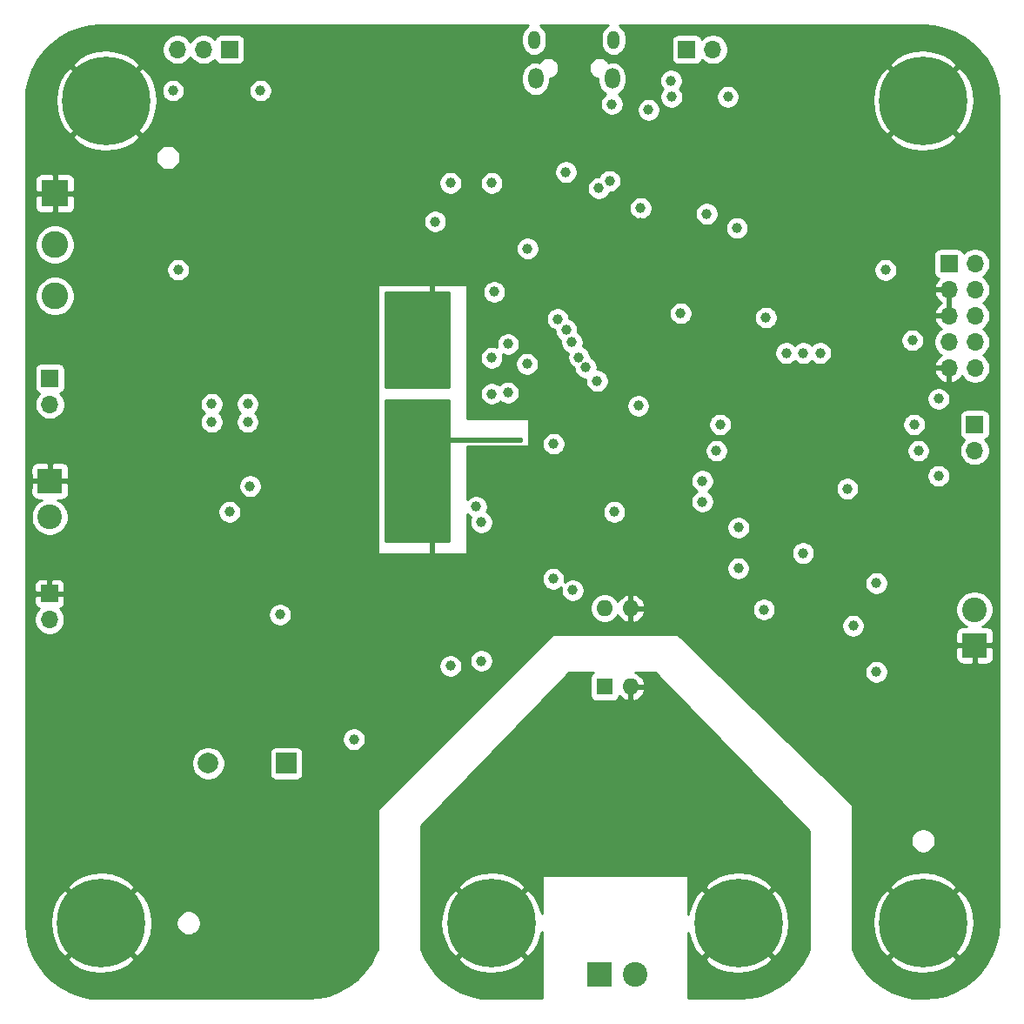
<source format=gbr>
G04 #@! TF.GenerationSoftware,KiCad,Pcbnew,(5.1.9)-1*
G04 #@! TF.CreationDate,2022-01-03T11:27:47+01:00*
G04 #@! TF.ProjectId,STM32F103C8T6,53544d33-3246-4313-9033-433854362e6b,rev?*
G04 #@! TF.SameCoordinates,Original*
G04 #@! TF.FileFunction,Copper,L2,Inr*
G04 #@! TF.FilePolarity,Positive*
%FSLAX46Y46*%
G04 Gerber Fmt 4.6, Leading zero omitted, Abs format (unit mm)*
G04 Created by KiCad (PCBNEW (5.1.9)-1) date 2022-01-03 11:27:47*
%MOMM*%
%LPD*%
G01*
G04 APERTURE LIST*
G04 #@! TA.AperFunction,ComponentPad*
%ADD10C,0.900000*%
G04 #@! TD*
G04 #@! TA.AperFunction,ComponentPad*
%ADD11C,8.600000*%
G04 #@! TD*
G04 #@! TA.AperFunction,ComponentPad*
%ADD12R,1.700000X1.700000*%
G04 #@! TD*
G04 #@! TA.AperFunction,ComponentPad*
%ADD13O,1.700000X1.700000*%
G04 #@! TD*
G04 #@! TA.AperFunction,ComponentPad*
%ADD14R,2.400000X2.400000*%
G04 #@! TD*
G04 #@! TA.AperFunction,ComponentPad*
%ADD15C,2.400000*%
G04 #@! TD*
G04 #@! TA.AperFunction,ComponentPad*
%ADD16O,1.450000X2.000000*%
G04 #@! TD*
G04 #@! TA.AperFunction,ComponentPad*
%ADD17O,1.150000X1.800000*%
G04 #@! TD*
G04 #@! TA.AperFunction,ComponentPad*
%ADD18R,2.600000X2.600000*%
G04 #@! TD*
G04 #@! TA.AperFunction,ComponentPad*
%ADD19C,2.600000*%
G04 #@! TD*
G04 #@! TA.AperFunction,ComponentPad*
%ADD20R,1.600000X1.600000*%
G04 #@! TD*
G04 #@! TA.AperFunction,ComponentPad*
%ADD21O,1.600000X1.600000*%
G04 #@! TD*
G04 #@! TA.AperFunction,ComponentPad*
%ADD22R,2.000000X2.000000*%
G04 #@! TD*
G04 #@! TA.AperFunction,ComponentPad*
%ADD23C,2.000000*%
G04 #@! TD*
G04 #@! TA.AperFunction,ViaPad*
%ADD24C,1.000000*%
G04 #@! TD*
G04 #@! TA.AperFunction,ViaPad*
%ADD25C,0.800000*%
G04 #@! TD*
G04 #@! TA.AperFunction,Conductor*
%ADD26C,0.500000*%
G04 #@! TD*
G04 #@! TA.AperFunction,Conductor*
%ADD27C,0.254000*%
G04 #@! TD*
G04 #@! TA.AperFunction,Conductor*
%ADD28C,0.100000*%
G04 #@! TD*
G04 APERTURE END LIST*
D10*
X82780419Y-37719581D03*
X80500000Y-36775000D03*
X78219581Y-37719581D03*
X77275000Y-40000000D03*
X78219581Y-42280419D03*
X80500000Y-43225000D03*
X82780419Y-42280419D03*
X83725000Y-40000000D03*
D11*
X80500000Y-40000000D03*
D10*
X82280419Y-117719581D03*
X80000000Y-116775000D03*
X77719581Y-117719581D03*
X76775000Y-120000000D03*
X77719581Y-122280419D03*
X80000000Y-123225000D03*
X82280419Y-122280419D03*
X83225000Y-120000000D03*
D11*
X80000000Y-120000000D03*
X160000000Y-120000000D03*
D10*
X163225000Y-120000000D03*
X162280419Y-122280419D03*
X160000000Y-123225000D03*
X157719581Y-122280419D03*
X156775000Y-120000000D03*
X157719581Y-117719581D03*
X160000000Y-116775000D03*
X162280419Y-117719581D03*
X162280419Y-37719581D03*
X160000000Y-36775000D03*
X157719581Y-37719581D03*
X156775000Y-40000000D03*
X157719581Y-42280419D03*
X160000000Y-43225000D03*
X162280419Y-42280419D03*
X163225000Y-40000000D03*
D11*
X160000000Y-40000000D03*
X118000000Y-120000000D03*
D10*
X121225000Y-120000000D03*
X120280419Y-122280419D03*
X118000000Y-123225000D03*
X115719581Y-122280419D03*
X114775000Y-120000000D03*
X115719581Y-117719581D03*
X118000000Y-116775000D03*
X120280419Y-117719581D03*
X144280419Y-117719581D03*
X142000000Y-116775000D03*
X139719581Y-117719581D03*
X138775000Y-120000000D03*
X139719581Y-122280419D03*
X142000000Y-123225000D03*
X144280419Y-122280419D03*
X145225000Y-120000000D03*
D11*
X142000000Y-120000000D03*
D12*
X75000000Y-67000000D03*
D13*
X75000000Y-69540000D03*
D14*
X75000000Y-77000000D03*
D15*
X75000000Y-80500000D03*
D13*
X139540000Y-35000000D03*
D12*
X137000000Y-35000000D03*
D14*
X165000000Y-93000000D03*
D15*
X165000000Y-89500000D03*
D16*
X129725000Y-37850000D03*
X122275000Y-37850000D03*
D17*
X129875000Y-34050000D03*
X122125000Y-34050000D03*
D12*
X162500000Y-55840000D03*
D13*
X165040000Y-55840000D03*
X162500000Y-58380000D03*
X165040000Y-58380000D03*
X162500000Y-60920000D03*
X165040000Y-60920000D03*
X162500000Y-63460000D03*
X165040000Y-63460000D03*
X162500000Y-66000000D03*
X165040000Y-66000000D03*
D12*
X165000000Y-71500000D03*
D13*
X165000000Y-74040000D03*
D18*
X75500000Y-49000000D03*
D19*
X75500000Y-54000000D03*
X75500000Y-59000000D03*
D12*
X92500000Y-35000000D03*
D13*
X89960000Y-35000000D03*
X87420000Y-35000000D03*
D15*
X132000000Y-125000000D03*
D14*
X128500000Y-125000000D03*
D13*
X74975000Y-90490000D03*
D12*
X74975000Y-87950000D03*
D20*
X129000000Y-97000000D03*
D21*
X131540000Y-89380000D03*
X131540000Y-97000000D03*
X129000000Y-89380000D03*
D22*
X98025000Y-104475000D03*
D23*
X90425000Y-104475000D03*
D24*
X112250000Y-60000000D03*
X112250000Y-70000000D03*
X112250000Y-82000000D03*
X112250000Y-67000000D03*
X126480000Y-40800000D03*
X136690000Y-51760000D03*
X123500000Y-75500000D03*
X122260000Y-64010000D03*
X121000000Y-63000000D03*
D25*
X145000000Y-37500000D03*
X145000000Y-42500000D03*
X142500000Y-45000000D03*
X155000000Y-35000000D03*
X155000000Y-37500000D03*
X165000000Y-50000000D03*
X165000000Y-45000000D03*
X142500000Y-50000000D03*
X160000000Y-60000000D03*
X160000000Y-50000000D03*
X160000000Y-80000000D03*
X165000000Y-80000000D03*
X160000000Y-85000000D03*
X165000000Y-85000000D03*
X122500000Y-42500000D03*
X120000000Y-42500000D03*
X117500000Y-45000000D03*
X115000000Y-45000000D03*
D24*
X125000000Y-50000000D03*
X122500000Y-50000000D03*
D25*
X165000000Y-102500000D03*
X165000000Y-107500000D03*
X165000000Y-112500000D03*
X160000000Y-107500000D03*
X160000000Y-102500000D03*
X160000000Y-97500000D03*
X155000000Y-97500000D03*
X155000000Y-102500000D03*
X155000000Y-107500000D03*
X155000000Y-112500000D03*
X150000000Y-102500000D03*
X150000000Y-97500000D03*
X145000000Y-92500000D03*
X90000000Y-55000000D03*
X85000000Y-85000000D03*
X85000000Y-90000000D03*
X80000000Y-90000000D03*
X80000000Y-95000000D03*
X85000000Y-95000000D03*
X75000000Y-95000000D03*
X75000000Y-100000000D03*
X80000000Y-100000000D03*
X85000000Y-100000000D03*
X85000000Y-105000000D03*
X80000000Y-105000000D03*
X75000000Y-105000000D03*
X75000000Y-110000000D03*
X80000000Y-110000000D03*
X85000000Y-110000000D03*
X90000000Y-110000000D03*
X100000000Y-110000000D03*
X105000000Y-110000000D03*
X105000000Y-95000000D03*
X105000000Y-90000000D03*
X100000000Y-85000000D03*
X95000000Y-85000000D03*
X90000000Y-85000000D03*
X100000000Y-115000000D03*
X95000000Y-115000000D03*
X90000000Y-115000000D03*
X85000000Y-115000000D03*
X75000000Y-115000000D03*
X95000000Y-120000000D03*
X100000000Y-120000000D03*
X105000000Y-120000000D03*
X95000000Y-125000000D03*
X90000000Y-125000000D03*
X85000000Y-125000000D03*
X100000000Y-125000000D03*
D24*
X149830000Y-80550000D03*
X135000000Y-70000000D03*
X132500000Y-51875000D03*
X134750000Y-52675000D03*
X134750000Y-54600000D03*
X131400000Y-45600000D03*
X125230000Y-46930000D03*
X118000000Y-48000000D03*
X121500000Y-54370000D03*
X114000000Y-48000000D03*
X94500000Y-77500000D03*
X92500000Y-80000000D03*
X124000000Y-86500000D03*
X117000000Y-81000000D03*
X118000000Y-68500000D03*
X118000000Y-65000000D03*
X152620000Y-77750000D03*
X132270000Y-69680000D03*
X121440000Y-65600000D03*
X148310000Y-84010000D03*
X149980000Y-64550000D03*
X148330000Y-64550000D03*
X146680000Y-64550000D03*
X87000000Y-39000000D03*
X95500000Y-39000000D03*
X116500000Y-79500000D03*
X97400000Y-90000000D03*
X125890000Y-87630000D03*
X138930000Y-51000000D03*
X132500000Y-50430000D03*
X140990000Y-39600000D03*
X135500000Y-39600000D03*
X161500000Y-69000000D03*
X161500000Y-76500000D03*
X155450000Y-86930000D03*
X153180000Y-91090000D03*
X155430000Y-95580000D03*
X112500000Y-51740000D03*
X87490000Y-56440000D03*
X90750000Y-69500000D03*
X90750000Y-71250000D03*
X94250000Y-69500000D03*
X94250000Y-71250000D03*
X144690000Y-61090000D03*
X156330000Y-56460000D03*
X129930000Y-80000000D03*
X118250000Y-58590000D03*
X129710000Y-40310000D03*
X125500000Y-113540000D03*
X125825000Y-63500000D03*
X133275000Y-40875000D03*
X129480000Y-47793942D03*
X135470000Y-38030000D03*
X125275000Y-62300000D03*
X144500000Y-89500000D03*
X136400000Y-60675000D03*
X128263541Y-67263541D03*
X158950000Y-63300000D03*
X127159541Y-65952502D03*
X124025000Y-73375000D03*
X140250000Y-71500000D03*
X159125000Y-71500000D03*
X139875000Y-74050000D03*
X159525000Y-74050000D03*
X104600000Y-102125000D03*
X117000000Y-94500000D03*
X114000000Y-95000000D03*
X142000000Y-85500000D03*
X142020000Y-81530000D03*
X119600000Y-63670000D03*
X119600000Y-68390000D03*
X138500000Y-77000000D03*
X138500000Y-79000000D03*
X141875000Y-52375000D03*
X126500000Y-64950000D03*
X124425000Y-61225000D03*
X128425000Y-48500000D03*
D26*
X112250000Y-82000000D02*
X112250000Y-84820000D01*
X112250000Y-60000000D02*
X112250000Y-56860000D01*
D27*
X121449509Y-32714054D02*
X121265262Y-32865261D01*
X121114055Y-33049508D01*
X121001697Y-33259713D01*
X120932508Y-33487799D01*
X120915000Y-33665563D01*
X120915000Y-34434436D01*
X120932508Y-34612200D01*
X121001697Y-34840286D01*
X121114054Y-35050491D01*
X121265261Y-35234739D01*
X121449508Y-35385946D01*
X121659713Y-35498303D01*
X121887799Y-35567492D01*
X122125000Y-35590854D01*
X122362200Y-35567492D01*
X122590286Y-35498303D01*
X122800491Y-35385946D01*
X122984739Y-35234739D01*
X123135946Y-35050492D01*
X123248303Y-34840287D01*
X123317492Y-34612201D01*
X123335000Y-34434437D01*
X123335000Y-33665564D01*
X123317492Y-33487800D01*
X123248303Y-33259713D01*
X123135946Y-33049508D01*
X122984739Y-32865261D01*
X122800492Y-32714054D01*
X122699364Y-32660000D01*
X129300637Y-32660000D01*
X129199509Y-32714054D01*
X129015262Y-32865261D01*
X128864055Y-33049508D01*
X128751697Y-33259713D01*
X128682508Y-33487799D01*
X128665000Y-33665563D01*
X128665000Y-34434436D01*
X128682508Y-34612200D01*
X128751697Y-34840286D01*
X128864054Y-35050491D01*
X129015261Y-35234739D01*
X129199508Y-35385946D01*
X129409713Y-35498303D01*
X129637799Y-35567492D01*
X129875000Y-35590854D01*
X130112200Y-35567492D01*
X130340286Y-35498303D01*
X130550491Y-35385946D01*
X130734739Y-35234739D01*
X130885946Y-35050492D01*
X130998303Y-34840287D01*
X131067492Y-34612201D01*
X131085000Y-34434437D01*
X131085000Y-34150000D01*
X135511928Y-34150000D01*
X135511928Y-35850000D01*
X135524188Y-35974482D01*
X135560498Y-36094180D01*
X135619463Y-36204494D01*
X135698815Y-36301185D01*
X135795506Y-36380537D01*
X135905820Y-36439502D01*
X136025518Y-36475812D01*
X136150000Y-36488072D01*
X137850000Y-36488072D01*
X137974482Y-36475812D01*
X138094180Y-36439502D01*
X138204494Y-36380537D01*
X138301185Y-36301185D01*
X138380537Y-36204494D01*
X138439502Y-36094180D01*
X138461513Y-36021620D01*
X138593368Y-36153475D01*
X138836589Y-36315990D01*
X139106842Y-36427932D01*
X139393740Y-36485000D01*
X139686260Y-36485000D01*
X139973158Y-36427932D01*
X140243411Y-36315990D01*
X140486632Y-36153475D01*
X140693475Y-35946632D01*
X140855990Y-35703411D01*
X140967932Y-35433158D01*
X141025000Y-35146260D01*
X141025000Y-34853740D01*
X140967932Y-34566842D01*
X140855990Y-34296589D01*
X140693475Y-34053368D01*
X140486632Y-33846525D01*
X140243411Y-33684010D01*
X139973158Y-33572068D01*
X139686260Y-33515000D01*
X139393740Y-33515000D01*
X139106842Y-33572068D01*
X138836589Y-33684010D01*
X138593368Y-33846525D01*
X138461513Y-33978380D01*
X138439502Y-33905820D01*
X138380537Y-33795506D01*
X138301185Y-33698815D01*
X138204494Y-33619463D01*
X138094180Y-33560498D01*
X137974482Y-33524188D01*
X137850000Y-33511928D01*
X136150000Y-33511928D01*
X136025518Y-33524188D01*
X135905820Y-33560498D01*
X135795506Y-33619463D01*
X135698815Y-33698815D01*
X135619463Y-33795506D01*
X135560498Y-33905820D01*
X135524188Y-34025518D01*
X135511928Y-34150000D01*
X131085000Y-34150000D01*
X131085000Y-33665564D01*
X131067492Y-33487800D01*
X130998303Y-33259713D01*
X130885946Y-33049508D01*
X130734739Y-32865261D01*
X130550492Y-32714054D01*
X130449364Y-32660000D01*
X159976662Y-32660000D01*
X161033984Y-32734863D01*
X162047336Y-32953032D01*
X163019833Y-33311805D01*
X163932081Y-33804027D01*
X164765873Y-34419875D01*
X165504578Y-35147065D01*
X166133441Y-35971073D01*
X166639935Y-36875483D01*
X167013943Y-37842233D01*
X167248001Y-38852030D01*
X167339237Y-39905445D01*
X167340000Y-40002638D01*
X167340001Y-119976647D01*
X167265137Y-121033982D01*
X167046968Y-122047336D01*
X166688195Y-123019833D01*
X166195970Y-123932086D01*
X165580123Y-124765876D01*
X164852934Y-125504578D01*
X164028927Y-126133441D01*
X163124516Y-126639935D01*
X162157766Y-127013943D01*
X161147976Y-127248000D01*
X160094555Y-127339237D01*
X160020745Y-127339816D01*
X158966018Y-127265137D01*
X157952664Y-127046968D01*
X156980167Y-126688195D01*
X156067914Y-126195970D01*
X155234124Y-125580123D01*
X154495422Y-124852934D01*
X153866559Y-124028927D01*
X153560724Y-123482818D01*
X156696787Y-123482818D01*
X157188946Y-124085149D01*
X158039933Y-124555063D01*
X158966243Y-124849929D01*
X159932281Y-124958414D01*
X160900921Y-124876351D01*
X161834938Y-124606893D01*
X162698440Y-124160394D01*
X162811054Y-124085149D01*
X163303213Y-123482818D01*
X160000000Y-120179605D01*
X156696787Y-123482818D01*
X153560724Y-123482818D01*
X153360065Y-123124516D01*
X153127000Y-122522081D01*
X153127000Y-119932281D01*
X155041586Y-119932281D01*
X155123649Y-120900921D01*
X155393107Y-121834938D01*
X155839606Y-122698440D01*
X155914851Y-122811054D01*
X156517182Y-123303213D01*
X159820395Y-120000000D01*
X160179605Y-120000000D01*
X163482818Y-123303213D01*
X164085149Y-122811054D01*
X164555063Y-121960067D01*
X164849929Y-121033757D01*
X164958414Y-120067719D01*
X164876351Y-119099079D01*
X164606893Y-118165062D01*
X164160394Y-117301560D01*
X164085149Y-117188946D01*
X163482818Y-116696787D01*
X160179605Y-120000000D01*
X159820395Y-120000000D01*
X156517182Y-116696787D01*
X155914851Y-117188946D01*
X155444937Y-118039933D01*
X155150071Y-118966243D01*
X155041586Y-119932281D01*
X153127000Y-119932281D01*
X153127000Y-116517182D01*
X156696787Y-116517182D01*
X160000000Y-119820395D01*
X163303213Y-116517182D01*
X162811054Y-115914851D01*
X161960067Y-115444937D01*
X161033757Y-115150071D01*
X160067719Y-115041586D01*
X159099079Y-115123649D01*
X158165062Y-115393107D01*
X157301560Y-115839606D01*
X157188946Y-115914851D01*
X156696787Y-116517182D01*
X153127000Y-116517182D01*
X153127000Y-111880727D01*
X158789000Y-111880727D01*
X158789000Y-112119273D01*
X158835538Y-112353236D01*
X158926825Y-112573624D01*
X159059354Y-112771968D01*
X159228032Y-112940646D01*
X159426376Y-113073175D01*
X159646764Y-113164462D01*
X159880727Y-113211000D01*
X160119273Y-113211000D01*
X160353236Y-113164462D01*
X160573624Y-113073175D01*
X160771968Y-112940646D01*
X160940646Y-112771968D01*
X161073175Y-112573624D01*
X161164462Y-112353236D01*
X161211000Y-112119273D01*
X161211000Y-111880727D01*
X161164462Y-111646764D01*
X161073175Y-111426376D01*
X160940646Y-111228032D01*
X160771968Y-111059354D01*
X160573624Y-110926825D01*
X160353236Y-110835538D01*
X160119273Y-110789000D01*
X159880727Y-110789000D01*
X159646764Y-110835538D01*
X159426376Y-110926825D01*
X159228032Y-111059354D01*
X159059354Y-111228032D01*
X158926825Y-111426376D01*
X158835538Y-111646764D01*
X158789000Y-111880727D01*
X153127000Y-111880727D01*
X153127000Y-108500000D01*
X153124560Y-108475224D01*
X153117333Y-108451399D01*
X153105597Y-108429443D01*
X153088452Y-108408867D01*
X139755656Y-95468212D01*
X154295000Y-95468212D01*
X154295000Y-95691788D01*
X154338617Y-95911067D01*
X154424176Y-96117624D01*
X154548388Y-96303520D01*
X154706480Y-96461612D01*
X154892376Y-96585824D01*
X155098933Y-96671383D01*
X155318212Y-96715000D01*
X155541788Y-96715000D01*
X155761067Y-96671383D01*
X155967624Y-96585824D01*
X156153520Y-96461612D01*
X156311612Y-96303520D01*
X156435824Y-96117624D01*
X156521383Y-95911067D01*
X156565000Y-95691788D01*
X156565000Y-95468212D01*
X156521383Y-95248933D01*
X156435824Y-95042376D01*
X156311612Y-94856480D01*
X156153520Y-94698388D01*
X155967624Y-94574176D01*
X155761067Y-94488617D01*
X155541788Y-94445000D01*
X155318212Y-94445000D01*
X155098933Y-94488617D01*
X154892376Y-94574176D01*
X154706480Y-94698388D01*
X154548388Y-94856480D01*
X154424176Y-95042376D01*
X154338617Y-95248933D01*
X154295000Y-95468212D01*
X139755656Y-95468212D01*
X138449014Y-94200000D01*
X163161928Y-94200000D01*
X163174188Y-94324482D01*
X163210498Y-94444180D01*
X163269463Y-94554494D01*
X163348815Y-94651185D01*
X163445506Y-94730537D01*
X163555820Y-94789502D01*
X163675518Y-94825812D01*
X163800000Y-94838072D01*
X164714250Y-94835000D01*
X164873000Y-94676250D01*
X164873000Y-93127000D01*
X165127000Y-93127000D01*
X165127000Y-94676250D01*
X165285750Y-94835000D01*
X166200000Y-94838072D01*
X166324482Y-94825812D01*
X166444180Y-94789502D01*
X166554494Y-94730537D01*
X166651185Y-94651185D01*
X166730537Y-94554494D01*
X166789502Y-94444180D01*
X166825812Y-94324482D01*
X166838072Y-94200000D01*
X166835000Y-93285750D01*
X166676250Y-93127000D01*
X165127000Y-93127000D01*
X164873000Y-93127000D01*
X163323750Y-93127000D01*
X163165000Y-93285750D01*
X163161928Y-94200000D01*
X138449014Y-94200000D01*
X136088452Y-91908867D01*
X136068974Y-91893362D01*
X136046844Y-91881955D01*
X136022915Y-91875084D01*
X136000000Y-91873000D01*
X124000000Y-91873000D01*
X123975224Y-91875440D01*
X123951399Y-91882667D01*
X123929443Y-91894403D01*
X123910197Y-91910197D01*
X106910197Y-108910197D01*
X106894403Y-108929443D01*
X106882667Y-108951399D01*
X106875440Y-108975224D01*
X106873000Y-109000000D01*
X106873000Y-122518897D01*
X106688195Y-123019833D01*
X106195970Y-123932086D01*
X105580123Y-124765876D01*
X104852934Y-125504578D01*
X104028927Y-126133441D01*
X103124516Y-126639935D01*
X102157766Y-127013943D01*
X101147976Y-127248000D01*
X100094555Y-127339237D01*
X99997362Y-127340000D01*
X80023338Y-127340000D01*
X78966018Y-127265137D01*
X77952664Y-127046968D01*
X76980167Y-126688195D01*
X76067914Y-126195970D01*
X75234124Y-125580123D01*
X74495422Y-124852934D01*
X73866559Y-124028927D01*
X73560724Y-123482818D01*
X76696787Y-123482818D01*
X77188946Y-124085149D01*
X78039933Y-124555063D01*
X78966243Y-124849929D01*
X79932281Y-124958414D01*
X80900921Y-124876351D01*
X81834938Y-124606893D01*
X82698440Y-124160394D01*
X82811054Y-124085149D01*
X83303213Y-123482818D01*
X80000000Y-120179605D01*
X76696787Y-123482818D01*
X73560724Y-123482818D01*
X73360065Y-123124516D01*
X72986057Y-122157766D01*
X72752000Y-121147976D01*
X72660763Y-120094555D01*
X72660000Y-119997362D01*
X72660000Y-119932281D01*
X75041586Y-119932281D01*
X75123649Y-120900921D01*
X75393107Y-121834938D01*
X75839606Y-122698440D01*
X75914851Y-122811054D01*
X76517182Y-123303213D01*
X79820395Y-120000000D01*
X80179605Y-120000000D01*
X83482818Y-123303213D01*
X84085149Y-122811054D01*
X84555063Y-121960067D01*
X84849929Y-121033757D01*
X84958414Y-120067719D01*
X84942573Y-119880727D01*
X87289000Y-119880727D01*
X87289000Y-120119273D01*
X87335538Y-120353236D01*
X87426825Y-120573624D01*
X87559354Y-120771968D01*
X87728032Y-120940646D01*
X87926376Y-121073175D01*
X88146764Y-121164462D01*
X88380727Y-121211000D01*
X88619273Y-121211000D01*
X88853236Y-121164462D01*
X89073624Y-121073175D01*
X89271968Y-120940646D01*
X89440646Y-120771968D01*
X89573175Y-120573624D01*
X89664462Y-120353236D01*
X89711000Y-120119273D01*
X89711000Y-119880727D01*
X89664462Y-119646764D01*
X89573175Y-119426376D01*
X89440646Y-119228032D01*
X89271968Y-119059354D01*
X89073624Y-118926825D01*
X88853236Y-118835538D01*
X88619273Y-118789000D01*
X88380727Y-118789000D01*
X88146764Y-118835538D01*
X87926376Y-118926825D01*
X87728032Y-119059354D01*
X87559354Y-119228032D01*
X87426825Y-119426376D01*
X87335538Y-119646764D01*
X87289000Y-119880727D01*
X84942573Y-119880727D01*
X84876351Y-119099079D01*
X84606893Y-118165062D01*
X84160394Y-117301560D01*
X84085149Y-117188946D01*
X83482818Y-116696787D01*
X80179605Y-120000000D01*
X79820395Y-120000000D01*
X76517182Y-116696787D01*
X75914851Y-117188946D01*
X75444937Y-118039933D01*
X75150071Y-118966243D01*
X75041586Y-119932281D01*
X72660000Y-119932281D01*
X72660000Y-116517182D01*
X76696787Y-116517182D01*
X80000000Y-119820395D01*
X83303213Y-116517182D01*
X82811054Y-115914851D01*
X81960067Y-115444937D01*
X81033757Y-115150071D01*
X80067719Y-115041586D01*
X79099079Y-115123649D01*
X78165062Y-115393107D01*
X77301560Y-115839606D01*
X77188946Y-115914851D01*
X76696787Y-116517182D01*
X72660000Y-116517182D01*
X72660000Y-104313967D01*
X88790000Y-104313967D01*
X88790000Y-104636033D01*
X88852832Y-104951912D01*
X88976082Y-105249463D01*
X89155013Y-105517252D01*
X89382748Y-105744987D01*
X89650537Y-105923918D01*
X89948088Y-106047168D01*
X90263967Y-106110000D01*
X90586033Y-106110000D01*
X90901912Y-106047168D01*
X91199463Y-105923918D01*
X91467252Y-105744987D01*
X91694987Y-105517252D01*
X91873918Y-105249463D01*
X91997168Y-104951912D01*
X92060000Y-104636033D01*
X92060000Y-104313967D01*
X91997168Y-103998088D01*
X91873918Y-103700537D01*
X91723219Y-103475000D01*
X96386928Y-103475000D01*
X96386928Y-105475000D01*
X96399188Y-105599482D01*
X96435498Y-105719180D01*
X96494463Y-105829494D01*
X96573815Y-105926185D01*
X96670506Y-106005537D01*
X96780820Y-106064502D01*
X96900518Y-106100812D01*
X97025000Y-106113072D01*
X99025000Y-106113072D01*
X99149482Y-106100812D01*
X99269180Y-106064502D01*
X99379494Y-106005537D01*
X99476185Y-105926185D01*
X99555537Y-105829494D01*
X99614502Y-105719180D01*
X99650812Y-105599482D01*
X99663072Y-105475000D01*
X99663072Y-103475000D01*
X99650812Y-103350518D01*
X99614502Y-103230820D01*
X99555537Y-103120506D01*
X99476185Y-103023815D01*
X99379494Y-102944463D01*
X99269180Y-102885498D01*
X99149482Y-102849188D01*
X99025000Y-102836928D01*
X97025000Y-102836928D01*
X96900518Y-102849188D01*
X96780820Y-102885498D01*
X96670506Y-102944463D01*
X96573815Y-103023815D01*
X96494463Y-103120506D01*
X96435498Y-103230820D01*
X96399188Y-103350518D01*
X96386928Y-103475000D01*
X91723219Y-103475000D01*
X91694987Y-103432748D01*
X91467252Y-103205013D01*
X91199463Y-103026082D01*
X90901912Y-102902832D01*
X90586033Y-102840000D01*
X90263967Y-102840000D01*
X89948088Y-102902832D01*
X89650537Y-103026082D01*
X89382748Y-103205013D01*
X89155013Y-103432748D01*
X88976082Y-103700537D01*
X88852832Y-103998088D01*
X88790000Y-104313967D01*
X72660000Y-104313967D01*
X72660000Y-102013212D01*
X103465000Y-102013212D01*
X103465000Y-102236788D01*
X103508617Y-102456067D01*
X103594176Y-102662624D01*
X103718388Y-102848520D01*
X103876480Y-103006612D01*
X104062376Y-103130824D01*
X104268933Y-103216383D01*
X104488212Y-103260000D01*
X104711788Y-103260000D01*
X104931067Y-103216383D01*
X105137624Y-103130824D01*
X105323520Y-103006612D01*
X105481612Y-102848520D01*
X105605824Y-102662624D01*
X105691383Y-102456067D01*
X105735000Y-102236788D01*
X105735000Y-102013212D01*
X105691383Y-101793933D01*
X105605824Y-101587376D01*
X105481612Y-101401480D01*
X105323520Y-101243388D01*
X105137624Y-101119176D01*
X104931067Y-101033617D01*
X104711788Y-100990000D01*
X104488212Y-100990000D01*
X104268933Y-101033617D01*
X104062376Y-101119176D01*
X103876480Y-101243388D01*
X103718388Y-101401480D01*
X103594176Y-101587376D01*
X103508617Y-101793933D01*
X103465000Y-102013212D01*
X72660000Y-102013212D01*
X72660000Y-94888212D01*
X112865000Y-94888212D01*
X112865000Y-95111788D01*
X112908617Y-95331067D01*
X112994176Y-95537624D01*
X113118388Y-95723520D01*
X113276480Y-95881612D01*
X113462376Y-96005824D01*
X113668933Y-96091383D01*
X113888212Y-96135000D01*
X114111788Y-96135000D01*
X114331067Y-96091383D01*
X114537624Y-96005824D01*
X114723520Y-95881612D01*
X114881612Y-95723520D01*
X115005824Y-95537624D01*
X115091383Y-95331067D01*
X115135000Y-95111788D01*
X115135000Y-94888212D01*
X115091383Y-94668933D01*
X115005824Y-94462376D01*
X114956270Y-94388212D01*
X115865000Y-94388212D01*
X115865000Y-94611788D01*
X115908617Y-94831067D01*
X115994176Y-95037624D01*
X116118388Y-95223520D01*
X116276480Y-95381612D01*
X116462376Y-95505824D01*
X116668933Y-95591383D01*
X116888212Y-95635000D01*
X117111788Y-95635000D01*
X117331067Y-95591383D01*
X117537624Y-95505824D01*
X117723520Y-95381612D01*
X117881612Y-95223520D01*
X118005824Y-95037624D01*
X118091383Y-94831067D01*
X118135000Y-94611788D01*
X118135000Y-94388212D01*
X118091383Y-94168933D01*
X118005824Y-93962376D01*
X117881612Y-93776480D01*
X117723520Y-93618388D01*
X117537624Y-93494176D01*
X117331067Y-93408617D01*
X117111788Y-93365000D01*
X116888212Y-93365000D01*
X116668933Y-93408617D01*
X116462376Y-93494176D01*
X116276480Y-93618388D01*
X116118388Y-93776480D01*
X115994176Y-93962376D01*
X115908617Y-94168933D01*
X115865000Y-94388212D01*
X114956270Y-94388212D01*
X114881612Y-94276480D01*
X114723520Y-94118388D01*
X114537624Y-93994176D01*
X114331067Y-93908617D01*
X114111788Y-93865000D01*
X113888212Y-93865000D01*
X113668933Y-93908617D01*
X113462376Y-93994176D01*
X113276480Y-94118388D01*
X113118388Y-94276480D01*
X112994176Y-94462376D01*
X112908617Y-94668933D01*
X112865000Y-94888212D01*
X72660000Y-94888212D01*
X72660000Y-88800000D01*
X73486928Y-88800000D01*
X73499188Y-88924482D01*
X73535498Y-89044180D01*
X73594463Y-89154494D01*
X73673815Y-89251185D01*
X73770506Y-89330537D01*
X73880820Y-89389502D01*
X73953380Y-89411513D01*
X73821525Y-89543368D01*
X73659010Y-89786589D01*
X73547068Y-90056842D01*
X73490000Y-90343740D01*
X73490000Y-90636260D01*
X73547068Y-90923158D01*
X73659010Y-91193411D01*
X73821525Y-91436632D01*
X74028368Y-91643475D01*
X74271589Y-91805990D01*
X74541842Y-91917932D01*
X74828740Y-91975000D01*
X75121260Y-91975000D01*
X75408158Y-91917932D01*
X75678411Y-91805990D01*
X75921632Y-91643475D01*
X76128475Y-91436632D01*
X76290990Y-91193411D01*
X76402932Y-90923158D01*
X76460000Y-90636260D01*
X76460000Y-90343740D01*
X76402932Y-90056842D01*
X76333084Y-89888212D01*
X96265000Y-89888212D01*
X96265000Y-90111788D01*
X96308617Y-90331067D01*
X96394176Y-90537624D01*
X96518388Y-90723520D01*
X96676480Y-90881612D01*
X96862376Y-91005824D01*
X97068933Y-91091383D01*
X97288212Y-91135000D01*
X97511788Y-91135000D01*
X97731067Y-91091383D01*
X97937624Y-91005824D01*
X97978948Y-90978212D01*
X152045000Y-90978212D01*
X152045000Y-91201788D01*
X152088617Y-91421067D01*
X152174176Y-91627624D01*
X152298388Y-91813520D01*
X152456480Y-91971612D01*
X152642376Y-92095824D01*
X152848933Y-92181383D01*
X153068212Y-92225000D01*
X153291788Y-92225000D01*
X153511067Y-92181383D01*
X153717624Y-92095824D01*
X153903520Y-91971612D01*
X154061612Y-91813520D01*
X154070645Y-91800000D01*
X163161928Y-91800000D01*
X163165000Y-92714250D01*
X163323750Y-92873000D01*
X164873000Y-92873000D01*
X164873000Y-92853000D01*
X165127000Y-92853000D01*
X165127000Y-92873000D01*
X166676250Y-92873000D01*
X166835000Y-92714250D01*
X166838072Y-91800000D01*
X166825812Y-91675518D01*
X166789502Y-91555820D01*
X166730537Y-91445506D01*
X166651185Y-91348815D01*
X166554494Y-91269463D01*
X166444180Y-91210498D01*
X166324482Y-91174188D01*
X166200000Y-91161928D01*
X165779426Y-91163341D01*
X165869199Y-91126156D01*
X166169744Y-90925338D01*
X166425338Y-90669744D01*
X166626156Y-90369199D01*
X166764482Y-90035250D01*
X166835000Y-89680732D01*
X166835000Y-89319268D01*
X166764482Y-88964750D01*
X166626156Y-88630801D01*
X166425338Y-88330256D01*
X166169744Y-88074662D01*
X165869199Y-87873844D01*
X165535250Y-87735518D01*
X165180732Y-87665000D01*
X164819268Y-87665000D01*
X164464750Y-87735518D01*
X164130801Y-87873844D01*
X163830256Y-88074662D01*
X163574662Y-88330256D01*
X163373844Y-88630801D01*
X163235518Y-88964750D01*
X163165000Y-89319268D01*
X163165000Y-89680732D01*
X163235518Y-90035250D01*
X163373844Y-90369199D01*
X163574662Y-90669744D01*
X163830256Y-90925338D01*
X164130801Y-91126156D01*
X164220574Y-91163341D01*
X163800000Y-91161928D01*
X163675518Y-91174188D01*
X163555820Y-91210498D01*
X163445506Y-91269463D01*
X163348815Y-91348815D01*
X163269463Y-91445506D01*
X163210498Y-91555820D01*
X163174188Y-91675518D01*
X163161928Y-91800000D01*
X154070645Y-91800000D01*
X154185824Y-91627624D01*
X154271383Y-91421067D01*
X154315000Y-91201788D01*
X154315000Y-90978212D01*
X154271383Y-90758933D01*
X154185824Y-90552376D01*
X154061612Y-90366480D01*
X153903520Y-90208388D01*
X153717624Y-90084176D01*
X153511067Y-89998617D01*
X153291788Y-89955000D01*
X153068212Y-89955000D01*
X152848933Y-89998617D01*
X152642376Y-90084176D01*
X152456480Y-90208388D01*
X152298388Y-90366480D01*
X152174176Y-90552376D01*
X152088617Y-90758933D01*
X152045000Y-90978212D01*
X97978948Y-90978212D01*
X98123520Y-90881612D01*
X98281612Y-90723520D01*
X98405824Y-90537624D01*
X98491383Y-90331067D01*
X98535000Y-90111788D01*
X98535000Y-89888212D01*
X98491383Y-89668933D01*
X98405824Y-89462376D01*
X98281612Y-89276480D01*
X98243797Y-89238665D01*
X127565000Y-89238665D01*
X127565000Y-89521335D01*
X127620147Y-89798574D01*
X127728320Y-90059727D01*
X127885363Y-90294759D01*
X128085241Y-90494637D01*
X128320273Y-90651680D01*
X128581426Y-90759853D01*
X128858665Y-90815000D01*
X129141335Y-90815000D01*
X129418574Y-90759853D01*
X129679727Y-90651680D01*
X129914759Y-90494637D01*
X130114637Y-90294759D01*
X130271680Y-90059727D01*
X130276067Y-90049135D01*
X130387615Y-90235131D01*
X130576586Y-90443519D01*
X130802580Y-90611037D01*
X131056913Y-90731246D01*
X131190961Y-90771904D01*
X131413000Y-90649915D01*
X131413000Y-89507000D01*
X131667000Y-89507000D01*
X131667000Y-90649915D01*
X131889039Y-90771904D01*
X132023087Y-90731246D01*
X132277420Y-90611037D01*
X132503414Y-90443519D01*
X132692385Y-90235131D01*
X132837070Y-89993881D01*
X132931909Y-89729040D01*
X132810624Y-89507000D01*
X131667000Y-89507000D01*
X131413000Y-89507000D01*
X131393000Y-89507000D01*
X131393000Y-89388212D01*
X143365000Y-89388212D01*
X143365000Y-89611788D01*
X143408617Y-89831067D01*
X143494176Y-90037624D01*
X143618388Y-90223520D01*
X143776480Y-90381612D01*
X143962376Y-90505824D01*
X144168933Y-90591383D01*
X144388212Y-90635000D01*
X144611788Y-90635000D01*
X144831067Y-90591383D01*
X145037624Y-90505824D01*
X145223520Y-90381612D01*
X145381612Y-90223520D01*
X145505824Y-90037624D01*
X145591383Y-89831067D01*
X145635000Y-89611788D01*
X145635000Y-89388212D01*
X145591383Y-89168933D01*
X145505824Y-88962376D01*
X145381612Y-88776480D01*
X145223520Y-88618388D01*
X145037624Y-88494176D01*
X144831067Y-88408617D01*
X144611788Y-88365000D01*
X144388212Y-88365000D01*
X144168933Y-88408617D01*
X143962376Y-88494176D01*
X143776480Y-88618388D01*
X143618388Y-88776480D01*
X143494176Y-88962376D01*
X143408617Y-89168933D01*
X143365000Y-89388212D01*
X131393000Y-89388212D01*
X131393000Y-89253000D01*
X131413000Y-89253000D01*
X131413000Y-88110085D01*
X131667000Y-88110085D01*
X131667000Y-89253000D01*
X132810624Y-89253000D01*
X132931909Y-89030960D01*
X132837070Y-88766119D01*
X132692385Y-88524869D01*
X132503414Y-88316481D01*
X132277420Y-88148963D01*
X132023087Y-88028754D01*
X131889039Y-87988096D01*
X131667000Y-88110085D01*
X131413000Y-88110085D01*
X131190961Y-87988096D01*
X131056913Y-88028754D01*
X130802580Y-88148963D01*
X130576586Y-88316481D01*
X130387615Y-88524869D01*
X130276067Y-88710865D01*
X130271680Y-88700273D01*
X130114637Y-88465241D01*
X129914759Y-88265363D01*
X129679727Y-88108320D01*
X129418574Y-88000147D01*
X129141335Y-87945000D01*
X128858665Y-87945000D01*
X128581426Y-88000147D01*
X128320273Y-88108320D01*
X128085241Y-88265363D01*
X127885363Y-88465241D01*
X127728320Y-88700273D01*
X127620147Y-88961426D01*
X127565000Y-89238665D01*
X98243797Y-89238665D01*
X98123520Y-89118388D01*
X97937624Y-88994176D01*
X97731067Y-88908617D01*
X97511788Y-88865000D01*
X97288212Y-88865000D01*
X97068933Y-88908617D01*
X96862376Y-88994176D01*
X96676480Y-89118388D01*
X96518388Y-89276480D01*
X96394176Y-89462376D01*
X96308617Y-89668933D01*
X96265000Y-89888212D01*
X76333084Y-89888212D01*
X76290990Y-89786589D01*
X76128475Y-89543368D01*
X75996620Y-89411513D01*
X76069180Y-89389502D01*
X76179494Y-89330537D01*
X76276185Y-89251185D01*
X76355537Y-89154494D01*
X76414502Y-89044180D01*
X76450812Y-88924482D01*
X76463072Y-88800000D01*
X76460000Y-88235750D01*
X76301250Y-88077000D01*
X75102000Y-88077000D01*
X75102000Y-88097000D01*
X74848000Y-88097000D01*
X74848000Y-88077000D01*
X73648750Y-88077000D01*
X73490000Y-88235750D01*
X73486928Y-88800000D01*
X72660000Y-88800000D01*
X72660000Y-87100000D01*
X73486928Y-87100000D01*
X73490000Y-87664250D01*
X73648750Y-87823000D01*
X74848000Y-87823000D01*
X74848000Y-86623750D01*
X75102000Y-86623750D01*
X75102000Y-87823000D01*
X76301250Y-87823000D01*
X76460000Y-87664250D01*
X76463072Y-87100000D01*
X76450812Y-86975518D01*
X76414502Y-86855820D01*
X76355537Y-86745506D01*
X76276185Y-86648815D01*
X76179494Y-86569463D01*
X76069180Y-86510498D01*
X75949482Y-86474188D01*
X75825000Y-86461928D01*
X75260750Y-86465000D01*
X75102000Y-86623750D01*
X74848000Y-86623750D01*
X74689250Y-86465000D01*
X74125000Y-86461928D01*
X74000518Y-86474188D01*
X73880820Y-86510498D01*
X73770506Y-86569463D01*
X73673815Y-86648815D01*
X73594463Y-86745506D01*
X73535498Y-86855820D01*
X73499188Y-86975518D01*
X73486928Y-87100000D01*
X72660000Y-87100000D01*
X72660000Y-86388212D01*
X122865000Y-86388212D01*
X122865000Y-86611788D01*
X122908617Y-86831067D01*
X122994176Y-87037624D01*
X123118388Y-87223520D01*
X123276480Y-87381612D01*
X123462376Y-87505824D01*
X123668933Y-87591383D01*
X123888212Y-87635000D01*
X124111788Y-87635000D01*
X124331067Y-87591383D01*
X124537624Y-87505824D01*
X124723520Y-87381612D01*
X124796734Y-87308398D01*
X124755000Y-87518212D01*
X124755000Y-87741788D01*
X124798617Y-87961067D01*
X124884176Y-88167624D01*
X125008388Y-88353520D01*
X125166480Y-88511612D01*
X125352376Y-88635824D01*
X125558933Y-88721383D01*
X125778212Y-88765000D01*
X126001788Y-88765000D01*
X126221067Y-88721383D01*
X126427624Y-88635824D01*
X126613520Y-88511612D01*
X126771612Y-88353520D01*
X126895824Y-88167624D01*
X126981383Y-87961067D01*
X127025000Y-87741788D01*
X127025000Y-87518212D01*
X126981383Y-87298933D01*
X126895824Y-87092376D01*
X126771612Y-86906480D01*
X126683344Y-86818212D01*
X154315000Y-86818212D01*
X154315000Y-87041788D01*
X154358617Y-87261067D01*
X154444176Y-87467624D01*
X154568388Y-87653520D01*
X154726480Y-87811612D01*
X154912376Y-87935824D01*
X155118933Y-88021383D01*
X155338212Y-88065000D01*
X155561788Y-88065000D01*
X155781067Y-88021383D01*
X155987624Y-87935824D01*
X156173520Y-87811612D01*
X156331612Y-87653520D01*
X156455824Y-87467624D01*
X156541383Y-87261067D01*
X156585000Y-87041788D01*
X156585000Y-86818212D01*
X156541383Y-86598933D01*
X156455824Y-86392376D01*
X156331612Y-86206480D01*
X156173520Y-86048388D01*
X155987624Y-85924176D01*
X155781067Y-85838617D01*
X155561788Y-85795000D01*
X155338212Y-85795000D01*
X155118933Y-85838617D01*
X154912376Y-85924176D01*
X154726480Y-86048388D01*
X154568388Y-86206480D01*
X154444176Y-86392376D01*
X154358617Y-86598933D01*
X154315000Y-86818212D01*
X126683344Y-86818212D01*
X126613520Y-86748388D01*
X126427624Y-86624176D01*
X126221067Y-86538617D01*
X126001788Y-86495000D01*
X125778212Y-86495000D01*
X125558933Y-86538617D01*
X125352376Y-86624176D01*
X125166480Y-86748388D01*
X125093266Y-86821602D01*
X125135000Y-86611788D01*
X125135000Y-86388212D01*
X125091383Y-86168933D01*
X125005824Y-85962376D01*
X124881612Y-85776480D01*
X124723520Y-85618388D01*
X124537624Y-85494176D01*
X124331067Y-85408617D01*
X124228484Y-85388212D01*
X140865000Y-85388212D01*
X140865000Y-85611788D01*
X140908617Y-85831067D01*
X140994176Y-86037624D01*
X141118388Y-86223520D01*
X141276480Y-86381612D01*
X141462376Y-86505824D01*
X141668933Y-86591383D01*
X141888212Y-86635000D01*
X142111788Y-86635000D01*
X142331067Y-86591383D01*
X142537624Y-86505824D01*
X142723520Y-86381612D01*
X142881612Y-86223520D01*
X143005824Y-86037624D01*
X143091383Y-85831067D01*
X143135000Y-85611788D01*
X143135000Y-85388212D01*
X143091383Y-85168933D01*
X143005824Y-84962376D01*
X142881612Y-84776480D01*
X142723520Y-84618388D01*
X142537624Y-84494176D01*
X142331067Y-84408617D01*
X142111788Y-84365000D01*
X141888212Y-84365000D01*
X141668933Y-84408617D01*
X141462376Y-84494176D01*
X141276480Y-84618388D01*
X141118388Y-84776480D01*
X140994176Y-84962376D01*
X140908617Y-85168933D01*
X140865000Y-85388212D01*
X124228484Y-85388212D01*
X124111788Y-85365000D01*
X123888212Y-85365000D01*
X123668933Y-85408617D01*
X123462376Y-85494176D01*
X123276480Y-85618388D01*
X123118388Y-85776480D01*
X122994176Y-85962376D01*
X122908617Y-86168933D01*
X122865000Y-86388212D01*
X72660000Y-86388212D01*
X72660000Y-78200000D01*
X73161928Y-78200000D01*
X73174188Y-78324482D01*
X73210498Y-78444180D01*
X73269463Y-78554494D01*
X73348815Y-78651185D01*
X73445506Y-78730537D01*
X73555820Y-78789502D01*
X73675518Y-78825812D01*
X73800000Y-78838072D01*
X74220574Y-78836659D01*
X74130801Y-78873844D01*
X73830256Y-79074662D01*
X73574662Y-79330256D01*
X73373844Y-79630801D01*
X73235518Y-79964750D01*
X73165000Y-80319268D01*
X73165000Y-80680732D01*
X73235518Y-81035250D01*
X73373844Y-81369199D01*
X73574662Y-81669744D01*
X73830256Y-81925338D01*
X74130801Y-82126156D01*
X74464750Y-82264482D01*
X74819268Y-82335000D01*
X75180732Y-82335000D01*
X75535250Y-82264482D01*
X75869199Y-82126156D01*
X76169744Y-81925338D01*
X76425338Y-81669744D01*
X76626156Y-81369199D01*
X76764482Y-81035250D01*
X76835000Y-80680732D01*
X76835000Y-80319268D01*
X76764482Y-79964750D01*
X76732779Y-79888212D01*
X91365000Y-79888212D01*
X91365000Y-80111788D01*
X91408617Y-80331067D01*
X91494176Y-80537624D01*
X91618388Y-80723520D01*
X91776480Y-80881612D01*
X91962376Y-81005824D01*
X92168933Y-81091383D01*
X92388212Y-81135000D01*
X92611788Y-81135000D01*
X92831067Y-81091383D01*
X93037624Y-81005824D01*
X93223520Y-80881612D01*
X93381612Y-80723520D01*
X93505824Y-80537624D01*
X93591383Y-80331067D01*
X93635000Y-80111788D01*
X93635000Y-79888212D01*
X93591383Y-79668933D01*
X93505824Y-79462376D01*
X93381612Y-79276480D01*
X93223520Y-79118388D01*
X93037624Y-78994176D01*
X92831067Y-78908617D01*
X92611788Y-78865000D01*
X92388212Y-78865000D01*
X92168933Y-78908617D01*
X91962376Y-78994176D01*
X91776480Y-79118388D01*
X91618388Y-79276480D01*
X91494176Y-79462376D01*
X91408617Y-79668933D01*
X91365000Y-79888212D01*
X76732779Y-79888212D01*
X76626156Y-79630801D01*
X76425338Y-79330256D01*
X76169744Y-79074662D01*
X75869199Y-78873844D01*
X75779426Y-78836659D01*
X76200000Y-78838072D01*
X76324482Y-78825812D01*
X76444180Y-78789502D01*
X76554494Y-78730537D01*
X76651185Y-78651185D01*
X76730537Y-78554494D01*
X76789502Y-78444180D01*
X76825812Y-78324482D01*
X76838072Y-78200000D01*
X76835345Y-77388212D01*
X93365000Y-77388212D01*
X93365000Y-77611788D01*
X93408617Y-77831067D01*
X93494176Y-78037624D01*
X93618388Y-78223520D01*
X93776480Y-78381612D01*
X93962376Y-78505824D01*
X94168933Y-78591383D01*
X94388212Y-78635000D01*
X94611788Y-78635000D01*
X94831067Y-78591383D01*
X95037624Y-78505824D01*
X95223520Y-78381612D01*
X95381612Y-78223520D01*
X95505824Y-78037624D01*
X95591383Y-77831067D01*
X95635000Y-77611788D01*
X95635000Y-77388212D01*
X95591383Y-77168933D01*
X95505824Y-76962376D01*
X95381612Y-76776480D01*
X95223520Y-76618388D01*
X95037624Y-76494176D01*
X94831067Y-76408617D01*
X94611788Y-76365000D01*
X94388212Y-76365000D01*
X94168933Y-76408617D01*
X93962376Y-76494176D01*
X93776480Y-76618388D01*
X93618388Y-76776480D01*
X93494176Y-76962376D01*
X93408617Y-77168933D01*
X93365000Y-77388212D01*
X76835345Y-77388212D01*
X76835000Y-77285750D01*
X76676250Y-77127000D01*
X75127000Y-77127000D01*
X75127000Y-77147000D01*
X74873000Y-77147000D01*
X74873000Y-77127000D01*
X73323750Y-77127000D01*
X73165000Y-77285750D01*
X73161928Y-78200000D01*
X72660000Y-78200000D01*
X72660000Y-75800000D01*
X73161928Y-75800000D01*
X73165000Y-76714250D01*
X73323750Y-76873000D01*
X74873000Y-76873000D01*
X74873000Y-75323750D01*
X75127000Y-75323750D01*
X75127000Y-76873000D01*
X76676250Y-76873000D01*
X76835000Y-76714250D01*
X76838072Y-75800000D01*
X76825812Y-75675518D01*
X76789502Y-75555820D01*
X76730537Y-75445506D01*
X76651185Y-75348815D01*
X76554494Y-75269463D01*
X76444180Y-75210498D01*
X76324482Y-75174188D01*
X76200000Y-75161928D01*
X75285750Y-75165000D01*
X75127000Y-75323750D01*
X74873000Y-75323750D01*
X74714250Y-75165000D01*
X73800000Y-75161928D01*
X73675518Y-75174188D01*
X73555820Y-75210498D01*
X73445506Y-75269463D01*
X73348815Y-75348815D01*
X73269463Y-75445506D01*
X73210498Y-75555820D01*
X73174188Y-75675518D01*
X73161928Y-75800000D01*
X72660000Y-75800000D01*
X72660000Y-66150000D01*
X73511928Y-66150000D01*
X73511928Y-67850000D01*
X73524188Y-67974482D01*
X73560498Y-68094180D01*
X73619463Y-68204494D01*
X73698815Y-68301185D01*
X73795506Y-68380537D01*
X73905820Y-68439502D01*
X73978380Y-68461513D01*
X73846525Y-68593368D01*
X73684010Y-68836589D01*
X73572068Y-69106842D01*
X73515000Y-69393740D01*
X73515000Y-69686260D01*
X73572068Y-69973158D01*
X73684010Y-70243411D01*
X73846525Y-70486632D01*
X74053368Y-70693475D01*
X74296589Y-70855990D01*
X74566842Y-70967932D01*
X74853740Y-71025000D01*
X75146260Y-71025000D01*
X75433158Y-70967932D01*
X75703411Y-70855990D01*
X75946632Y-70693475D01*
X76153475Y-70486632D01*
X76315990Y-70243411D01*
X76427932Y-69973158D01*
X76485000Y-69686260D01*
X76485000Y-69393740D01*
X76483901Y-69388212D01*
X89615000Y-69388212D01*
X89615000Y-69611788D01*
X89658617Y-69831067D01*
X89744176Y-70037624D01*
X89868388Y-70223520D01*
X90019868Y-70375000D01*
X89868388Y-70526480D01*
X89744176Y-70712376D01*
X89658617Y-70918933D01*
X89615000Y-71138212D01*
X89615000Y-71361788D01*
X89658617Y-71581067D01*
X89744176Y-71787624D01*
X89868388Y-71973520D01*
X90026480Y-72131612D01*
X90212376Y-72255824D01*
X90418933Y-72341383D01*
X90638212Y-72385000D01*
X90861788Y-72385000D01*
X91081067Y-72341383D01*
X91287624Y-72255824D01*
X91473520Y-72131612D01*
X91631612Y-71973520D01*
X91755824Y-71787624D01*
X91841383Y-71581067D01*
X91885000Y-71361788D01*
X91885000Y-71138212D01*
X91841383Y-70918933D01*
X91755824Y-70712376D01*
X91631612Y-70526480D01*
X91480132Y-70375000D01*
X91631612Y-70223520D01*
X91755824Y-70037624D01*
X91841383Y-69831067D01*
X91885000Y-69611788D01*
X91885000Y-69388212D01*
X93115000Y-69388212D01*
X93115000Y-69611788D01*
X93158617Y-69831067D01*
X93244176Y-70037624D01*
X93368388Y-70223520D01*
X93519868Y-70375000D01*
X93368388Y-70526480D01*
X93244176Y-70712376D01*
X93158617Y-70918933D01*
X93115000Y-71138212D01*
X93115000Y-71361788D01*
X93158617Y-71581067D01*
X93244176Y-71787624D01*
X93368388Y-71973520D01*
X93526480Y-72131612D01*
X93712376Y-72255824D01*
X93918933Y-72341383D01*
X94138212Y-72385000D01*
X94361788Y-72385000D01*
X94581067Y-72341383D01*
X94787624Y-72255824D01*
X94973520Y-72131612D01*
X95131612Y-71973520D01*
X95255824Y-71787624D01*
X95341383Y-71581067D01*
X95385000Y-71361788D01*
X95385000Y-71138212D01*
X95341383Y-70918933D01*
X95255824Y-70712376D01*
X95131612Y-70526480D01*
X94980132Y-70375000D01*
X95131612Y-70223520D01*
X95255824Y-70037624D01*
X95341383Y-69831067D01*
X95385000Y-69611788D01*
X95385000Y-69388212D01*
X95341383Y-69168933D01*
X95255824Y-68962376D01*
X95131612Y-68776480D01*
X94973520Y-68618388D01*
X94787624Y-68494176D01*
X94581067Y-68408617D01*
X94361788Y-68365000D01*
X94138212Y-68365000D01*
X93918933Y-68408617D01*
X93712376Y-68494176D01*
X93526480Y-68618388D01*
X93368388Y-68776480D01*
X93244176Y-68962376D01*
X93158617Y-69168933D01*
X93115000Y-69388212D01*
X91885000Y-69388212D01*
X91841383Y-69168933D01*
X91755824Y-68962376D01*
X91631612Y-68776480D01*
X91473520Y-68618388D01*
X91287624Y-68494176D01*
X91081067Y-68408617D01*
X90861788Y-68365000D01*
X90638212Y-68365000D01*
X90418933Y-68408617D01*
X90212376Y-68494176D01*
X90026480Y-68618388D01*
X89868388Y-68776480D01*
X89744176Y-68962376D01*
X89658617Y-69168933D01*
X89615000Y-69388212D01*
X76483901Y-69388212D01*
X76427932Y-69106842D01*
X76315990Y-68836589D01*
X76153475Y-68593368D01*
X76021620Y-68461513D01*
X76094180Y-68439502D01*
X76204494Y-68380537D01*
X76301185Y-68301185D01*
X76380537Y-68204494D01*
X76439502Y-68094180D01*
X76475812Y-67974482D01*
X76488072Y-67850000D01*
X76488072Y-66150000D01*
X76475812Y-66025518D01*
X76439502Y-65905820D01*
X76380537Y-65795506D01*
X76301185Y-65698815D01*
X76204494Y-65619463D01*
X76094180Y-65560498D01*
X75974482Y-65524188D01*
X75850000Y-65511928D01*
X74150000Y-65511928D01*
X74025518Y-65524188D01*
X73905820Y-65560498D01*
X73795506Y-65619463D01*
X73698815Y-65698815D01*
X73619463Y-65795506D01*
X73560498Y-65905820D01*
X73524188Y-66025518D01*
X73511928Y-66150000D01*
X72660000Y-66150000D01*
X72660000Y-58809419D01*
X73565000Y-58809419D01*
X73565000Y-59190581D01*
X73639361Y-59564419D01*
X73785225Y-59916566D01*
X73996987Y-60233491D01*
X74266509Y-60503013D01*
X74583434Y-60714775D01*
X74935581Y-60860639D01*
X75309419Y-60935000D01*
X75690581Y-60935000D01*
X76064419Y-60860639D01*
X76416566Y-60714775D01*
X76733491Y-60503013D01*
X77003013Y-60233491D01*
X77214775Y-59916566D01*
X77360639Y-59564419D01*
X77435000Y-59190581D01*
X77435000Y-58809419D01*
X77360639Y-58435581D01*
X77214775Y-58083434D01*
X77159027Y-58000000D01*
X106873000Y-58000000D01*
X106873000Y-84000000D01*
X106875440Y-84024776D01*
X106882667Y-84048601D01*
X106894403Y-84070557D01*
X106910197Y-84089803D01*
X106929443Y-84105597D01*
X106951399Y-84117333D01*
X106975224Y-84124560D01*
X107000000Y-84127000D01*
X115500000Y-84127000D01*
X115524776Y-84124560D01*
X115548601Y-84117333D01*
X115570557Y-84105597D01*
X115589803Y-84089803D01*
X115605597Y-84070557D01*
X115617333Y-84048601D01*
X115624560Y-84024776D01*
X115627000Y-84000000D01*
X115627000Y-83898212D01*
X147175000Y-83898212D01*
X147175000Y-84121788D01*
X147218617Y-84341067D01*
X147304176Y-84547624D01*
X147428388Y-84733520D01*
X147586480Y-84891612D01*
X147772376Y-85015824D01*
X147978933Y-85101383D01*
X148198212Y-85145000D01*
X148421788Y-85145000D01*
X148641067Y-85101383D01*
X148847624Y-85015824D01*
X149033520Y-84891612D01*
X149191612Y-84733520D01*
X149315824Y-84547624D01*
X149401383Y-84341067D01*
X149445000Y-84121788D01*
X149445000Y-83898212D01*
X149401383Y-83678933D01*
X149315824Y-83472376D01*
X149191612Y-83286480D01*
X149033520Y-83128388D01*
X148847624Y-83004176D01*
X148641067Y-82918617D01*
X148421788Y-82875000D01*
X148198212Y-82875000D01*
X147978933Y-82918617D01*
X147772376Y-83004176D01*
X147586480Y-83128388D01*
X147428388Y-83286480D01*
X147304176Y-83472376D01*
X147218617Y-83678933D01*
X147175000Y-83898212D01*
X115627000Y-83898212D01*
X115627000Y-80232132D01*
X115776480Y-80381612D01*
X115962376Y-80505824D01*
X115974158Y-80510704D01*
X115908617Y-80668933D01*
X115865000Y-80888212D01*
X115865000Y-81111788D01*
X115908617Y-81331067D01*
X115994176Y-81537624D01*
X116118388Y-81723520D01*
X116276480Y-81881612D01*
X116462376Y-82005824D01*
X116668933Y-82091383D01*
X116888212Y-82135000D01*
X117111788Y-82135000D01*
X117331067Y-82091383D01*
X117537624Y-82005824D01*
X117723520Y-81881612D01*
X117881612Y-81723520D01*
X118005824Y-81537624D01*
X118055286Y-81418212D01*
X140885000Y-81418212D01*
X140885000Y-81641788D01*
X140928617Y-81861067D01*
X141014176Y-82067624D01*
X141138388Y-82253520D01*
X141296480Y-82411612D01*
X141482376Y-82535824D01*
X141688933Y-82621383D01*
X141908212Y-82665000D01*
X142131788Y-82665000D01*
X142351067Y-82621383D01*
X142557624Y-82535824D01*
X142743520Y-82411612D01*
X142901612Y-82253520D01*
X143025824Y-82067624D01*
X143111383Y-81861067D01*
X143155000Y-81641788D01*
X143155000Y-81418212D01*
X143111383Y-81198933D01*
X143025824Y-80992376D01*
X142901612Y-80806480D01*
X142743520Y-80648388D01*
X142557624Y-80524176D01*
X142351067Y-80438617D01*
X142131788Y-80395000D01*
X141908212Y-80395000D01*
X141688933Y-80438617D01*
X141482376Y-80524176D01*
X141296480Y-80648388D01*
X141138388Y-80806480D01*
X141014176Y-80992376D01*
X140928617Y-81198933D01*
X140885000Y-81418212D01*
X118055286Y-81418212D01*
X118091383Y-81331067D01*
X118135000Y-81111788D01*
X118135000Y-80888212D01*
X118091383Y-80668933D01*
X118005824Y-80462376D01*
X117881612Y-80276480D01*
X117723520Y-80118388D01*
X117537624Y-79994176D01*
X117525842Y-79989296D01*
X117567712Y-79888212D01*
X128795000Y-79888212D01*
X128795000Y-80111788D01*
X128838617Y-80331067D01*
X128924176Y-80537624D01*
X129048388Y-80723520D01*
X129206480Y-80881612D01*
X129392376Y-81005824D01*
X129598933Y-81091383D01*
X129818212Y-81135000D01*
X130041788Y-81135000D01*
X130261067Y-81091383D01*
X130467624Y-81005824D01*
X130653520Y-80881612D01*
X130811612Y-80723520D01*
X130935824Y-80537624D01*
X131021383Y-80331067D01*
X131065000Y-80111788D01*
X131065000Y-79888212D01*
X131021383Y-79668933D01*
X130935824Y-79462376D01*
X130811612Y-79276480D01*
X130653520Y-79118388D01*
X130467624Y-78994176D01*
X130261067Y-78908617D01*
X130041788Y-78865000D01*
X129818212Y-78865000D01*
X129598933Y-78908617D01*
X129392376Y-78994176D01*
X129206480Y-79118388D01*
X129048388Y-79276480D01*
X128924176Y-79462376D01*
X128838617Y-79668933D01*
X128795000Y-79888212D01*
X117567712Y-79888212D01*
X117591383Y-79831067D01*
X117635000Y-79611788D01*
X117635000Y-79388212D01*
X117591383Y-79168933D01*
X117505824Y-78962376D01*
X117381612Y-78776480D01*
X117223520Y-78618388D01*
X117037624Y-78494176D01*
X116831067Y-78408617D01*
X116611788Y-78365000D01*
X116388212Y-78365000D01*
X116168933Y-78408617D01*
X115962376Y-78494176D01*
X115776480Y-78618388D01*
X115627000Y-78767868D01*
X115627000Y-76888212D01*
X137365000Y-76888212D01*
X137365000Y-77111788D01*
X137408617Y-77331067D01*
X137494176Y-77537624D01*
X137618388Y-77723520D01*
X137776480Y-77881612D01*
X137953660Y-78000000D01*
X137776480Y-78118388D01*
X137618388Y-78276480D01*
X137494176Y-78462376D01*
X137408617Y-78668933D01*
X137365000Y-78888212D01*
X137365000Y-79111788D01*
X137408617Y-79331067D01*
X137494176Y-79537624D01*
X137618388Y-79723520D01*
X137776480Y-79881612D01*
X137962376Y-80005824D01*
X138168933Y-80091383D01*
X138388212Y-80135000D01*
X138611788Y-80135000D01*
X138831067Y-80091383D01*
X139037624Y-80005824D01*
X139223520Y-79881612D01*
X139381612Y-79723520D01*
X139505824Y-79537624D01*
X139591383Y-79331067D01*
X139635000Y-79111788D01*
X139635000Y-78888212D01*
X139591383Y-78668933D01*
X139505824Y-78462376D01*
X139381612Y-78276480D01*
X139223520Y-78118388D01*
X139046340Y-78000000D01*
X139223520Y-77881612D01*
X139381612Y-77723520D01*
X139438613Y-77638212D01*
X151485000Y-77638212D01*
X151485000Y-77861788D01*
X151528617Y-78081067D01*
X151614176Y-78287624D01*
X151738388Y-78473520D01*
X151896480Y-78631612D01*
X152082376Y-78755824D01*
X152288933Y-78841383D01*
X152508212Y-78885000D01*
X152731788Y-78885000D01*
X152951067Y-78841383D01*
X153157624Y-78755824D01*
X153343520Y-78631612D01*
X153501612Y-78473520D01*
X153625824Y-78287624D01*
X153711383Y-78081067D01*
X153755000Y-77861788D01*
X153755000Y-77638212D01*
X153711383Y-77418933D01*
X153625824Y-77212376D01*
X153501612Y-77026480D01*
X153343520Y-76868388D01*
X153157624Y-76744176D01*
X152951067Y-76658617D01*
X152731788Y-76615000D01*
X152508212Y-76615000D01*
X152288933Y-76658617D01*
X152082376Y-76744176D01*
X151896480Y-76868388D01*
X151738388Y-77026480D01*
X151614176Y-77212376D01*
X151528617Y-77418933D01*
X151485000Y-77638212D01*
X139438613Y-77638212D01*
X139505824Y-77537624D01*
X139591383Y-77331067D01*
X139635000Y-77111788D01*
X139635000Y-76888212D01*
X139591383Y-76668933D01*
X139505824Y-76462376D01*
X139456270Y-76388212D01*
X160365000Y-76388212D01*
X160365000Y-76611788D01*
X160408617Y-76831067D01*
X160494176Y-77037624D01*
X160618388Y-77223520D01*
X160776480Y-77381612D01*
X160962376Y-77505824D01*
X161168933Y-77591383D01*
X161388212Y-77635000D01*
X161611788Y-77635000D01*
X161831067Y-77591383D01*
X162037624Y-77505824D01*
X162223520Y-77381612D01*
X162381612Y-77223520D01*
X162505824Y-77037624D01*
X162591383Y-76831067D01*
X162635000Y-76611788D01*
X162635000Y-76388212D01*
X162591383Y-76168933D01*
X162505824Y-75962376D01*
X162381612Y-75776480D01*
X162223520Y-75618388D01*
X162037624Y-75494176D01*
X161831067Y-75408617D01*
X161611788Y-75365000D01*
X161388212Y-75365000D01*
X161168933Y-75408617D01*
X160962376Y-75494176D01*
X160776480Y-75618388D01*
X160618388Y-75776480D01*
X160494176Y-75962376D01*
X160408617Y-76168933D01*
X160365000Y-76388212D01*
X139456270Y-76388212D01*
X139381612Y-76276480D01*
X139223520Y-76118388D01*
X139037624Y-75994176D01*
X138831067Y-75908617D01*
X138611788Y-75865000D01*
X138388212Y-75865000D01*
X138168933Y-75908617D01*
X137962376Y-75994176D01*
X137776480Y-76118388D01*
X137618388Y-76276480D01*
X137494176Y-76462376D01*
X137408617Y-76668933D01*
X137365000Y-76888212D01*
X115627000Y-76888212D01*
X115627000Y-73627000D01*
X121500000Y-73627000D01*
X121524776Y-73624560D01*
X121548601Y-73617333D01*
X121570557Y-73605597D01*
X121589803Y-73589803D01*
X121605597Y-73570557D01*
X121617333Y-73548601D01*
X121624560Y-73524776D01*
X121627000Y-73500000D01*
X121627000Y-73263212D01*
X122890000Y-73263212D01*
X122890000Y-73486788D01*
X122933617Y-73706067D01*
X123019176Y-73912624D01*
X123143388Y-74098520D01*
X123301480Y-74256612D01*
X123487376Y-74380824D01*
X123693933Y-74466383D01*
X123913212Y-74510000D01*
X124136788Y-74510000D01*
X124356067Y-74466383D01*
X124562624Y-74380824D01*
X124748520Y-74256612D01*
X124906612Y-74098520D01*
X125013726Y-73938212D01*
X138740000Y-73938212D01*
X138740000Y-74161788D01*
X138783617Y-74381067D01*
X138869176Y-74587624D01*
X138993388Y-74773520D01*
X139151480Y-74931612D01*
X139337376Y-75055824D01*
X139543933Y-75141383D01*
X139763212Y-75185000D01*
X139986788Y-75185000D01*
X140206067Y-75141383D01*
X140412624Y-75055824D01*
X140598520Y-74931612D01*
X140756612Y-74773520D01*
X140880824Y-74587624D01*
X140966383Y-74381067D01*
X141010000Y-74161788D01*
X141010000Y-73938212D01*
X158390000Y-73938212D01*
X158390000Y-74161788D01*
X158433617Y-74381067D01*
X158519176Y-74587624D01*
X158643388Y-74773520D01*
X158801480Y-74931612D01*
X158987376Y-75055824D01*
X159193933Y-75141383D01*
X159413212Y-75185000D01*
X159636788Y-75185000D01*
X159856067Y-75141383D01*
X160062624Y-75055824D01*
X160248520Y-74931612D01*
X160406612Y-74773520D01*
X160530824Y-74587624D01*
X160616383Y-74381067D01*
X160660000Y-74161788D01*
X160660000Y-73938212D01*
X160616383Y-73718933D01*
X160530824Y-73512376D01*
X160406612Y-73326480D01*
X160248520Y-73168388D01*
X160062624Y-73044176D01*
X159856067Y-72958617D01*
X159636788Y-72915000D01*
X159413212Y-72915000D01*
X159193933Y-72958617D01*
X158987376Y-73044176D01*
X158801480Y-73168388D01*
X158643388Y-73326480D01*
X158519176Y-73512376D01*
X158433617Y-73718933D01*
X158390000Y-73938212D01*
X141010000Y-73938212D01*
X140966383Y-73718933D01*
X140880824Y-73512376D01*
X140756612Y-73326480D01*
X140598520Y-73168388D01*
X140412624Y-73044176D01*
X140206067Y-72958617D01*
X139986788Y-72915000D01*
X139763212Y-72915000D01*
X139543933Y-72958617D01*
X139337376Y-73044176D01*
X139151480Y-73168388D01*
X138993388Y-73326480D01*
X138869176Y-73512376D01*
X138783617Y-73718933D01*
X138740000Y-73938212D01*
X125013726Y-73938212D01*
X125030824Y-73912624D01*
X125116383Y-73706067D01*
X125160000Y-73486788D01*
X125160000Y-73263212D01*
X125116383Y-73043933D01*
X125030824Y-72837376D01*
X124906612Y-72651480D01*
X124748520Y-72493388D01*
X124562624Y-72369176D01*
X124356067Y-72283617D01*
X124136788Y-72240000D01*
X123913212Y-72240000D01*
X123693933Y-72283617D01*
X123487376Y-72369176D01*
X123301480Y-72493388D01*
X123143388Y-72651480D01*
X123019176Y-72837376D01*
X122933617Y-73043933D01*
X122890000Y-73263212D01*
X121627000Y-73263212D01*
X121627000Y-71388212D01*
X139115000Y-71388212D01*
X139115000Y-71611788D01*
X139158617Y-71831067D01*
X139244176Y-72037624D01*
X139368388Y-72223520D01*
X139526480Y-72381612D01*
X139712376Y-72505824D01*
X139918933Y-72591383D01*
X140138212Y-72635000D01*
X140361788Y-72635000D01*
X140581067Y-72591383D01*
X140787624Y-72505824D01*
X140973520Y-72381612D01*
X141131612Y-72223520D01*
X141255824Y-72037624D01*
X141341383Y-71831067D01*
X141385000Y-71611788D01*
X141385000Y-71388212D01*
X157990000Y-71388212D01*
X157990000Y-71611788D01*
X158033617Y-71831067D01*
X158119176Y-72037624D01*
X158243388Y-72223520D01*
X158401480Y-72381612D01*
X158587376Y-72505824D01*
X158793933Y-72591383D01*
X159013212Y-72635000D01*
X159236788Y-72635000D01*
X159456067Y-72591383D01*
X159662624Y-72505824D01*
X159848520Y-72381612D01*
X160006612Y-72223520D01*
X160130824Y-72037624D01*
X160216383Y-71831067D01*
X160260000Y-71611788D01*
X160260000Y-71388212D01*
X160216383Y-71168933D01*
X160130824Y-70962376D01*
X160006612Y-70776480D01*
X159880132Y-70650000D01*
X163511928Y-70650000D01*
X163511928Y-72350000D01*
X163524188Y-72474482D01*
X163560498Y-72594180D01*
X163619463Y-72704494D01*
X163698815Y-72801185D01*
X163795506Y-72880537D01*
X163905820Y-72939502D01*
X163978380Y-72961513D01*
X163846525Y-73093368D01*
X163684010Y-73336589D01*
X163572068Y-73606842D01*
X163515000Y-73893740D01*
X163515000Y-74186260D01*
X163572068Y-74473158D01*
X163684010Y-74743411D01*
X163846525Y-74986632D01*
X164053368Y-75193475D01*
X164296589Y-75355990D01*
X164566842Y-75467932D01*
X164853740Y-75525000D01*
X165146260Y-75525000D01*
X165433158Y-75467932D01*
X165703411Y-75355990D01*
X165946632Y-75193475D01*
X166153475Y-74986632D01*
X166315990Y-74743411D01*
X166427932Y-74473158D01*
X166485000Y-74186260D01*
X166485000Y-73893740D01*
X166427932Y-73606842D01*
X166315990Y-73336589D01*
X166153475Y-73093368D01*
X166021620Y-72961513D01*
X166094180Y-72939502D01*
X166204494Y-72880537D01*
X166301185Y-72801185D01*
X166380537Y-72704494D01*
X166439502Y-72594180D01*
X166475812Y-72474482D01*
X166488072Y-72350000D01*
X166488072Y-70650000D01*
X166475812Y-70525518D01*
X166439502Y-70405820D01*
X166380537Y-70295506D01*
X166301185Y-70198815D01*
X166204494Y-70119463D01*
X166094180Y-70060498D01*
X165974482Y-70024188D01*
X165850000Y-70011928D01*
X164150000Y-70011928D01*
X164025518Y-70024188D01*
X163905820Y-70060498D01*
X163795506Y-70119463D01*
X163698815Y-70198815D01*
X163619463Y-70295506D01*
X163560498Y-70405820D01*
X163524188Y-70525518D01*
X163511928Y-70650000D01*
X159880132Y-70650000D01*
X159848520Y-70618388D01*
X159662624Y-70494176D01*
X159456067Y-70408617D01*
X159236788Y-70365000D01*
X159013212Y-70365000D01*
X158793933Y-70408617D01*
X158587376Y-70494176D01*
X158401480Y-70618388D01*
X158243388Y-70776480D01*
X158119176Y-70962376D01*
X158033617Y-71168933D01*
X157990000Y-71388212D01*
X141385000Y-71388212D01*
X141341383Y-71168933D01*
X141255824Y-70962376D01*
X141131612Y-70776480D01*
X140973520Y-70618388D01*
X140787624Y-70494176D01*
X140581067Y-70408617D01*
X140361788Y-70365000D01*
X140138212Y-70365000D01*
X139918933Y-70408617D01*
X139712376Y-70494176D01*
X139526480Y-70618388D01*
X139368388Y-70776480D01*
X139244176Y-70962376D01*
X139158617Y-71168933D01*
X139115000Y-71388212D01*
X121627000Y-71388212D01*
X121627000Y-71000000D01*
X121624560Y-70975224D01*
X121617333Y-70951399D01*
X121605597Y-70929443D01*
X121589803Y-70910197D01*
X121570557Y-70894403D01*
X121548601Y-70882667D01*
X121524776Y-70875440D01*
X121500000Y-70873000D01*
X115627000Y-70873000D01*
X115627000Y-68388212D01*
X116865000Y-68388212D01*
X116865000Y-68611788D01*
X116908617Y-68831067D01*
X116994176Y-69037624D01*
X117118388Y-69223520D01*
X117276480Y-69381612D01*
X117462376Y-69505824D01*
X117668933Y-69591383D01*
X117888212Y-69635000D01*
X118111788Y-69635000D01*
X118331067Y-69591383D01*
X118387006Y-69568212D01*
X131135000Y-69568212D01*
X131135000Y-69791788D01*
X131178617Y-70011067D01*
X131264176Y-70217624D01*
X131388388Y-70403520D01*
X131546480Y-70561612D01*
X131732376Y-70685824D01*
X131938933Y-70771383D01*
X132158212Y-70815000D01*
X132381788Y-70815000D01*
X132601067Y-70771383D01*
X132807624Y-70685824D01*
X132993520Y-70561612D01*
X133151612Y-70403520D01*
X133275824Y-70217624D01*
X133361383Y-70011067D01*
X133405000Y-69791788D01*
X133405000Y-69568212D01*
X133361383Y-69348933D01*
X133275824Y-69142376D01*
X133151612Y-68956480D01*
X133083344Y-68888212D01*
X160365000Y-68888212D01*
X160365000Y-69111788D01*
X160408617Y-69331067D01*
X160494176Y-69537624D01*
X160618388Y-69723520D01*
X160776480Y-69881612D01*
X160962376Y-70005824D01*
X161168933Y-70091383D01*
X161388212Y-70135000D01*
X161611788Y-70135000D01*
X161831067Y-70091383D01*
X162037624Y-70005824D01*
X162223520Y-69881612D01*
X162381612Y-69723520D01*
X162505824Y-69537624D01*
X162591383Y-69331067D01*
X162635000Y-69111788D01*
X162635000Y-68888212D01*
X162591383Y-68668933D01*
X162505824Y-68462376D01*
X162381612Y-68276480D01*
X162223520Y-68118388D01*
X162037624Y-67994176D01*
X161831067Y-67908617D01*
X161611788Y-67865000D01*
X161388212Y-67865000D01*
X161168933Y-67908617D01*
X160962376Y-67994176D01*
X160776480Y-68118388D01*
X160618388Y-68276480D01*
X160494176Y-68462376D01*
X160408617Y-68668933D01*
X160365000Y-68888212D01*
X133083344Y-68888212D01*
X132993520Y-68798388D01*
X132807624Y-68674176D01*
X132601067Y-68588617D01*
X132381788Y-68545000D01*
X132158212Y-68545000D01*
X131938933Y-68588617D01*
X131732376Y-68674176D01*
X131546480Y-68798388D01*
X131388388Y-68956480D01*
X131264176Y-69142376D01*
X131178617Y-69348933D01*
X131135000Y-69568212D01*
X118387006Y-69568212D01*
X118537624Y-69505824D01*
X118723520Y-69381612D01*
X118855000Y-69250132D01*
X118876480Y-69271612D01*
X119062376Y-69395824D01*
X119268933Y-69481383D01*
X119488212Y-69525000D01*
X119711788Y-69525000D01*
X119931067Y-69481383D01*
X120137624Y-69395824D01*
X120323520Y-69271612D01*
X120481612Y-69113520D01*
X120605824Y-68927624D01*
X120691383Y-68721067D01*
X120735000Y-68501788D01*
X120735000Y-68278212D01*
X120691383Y-68058933D01*
X120605824Y-67852376D01*
X120481612Y-67666480D01*
X120323520Y-67508388D01*
X120137624Y-67384176D01*
X119931067Y-67298617D01*
X119711788Y-67255000D01*
X119488212Y-67255000D01*
X119268933Y-67298617D01*
X119062376Y-67384176D01*
X118876480Y-67508388D01*
X118745000Y-67639868D01*
X118723520Y-67618388D01*
X118537624Y-67494176D01*
X118331067Y-67408617D01*
X118111788Y-67365000D01*
X117888212Y-67365000D01*
X117668933Y-67408617D01*
X117462376Y-67494176D01*
X117276480Y-67618388D01*
X117118388Y-67776480D01*
X116994176Y-67962376D01*
X116908617Y-68168933D01*
X116865000Y-68388212D01*
X115627000Y-68388212D01*
X115627000Y-64888212D01*
X116865000Y-64888212D01*
X116865000Y-65111788D01*
X116908617Y-65331067D01*
X116994176Y-65537624D01*
X117118388Y-65723520D01*
X117276480Y-65881612D01*
X117462376Y-66005824D01*
X117668933Y-66091383D01*
X117888212Y-66135000D01*
X118111788Y-66135000D01*
X118331067Y-66091383D01*
X118537624Y-66005824D01*
X118723520Y-65881612D01*
X118881612Y-65723520D01*
X119005824Y-65537624D01*
X119026291Y-65488212D01*
X120305000Y-65488212D01*
X120305000Y-65711788D01*
X120348617Y-65931067D01*
X120434176Y-66137624D01*
X120558388Y-66323520D01*
X120716480Y-66481612D01*
X120902376Y-66605824D01*
X121108933Y-66691383D01*
X121328212Y-66735000D01*
X121551788Y-66735000D01*
X121771067Y-66691383D01*
X121977624Y-66605824D01*
X122163520Y-66481612D01*
X122321612Y-66323520D01*
X122445824Y-66137624D01*
X122531383Y-65931067D01*
X122575000Y-65711788D01*
X122575000Y-65488212D01*
X122531383Y-65268933D01*
X122445824Y-65062376D01*
X122321612Y-64876480D01*
X122163520Y-64718388D01*
X121977624Y-64594176D01*
X121771067Y-64508617D01*
X121551788Y-64465000D01*
X121328212Y-64465000D01*
X121108933Y-64508617D01*
X120902376Y-64594176D01*
X120716480Y-64718388D01*
X120558388Y-64876480D01*
X120434176Y-65062376D01*
X120348617Y-65268933D01*
X120305000Y-65488212D01*
X119026291Y-65488212D01*
X119091383Y-65331067D01*
X119135000Y-65111788D01*
X119135000Y-64888212D01*
X119095481Y-64689537D01*
X119268933Y-64761383D01*
X119488212Y-64805000D01*
X119711788Y-64805000D01*
X119931067Y-64761383D01*
X120137624Y-64675824D01*
X120323520Y-64551612D01*
X120481612Y-64393520D01*
X120605824Y-64207624D01*
X120691383Y-64001067D01*
X120735000Y-63781788D01*
X120735000Y-63558212D01*
X120691383Y-63338933D01*
X120605824Y-63132376D01*
X120481612Y-62946480D01*
X120323520Y-62788388D01*
X120137624Y-62664176D01*
X119931067Y-62578617D01*
X119711788Y-62535000D01*
X119488212Y-62535000D01*
X119268933Y-62578617D01*
X119062376Y-62664176D01*
X118876480Y-62788388D01*
X118718388Y-62946480D01*
X118594176Y-63132376D01*
X118508617Y-63338933D01*
X118465000Y-63558212D01*
X118465000Y-63781788D01*
X118504519Y-63980463D01*
X118331067Y-63908617D01*
X118111788Y-63865000D01*
X117888212Y-63865000D01*
X117668933Y-63908617D01*
X117462376Y-63994176D01*
X117276480Y-64118388D01*
X117118388Y-64276480D01*
X116994176Y-64462376D01*
X116908617Y-64668933D01*
X116865000Y-64888212D01*
X115627000Y-64888212D01*
X115627000Y-61113212D01*
X123290000Y-61113212D01*
X123290000Y-61336788D01*
X123333617Y-61556067D01*
X123419176Y-61762624D01*
X123543388Y-61948520D01*
X123701480Y-62106612D01*
X123887376Y-62230824D01*
X124093933Y-62316383D01*
X124140000Y-62325546D01*
X124140000Y-62411788D01*
X124183617Y-62631067D01*
X124269176Y-62837624D01*
X124393388Y-63023520D01*
X124551480Y-63181612D01*
X124710023Y-63287547D01*
X124690000Y-63388212D01*
X124690000Y-63611788D01*
X124733617Y-63831067D01*
X124819176Y-64037624D01*
X124943388Y-64223520D01*
X125101480Y-64381612D01*
X125287376Y-64505824D01*
X125430852Y-64565254D01*
X125408617Y-64618933D01*
X125365000Y-64838212D01*
X125365000Y-65061788D01*
X125408617Y-65281067D01*
X125494176Y-65487624D01*
X125618388Y-65673520D01*
X125776480Y-65831612D01*
X125962376Y-65955824D01*
X126024541Y-65981574D01*
X126024541Y-66064290D01*
X126068158Y-66283569D01*
X126153717Y-66490126D01*
X126277929Y-66676022D01*
X126436021Y-66834114D01*
X126621917Y-66958326D01*
X126828474Y-67043885D01*
X127047753Y-67087502D01*
X127141321Y-67087502D01*
X127128541Y-67151753D01*
X127128541Y-67375329D01*
X127172158Y-67594608D01*
X127257717Y-67801165D01*
X127381929Y-67987061D01*
X127540021Y-68145153D01*
X127725917Y-68269365D01*
X127932474Y-68354924D01*
X128151753Y-68398541D01*
X128375329Y-68398541D01*
X128594608Y-68354924D01*
X128801165Y-68269365D01*
X128987061Y-68145153D01*
X129145153Y-67987061D01*
X129269365Y-67801165D01*
X129354924Y-67594608D01*
X129398541Y-67375329D01*
X129398541Y-67151753D01*
X129354924Y-66932474D01*
X129269365Y-66725917D01*
X129145153Y-66540021D01*
X128987061Y-66381929D01*
X128949588Y-66356890D01*
X161058524Y-66356890D01*
X161103175Y-66504099D01*
X161228359Y-66766920D01*
X161402412Y-67000269D01*
X161618645Y-67195178D01*
X161868748Y-67344157D01*
X162143109Y-67441481D01*
X162373000Y-67320814D01*
X162373000Y-66127000D01*
X161179845Y-66127000D01*
X161058524Y-66356890D01*
X128949588Y-66356890D01*
X128801165Y-66257717D01*
X128594608Y-66172158D01*
X128375329Y-66128541D01*
X128281761Y-66128541D01*
X128294541Y-66064290D01*
X128294541Y-65840714D01*
X128250924Y-65621435D01*
X128165365Y-65414878D01*
X128041153Y-65228982D01*
X127883061Y-65070890D01*
X127697165Y-64946678D01*
X127635000Y-64920928D01*
X127635000Y-64838212D01*
X127591383Y-64618933D01*
X127516526Y-64438212D01*
X145545000Y-64438212D01*
X145545000Y-64661788D01*
X145588617Y-64881067D01*
X145674176Y-65087624D01*
X145798388Y-65273520D01*
X145956480Y-65431612D01*
X146142376Y-65555824D01*
X146348933Y-65641383D01*
X146568212Y-65685000D01*
X146791788Y-65685000D01*
X147011067Y-65641383D01*
X147217624Y-65555824D01*
X147403520Y-65431612D01*
X147505000Y-65330132D01*
X147606480Y-65431612D01*
X147792376Y-65555824D01*
X147998933Y-65641383D01*
X148218212Y-65685000D01*
X148441788Y-65685000D01*
X148661067Y-65641383D01*
X148867624Y-65555824D01*
X149053520Y-65431612D01*
X149155000Y-65330132D01*
X149256480Y-65431612D01*
X149442376Y-65555824D01*
X149648933Y-65641383D01*
X149868212Y-65685000D01*
X150091788Y-65685000D01*
X150311067Y-65641383D01*
X150517624Y-65555824D01*
X150703520Y-65431612D01*
X150861612Y-65273520D01*
X150985824Y-65087624D01*
X151071383Y-64881067D01*
X151115000Y-64661788D01*
X151115000Y-64438212D01*
X151071383Y-64218933D01*
X150985824Y-64012376D01*
X150861612Y-63826480D01*
X150703520Y-63668388D01*
X150517624Y-63544176D01*
X150311067Y-63458617D01*
X150091788Y-63415000D01*
X149868212Y-63415000D01*
X149648933Y-63458617D01*
X149442376Y-63544176D01*
X149256480Y-63668388D01*
X149155000Y-63769868D01*
X149053520Y-63668388D01*
X148867624Y-63544176D01*
X148661067Y-63458617D01*
X148441788Y-63415000D01*
X148218212Y-63415000D01*
X147998933Y-63458617D01*
X147792376Y-63544176D01*
X147606480Y-63668388D01*
X147505000Y-63769868D01*
X147403520Y-63668388D01*
X147217624Y-63544176D01*
X147011067Y-63458617D01*
X146791788Y-63415000D01*
X146568212Y-63415000D01*
X146348933Y-63458617D01*
X146142376Y-63544176D01*
X145956480Y-63668388D01*
X145798388Y-63826480D01*
X145674176Y-64012376D01*
X145588617Y-64218933D01*
X145545000Y-64438212D01*
X127516526Y-64438212D01*
X127505824Y-64412376D01*
X127381612Y-64226480D01*
X127223520Y-64068388D01*
X127037624Y-63944176D01*
X126894148Y-63884746D01*
X126916383Y-63831067D01*
X126960000Y-63611788D01*
X126960000Y-63388212D01*
X126920218Y-63188212D01*
X157815000Y-63188212D01*
X157815000Y-63411788D01*
X157858617Y-63631067D01*
X157944176Y-63837624D01*
X158068388Y-64023520D01*
X158226480Y-64181612D01*
X158412376Y-64305824D01*
X158618933Y-64391383D01*
X158838212Y-64435000D01*
X159061788Y-64435000D01*
X159281067Y-64391383D01*
X159487624Y-64305824D01*
X159673520Y-64181612D01*
X159831612Y-64023520D01*
X159955824Y-63837624D01*
X160041383Y-63631067D01*
X160085000Y-63411788D01*
X160085000Y-63188212D01*
X160041383Y-62968933D01*
X159955824Y-62762376D01*
X159831612Y-62576480D01*
X159673520Y-62418388D01*
X159487624Y-62294176D01*
X159281067Y-62208617D01*
X159061788Y-62165000D01*
X158838212Y-62165000D01*
X158618933Y-62208617D01*
X158412376Y-62294176D01*
X158226480Y-62418388D01*
X158068388Y-62576480D01*
X157944176Y-62762376D01*
X157858617Y-62968933D01*
X157815000Y-63188212D01*
X126920218Y-63188212D01*
X126916383Y-63168933D01*
X126830824Y-62962376D01*
X126706612Y-62776480D01*
X126548520Y-62618388D01*
X126389977Y-62512453D01*
X126410000Y-62411788D01*
X126410000Y-62188212D01*
X126366383Y-61968933D01*
X126280824Y-61762376D01*
X126156612Y-61576480D01*
X125998520Y-61418388D01*
X125812624Y-61294176D01*
X125606067Y-61208617D01*
X125560000Y-61199454D01*
X125560000Y-61113212D01*
X125516383Y-60893933D01*
X125430824Y-60687376D01*
X125347861Y-60563212D01*
X135265000Y-60563212D01*
X135265000Y-60786788D01*
X135308617Y-61006067D01*
X135394176Y-61212624D01*
X135518388Y-61398520D01*
X135676480Y-61556612D01*
X135862376Y-61680824D01*
X136068933Y-61766383D01*
X136288212Y-61810000D01*
X136511788Y-61810000D01*
X136731067Y-61766383D01*
X136937624Y-61680824D01*
X137123520Y-61556612D01*
X137281612Y-61398520D01*
X137405824Y-61212624D01*
X137491383Y-61006067D01*
X137496923Y-60978212D01*
X143555000Y-60978212D01*
X143555000Y-61201788D01*
X143598617Y-61421067D01*
X143684176Y-61627624D01*
X143808388Y-61813520D01*
X143966480Y-61971612D01*
X144152376Y-62095824D01*
X144358933Y-62181383D01*
X144578212Y-62225000D01*
X144801788Y-62225000D01*
X145021067Y-62181383D01*
X145227624Y-62095824D01*
X145413520Y-61971612D01*
X145571612Y-61813520D01*
X145695824Y-61627624D01*
X145781383Y-61421067D01*
X145825000Y-61201788D01*
X145825000Y-60978212D01*
X145781383Y-60758933D01*
X145695824Y-60552376D01*
X145571612Y-60366480D01*
X145413520Y-60208388D01*
X145227624Y-60084176D01*
X145021067Y-59998617D01*
X144801788Y-59955000D01*
X144578212Y-59955000D01*
X144358933Y-59998617D01*
X144152376Y-60084176D01*
X143966480Y-60208388D01*
X143808388Y-60366480D01*
X143684176Y-60552376D01*
X143598617Y-60758933D01*
X143555000Y-60978212D01*
X137496923Y-60978212D01*
X137535000Y-60786788D01*
X137535000Y-60563212D01*
X137491383Y-60343933D01*
X137405824Y-60137376D01*
X137281612Y-59951480D01*
X137123520Y-59793388D01*
X136937624Y-59669176D01*
X136731067Y-59583617D01*
X136511788Y-59540000D01*
X136288212Y-59540000D01*
X136068933Y-59583617D01*
X135862376Y-59669176D01*
X135676480Y-59793388D01*
X135518388Y-59951480D01*
X135394176Y-60137376D01*
X135308617Y-60343933D01*
X135265000Y-60563212D01*
X125347861Y-60563212D01*
X125306612Y-60501480D01*
X125148520Y-60343388D01*
X124962624Y-60219176D01*
X124756067Y-60133617D01*
X124536788Y-60090000D01*
X124313212Y-60090000D01*
X124093933Y-60133617D01*
X123887376Y-60219176D01*
X123701480Y-60343388D01*
X123543388Y-60501480D01*
X123419176Y-60687376D01*
X123333617Y-60893933D01*
X123290000Y-61113212D01*
X115627000Y-61113212D01*
X115627000Y-58478212D01*
X117115000Y-58478212D01*
X117115000Y-58701788D01*
X117158617Y-58921067D01*
X117244176Y-59127624D01*
X117368388Y-59313520D01*
X117526480Y-59471612D01*
X117712376Y-59595824D01*
X117918933Y-59681383D01*
X118138212Y-59725000D01*
X118361788Y-59725000D01*
X118581067Y-59681383D01*
X118787624Y-59595824D01*
X118973520Y-59471612D01*
X119131612Y-59313520D01*
X119255824Y-59127624D01*
X119341383Y-58921067D01*
X119378017Y-58736890D01*
X161058524Y-58736890D01*
X161103175Y-58884099D01*
X161228359Y-59146920D01*
X161402412Y-59380269D01*
X161618645Y-59575178D01*
X161744255Y-59650000D01*
X161618645Y-59724822D01*
X161402412Y-59919731D01*
X161228359Y-60153080D01*
X161103175Y-60415901D01*
X161058524Y-60563110D01*
X161179845Y-60793000D01*
X162373000Y-60793000D01*
X162373000Y-58507000D01*
X161179845Y-58507000D01*
X161058524Y-58736890D01*
X119378017Y-58736890D01*
X119385000Y-58701788D01*
X119385000Y-58478212D01*
X119341383Y-58258933D01*
X119255824Y-58052376D01*
X119131612Y-57866480D01*
X118973520Y-57708388D01*
X118787624Y-57584176D01*
X118581067Y-57498617D01*
X118361788Y-57455000D01*
X118138212Y-57455000D01*
X117918933Y-57498617D01*
X117712376Y-57584176D01*
X117526480Y-57708388D01*
X117368388Y-57866480D01*
X117244176Y-58052376D01*
X117158617Y-58258933D01*
X117115000Y-58478212D01*
X115627000Y-58478212D01*
X115627000Y-58000000D01*
X115624560Y-57975224D01*
X115617333Y-57951399D01*
X115605597Y-57929443D01*
X115589803Y-57910197D01*
X115570557Y-57894403D01*
X115548601Y-57882667D01*
X115524776Y-57875440D01*
X115500000Y-57873000D01*
X107000000Y-57873000D01*
X106975224Y-57875440D01*
X106951399Y-57882667D01*
X106929443Y-57894403D01*
X106910197Y-57910197D01*
X106894403Y-57929443D01*
X106882667Y-57951399D01*
X106875440Y-57975224D01*
X106873000Y-58000000D01*
X77159027Y-58000000D01*
X77003013Y-57766509D01*
X76733491Y-57496987D01*
X76416566Y-57285225D01*
X76064419Y-57139361D01*
X75690581Y-57065000D01*
X75309419Y-57065000D01*
X74935581Y-57139361D01*
X74583434Y-57285225D01*
X74266509Y-57496987D01*
X73996987Y-57766509D01*
X73785225Y-58083434D01*
X73639361Y-58435581D01*
X73565000Y-58809419D01*
X72660000Y-58809419D01*
X72660000Y-56328212D01*
X86355000Y-56328212D01*
X86355000Y-56551788D01*
X86398617Y-56771067D01*
X86484176Y-56977624D01*
X86608388Y-57163520D01*
X86766480Y-57321612D01*
X86952376Y-57445824D01*
X87158933Y-57531383D01*
X87378212Y-57575000D01*
X87601788Y-57575000D01*
X87821067Y-57531383D01*
X88027624Y-57445824D01*
X88213520Y-57321612D01*
X88371612Y-57163520D01*
X88495824Y-56977624D01*
X88581383Y-56771067D01*
X88625000Y-56551788D01*
X88625000Y-56348212D01*
X155195000Y-56348212D01*
X155195000Y-56571788D01*
X155238617Y-56791067D01*
X155324176Y-56997624D01*
X155448388Y-57183520D01*
X155606480Y-57341612D01*
X155792376Y-57465824D01*
X155998933Y-57551383D01*
X156218212Y-57595000D01*
X156441788Y-57595000D01*
X156661067Y-57551383D01*
X156867624Y-57465824D01*
X157053520Y-57341612D01*
X157211612Y-57183520D01*
X157335824Y-56997624D01*
X157421383Y-56791067D01*
X157465000Y-56571788D01*
X157465000Y-56348212D01*
X157421383Y-56128933D01*
X157335824Y-55922376D01*
X157211612Y-55736480D01*
X157053520Y-55578388D01*
X156867624Y-55454176D01*
X156661067Y-55368617D01*
X156441788Y-55325000D01*
X156218212Y-55325000D01*
X155998933Y-55368617D01*
X155792376Y-55454176D01*
X155606480Y-55578388D01*
X155448388Y-55736480D01*
X155324176Y-55922376D01*
X155238617Y-56128933D01*
X155195000Y-56348212D01*
X88625000Y-56348212D01*
X88625000Y-56328212D01*
X88581383Y-56108933D01*
X88495824Y-55902376D01*
X88371612Y-55716480D01*
X88213520Y-55558388D01*
X88027624Y-55434176D01*
X87821067Y-55348617D01*
X87601788Y-55305000D01*
X87378212Y-55305000D01*
X87158933Y-55348617D01*
X86952376Y-55434176D01*
X86766480Y-55558388D01*
X86608388Y-55716480D01*
X86484176Y-55902376D01*
X86398617Y-56108933D01*
X86355000Y-56328212D01*
X72660000Y-56328212D01*
X72660000Y-53809419D01*
X73565000Y-53809419D01*
X73565000Y-54190581D01*
X73639361Y-54564419D01*
X73785225Y-54916566D01*
X73996987Y-55233491D01*
X74266509Y-55503013D01*
X74583434Y-55714775D01*
X74935581Y-55860639D01*
X75309419Y-55935000D01*
X75690581Y-55935000D01*
X76064419Y-55860639D01*
X76416566Y-55714775D01*
X76733491Y-55503013D01*
X77003013Y-55233491D01*
X77214775Y-54916566D01*
X77360639Y-54564419D01*
X77421547Y-54258212D01*
X120365000Y-54258212D01*
X120365000Y-54481788D01*
X120408617Y-54701067D01*
X120494176Y-54907624D01*
X120618388Y-55093520D01*
X120776480Y-55251612D01*
X120962376Y-55375824D01*
X121168933Y-55461383D01*
X121388212Y-55505000D01*
X121611788Y-55505000D01*
X121831067Y-55461383D01*
X122037624Y-55375824D01*
X122223520Y-55251612D01*
X122381612Y-55093520D01*
X122450781Y-54990000D01*
X161011928Y-54990000D01*
X161011928Y-56690000D01*
X161024188Y-56814482D01*
X161060498Y-56934180D01*
X161119463Y-57044494D01*
X161198815Y-57141185D01*
X161295506Y-57220537D01*
X161405820Y-57279502D01*
X161486466Y-57303966D01*
X161402412Y-57379731D01*
X161228359Y-57613080D01*
X161103175Y-57875901D01*
X161058524Y-58023110D01*
X161179845Y-58253000D01*
X162373000Y-58253000D01*
X162373000Y-58233000D01*
X162627000Y-58233000D01*
X162627000Y-58253000D01*
X162647000Y-58253000D01*
X162647000Y-58507000D01*
X162627000Y-58507000D01*
X162627000Y-60793000D01*
X162647000Y-60793000D01*
X162647000Y-61047000D01*
X162627000Y-61047000D01*
X162627000Y-61067000D01*
X162373000Y-61067000D01*
X162373000Y-61047000D01*
X161179845Y-61047000D01*
X161058524Y-61276890D01*
X161103175Y-61424099D01*
X161228359Y-61686920D01*
X161402412Y-61920269D01*
X161618645Y-62115178D01*
X161735534Y-62184805D01*
X161553368Y-62306525D01*
X161346525Y-62513368D01*
X161184010Y-62756589D01*
X161072068Y-63026842D01*
X161015000Y-63313740D01*
X161015000Y-63606260D01*
X161072068Y-63893158D01*
X161184010Y-64163411D01*
X161346525Y-64406632D01*
X161553368Y-64613475D01*
X161735534Y-64735195D01*
X161618645Y-64804822D01*
X161402412Y-64999731D01*
X161228359Y-65233080D01*
X161103175Y-65495901D01*
X161058524Y-65643110D01*
X161179845Y-65873000D01*
X162373000Y-65873000D01*
X162373000Y-65853000D01*
X162627000Y-65853000D01*
X162627000Y-65873000D01*
X162647000Y-65873000D01*
X162647000Y-66127000D01*
X162627000Y-66127000D01*
X162627000Y-67320814D01*
X162856891Y-67441481D01*
X163131252Y-67344157D01*
X163381355Y-67195178D01*
X163597588Y-67000269D01*
X163768900Y-66770594D01*
X163886525Y-66946632D01*
X164093368Y-67153475D01*
X164336589Y-67315990D01*
X164606842Y-67427932D01*
X164893740Y-67485000D01*
X165186260Y-67485000D01*
X165473158Y-67427932D01*
X165743411Y-67315990D01*
X165986632Y-67153475D01*
X166193475Y-66946632D01*
X166355990Y-66703411D01*
X166467932Y-66433158D01*
X166525000Y-66146260D01*
X166525000Y-65853740D01*
X166467932Y-65566842D01*
X166355990Y-65296589D01*
X166193475Y-65053368D01*
X165986632Y-64846525D01*
X165812240Y-64730000D01*
X165986632Y-64613475D01*
X166193475Y-64406632D01*
X166355990Y-64163411D01*
X166467932Y-63893158D01*
X166525000Y-63606260D01*
X166525000Y-63313740D01*
X166467932Y-63026842D01*
X166355990Y-62756589D01*
X166193475Y-62513368D01*
X165986632Y-62306525D01*
X165812240Y-62190000D01*
X165986632Y-62073475D01*
X166193475Y-61866632D01*
X166355990Y-61623411D01*
X166467932Y-61353158D01*
X166525000Y-61066260D01*
X166525000Y-60773740D01*
X166467932Y-60486842D01*
X166355990Y-60216589D01*
X166193475Y-59973368D01*
X165986632Y-59766525D01*
X165812240Y-59650000D01*
X165986632Y-59533475D01*
X166193475Y-59326632D01*
X166355990Y-59083411D01*
X166467932Y-58813158D01*
X166525000Y-58526260D01*
X166525000Y-58233740D01*
X166467932Y-57946842D01*
X166355990Y-57676589D01*
X166193475Y-57433368D01*
X165986632Y-57226525D01*
X165812240Y-57110000D01*
X165986632Y-56993475D01*
X166193475Y-56786632D01*
X166355990Y-56543411D01*
X166467932Y-56273158D01*
X166525000Y-55986260D01*
X166525000Y-55693740D01*
X166467932Y-55406842D01*
X166355990Y-55136589D01*
X166193475Y-54893368D01*
X165986632Y-54686525D01*
X165743411Y-54524010D01*
X165473158Y-54412068D01*
X165186260Y-54355000D01*
X164893740Y-54355000D01*
X164606842Y-54412068D01*
X164336589Y-54524010D01*
X164093368Y-54686525D01*
X163961513Y-54818380D01*
X163939502Y-54745820D01*
X163880537Y-54635506D01*
X163801185Y-54538815D01*
X163704494Y-54459463D01*
X163594180Y-54400498D01*
X163474482Y-54364188D01*
X163350000Y-54351928D01*
X161650000Y-54351928D01*
X161525518Y-54364188D01*
X161405820Y-54400498D01*
X161295506Y-54459463D01*
X161198815Y-54538815D01*
X161119463Y-54635506D01*
X161060498Y-54745820D01*
X161024188Y-54865518D01*
X161011928Y-54990000D01*
X122450781Y-54990000D01*
X122505824Y-54907624D01*
X122591383Y-54701067D01*
X122635000Y-54481788D01*
X122635000Y-54258212D01*
X122591383Y-54038933D01*
X122505824Y-53832376D01*
X122381612Y-53646480D01*
X122223520Y-53488388D01*
X122037624Y-53364176D01*
X121831067Y-53278617D01*
X121611788Y-53235000D01*
X121388212Y-53235000D01*
X121168933Y-53278617D01*
X120962376Y-53364176D01*
X120776480Y-53488388D01*
X120618388Y-53646480D01*
X120494176Y-53832376D01*
X120408617Y-54038933D01*
X120365000Y-54258212D01*
X77421547Y-54258212D01*
X77435000Y-54190581D01*
X77435000Y-53809419D01*
X77360639Y-53435581D01*
X77214775Y-53083434D01*
X77003013Y-52766509D01*
X76733491Y-52496987D01*
X76416566Y-52285225D01*
X76064419Y-52139361D01*
X75690581Y-52065000D01*
X75309419Y-52065000D01*
X74935581Y-52139361D01*
X74583434Y-52285225D01*
X74266509Y-52496987D01*
X73996987Y-52766509D01*
X73785225Y-53083434D01*
X73639361Y-53435581D01*
X73565000Y-53809419D01*
X72660000Y-53809419D01*
X72660000Y-51628212D01*
X111365000Y-51628212D01*
X111365000Y-51851788D01*
X111408617Y-52071067D01*
X111494176Y-52277624D01*
X111618388Y-52463520D01*
X111776480Y-52621612D01*
X111962376Y-52745824D01*
X112168933Y-52831383D01*
X112388212Y-52875000D01*
X112611788Y-52875000D01*
X112831067Y-52831383D01*
X113037624Y-52745824D01*
X113223520Y-52621612D01*
X113381612Y-52463520D01*
X113505824Y-52277624D01*
X113511793Y-52263212D01*
X140740000Y-52263212D01*
X140740000Y-52486788D01*
X140783617Y-52706067D01*
X140869176Y-52912624D01*
X140993388Y-53098520D01*
X141151480Y-53256612D01*
X141337376Y-53380824D01*
X141543933Y-53466383D01*
X141763212Y-53510000D01*
X141986788Y-53510000D01*
X142206067Y-53466383D01*
X142412624Y-53380824D01*
X142598520Y-53256612D01*
X142756612Y-53098520D01*
X142880824Y-52912624D01*
X142966383Y-52706067D01*
X143010000Y-52486788D01*
X143010000Y-52263212D01*
X142966383Y-52043933D01*
X142880824Y-51837376D01*
X142756612Y-51651480D01*
X142598520Y-51493388D01*
X142412624Y-51369176D01*
X142206067Y-51283617D01*
X141986788Y-51240000D01*
X141763212Y-51240000D01*
X141543933Y-51283617D01*
X141337376Y-51369176D01*
X141151480Y-51493388D01*
X140993388Y-51651480D01*
X140869176Y-51837376D01*
X140783617Y-52043933D01*
X140740000Y-52263212D01*
X113511793Y-52263212D01*
X113591383Y-52071067D01*
X113635000Y-51851788D01*
X113635000Y-51628212D01*
X113591383Y-51408933D01*
X113505824Y-51202376D01*
X113381612Y-51016480D01*
X113223520Y-50858388D01*
X113037624Y-50734176D01*
X112831067Y-50648617D01*
X112611788Y-50605000D01*
X112388212Y-50605000D01*
X112168933Y-50648617D01*
X111962376Y-50734176D01*
X111776480Y-50858388D01*
X111618388Y-51016480D01*
X111494176Y-51202376D01*
X111408617Y-51408933D01*
X111365000Y-51628212D01*
X72660000Y-51628212D01*
X72660000Y-50300000D01*
X73561928Y-50300000D01*
X73574188Y-50424482D01*
X73610498Y-50544180D01*
X73669463Y-50654494D01*
X73748815Y-50751185D01*
X73845506Y-50830537D01*
X73955820Y-50889502D01*
X74075518Y-50925812D01*
X74200000Y-50938072D01*
X75214250Y-50935000D01*
X75373000Y-50776250D01*
X75373000Y-49127000D01*
X75627000Y-49127000D01*
X75627000Y-50776250D01*
X75785750Y-50935000D01*
X76800000Y-50938072D01*
X76924482Y-50925812D01*
X77044180Y-50889502D01*
X77154494Y-50830537D01*
X77251185Y-50751185D01*
X77330537Y-50654494D01*
X77389502Y-50544180D01*
X77425812Y-50424482D01*
X77436278Y-50318212D01*
X131365000Y-50318212D01*
X131365000Y-50541788D01*
X131408617Y-50761067D01*
X131494176Y-50967624D01*
X131618388Y-51153520D01*
X131776480Y-51311612D01*
X131962376Y-51435824D01*
X132168933Y-51521383D01*
X132388212Y-51565000D01*
X132611788Y-51565000D01*
X132831067Y-51521383D01*
X133037624Y-51435824D01*
X133223520Y-51311612D01*
X133381612Y-51153520D01*
X133505824Y-50967624D01*
X133538717Y-50888212D01*
X137795000Y-50888212D01*
X137795000Y-51111788D01*
X137838617Y-51331067D01*
X137924176Y-51537624D01*
X138048388Y-51723520D01*
X138206480Y-51881612D01*
X138392376Y-52005824D01*
X138598933Y-52091383D01*
X138818212Y-52135000D01*
X139041788Y-52135000D01*
X139261067Y-52091383D01*
X139467624Y-52005824D01*
X139653520Y-51881612D01*
X139811612Y-51723520D01*
X139935824Y-51537624D01*
X140021383Y-51331067D01*
X140065000Y-51111788D01*
X140065000Y-50888212D01*
X140021383Y-50668933D01*
X139935824Y-50462376D01*
X139811612Y-50276480D01*
X139653520Y-50118388D01*
X139467624Y-49994176D01*
X139261067Y-49908617D01*
X139041788Y-49865000D01*
X138818212Y-49865000D01*
X138598933Y-49908617D01*
X138392376Y-49994176D01*
X138206480Y-50118388D01*
X138048388Y-50276480D01*
X137924176Y-50462376D01*
X137838617Y-50668933D01*
X137795000Y-50888212D01*
X133538717Y-50888212D01*
X133591383Y-50761067D01*
X133635000Y-50541788D01*
X133635000Y-50318212D01*
X133591383Y-50098933D01*
X133505824Y-49892376D01*
X133381612Y-49706480D01*
X133223520Y-49548388D01*
X133037624Y-49424176D01*
X132831067Y-49338617D01*
X132611788Y-49295000D01*
X132388212Y-49295000D01*
X132168933Y-49338617D01*
X131962376Y-49424176D01*
X131776480Y-49548388D01*
X131618388Y-49706480D01*
X131494176Y-49892376D01*
X131408617Y-50098933D01*
X131365000Y-50318212D01*
X77436278Y-50318212D01*
X77438072Y-50300000D01*
X77435000Y-49285750D01*
X77276250Y-49127000D01*
X75627000Y-49127000D01*
X75373000Y-49127000D01*
X73723750Y-49127000D01*
X73565000Y-49285750D01*
X73561928Y-50300000D01*
X72660000Y-50300000D01*
X72660000Y-47700000D01*
X73561928Y-47700000D01*
X73565000Y-48714250D01*
X73723750Y-48873000D01*
X75373000Y-48873000D01*
X75373000Y-47223750D01*
X75627000Y-47223750D01*
X75627000Y-48873000D01*
X77276250Y-48873000D01*
X77435000Y-48714250D01*
X77437501Y-47888212D01*
X112865000Y-47888212D01*
X112865000Y-48111788D01*
X112908617Y-48331067D01*
X112994176Y-48537624D01*
X113118388Y-48723520D01*
X113276480Y-48881612D01*
X113462376Y-49005824D01*
X113668933Y-49091383D01*
X113888212Y-49135000D01*
X114111788Y-49135000D01*
X114331067Y-49091383D01*
X114537624Y-49005824D01*
X114723520Y-48881612D01*
X114881612Y-48723520D01*
X115005824Y-48537624D01*
X115091383Y-48331067D01*
X115135000Y-48111788D01*
X115135000Y-47888212D01*
X116865000Y-47888212D01*
X116865000Y-48111788D01*
X116908617Y-48331067D01*
X116994176Y-48537624D01*
X117118388Y-48723520D01*
X117276480Y-48881612D01*
X117462376Y-49005824D01*
X117668933Y-49091383D01*
X117888212Y-49135000D01*
X118111788Y-49135000D01*
X118331067Y-49091383D01*
X118537624Y-49005824D01*
X118723520Y-48881612D01*
X118881612Y-48723520D01*
X119005824Y-48537624D01*
X119067712Y-48388212D01*
X127290000Y-48388212D01*
X127290000Y-48611788D01*
X127333617Y-48831067D01*
X127419176Y-49037624D01*
X127543388Y-49223520D01*
X127701480Y-49381612D01*
X127887376Y-49505824D01*
X128093933Y-49591383D01*
X128313212Y-49635000D01*
X128536788Y-49635000D01*
X128756067Y-49591383D01*
X128962624Y-49505824D01*
X129148520Y-49381612D01*
X129306612Y-49223520D01*
X129430824Y-49037624D01*
X129475842Y-48928942D01*
X129591788Y-48928942D01*
X129811067Y-48885325D01*
X130017624Y-48799766D01*
X130203520Y-48675554D01*
X130361612Y-48517462D01*
X130485824Y-48331566D01*
X130571383Y-48125009D01*
X130615000Y-47905730D01*
X130615000Y-47682154D01*
X130571383Y-47462875D01*
X130485824Y-47256318D01*
X130361612Y-47070422D01*
X130203520Y-46912330D01*
X130017624Y-46788118D01*
X129811067Y-46702559D01*
X129591788Y-46658942D01*
X129368212Y-46658942D01*
X129148933Y-46702559D01*
X128942376Y-46788118D01*
X128756480Y-46912330D01*
X128598388Y-47070422D01*
X128474176Y-47256318D01*
X128429158Y-47365000D01*
X128313212Y-47365000D01*
X128093933Y-47408617D01*
X127887376Y-47494176D01*
X127701480Y-47618388D01*
X127543388Y-47776480D01*
X127419176Y-47962376D01*
X127333617Y-48168933D01*
X127290000Y-48388212D01*
X119067712Y-48388212D01*
X119091383Y-48331067D01*
X119135000Y-48111788D01*
X119135000Y-47888212D01*
X119091383Y-47668933D01*
X119005824Y-47462376D01*
X118881612Y-47276480D01*
X118723520Y-47118388D01*
X118537624Y-46994176D01*
X118331067Y-46908617D01*
X118111788Y-46865000D01*
X117888212Y-46865000D01*
X117668933Y-46908617D01*
X117462376Y-46994176D01*
X117276480Y-47118388D01*
X117118388Y-47276480D01*
X116994176Y-47462376D01*
X116908617Y-47668933D01*
X116865000Y-47888212D01*
X115135000Y-47888212D01*
X115091383Y-47668933D01*
X115005824Y-47462376D01*
X114881612Y-47276480D01*
X114723520Y-47118388D01*
X114537624Y-46994176D01*
X114331067Y-46908617D01*
X114111788Y-46865000D01*
X113888212Y-46865000D01*
X113668933Y-46908617D01*
X113462376Y-46994176D01*
X113276480Y-47118388D01*
X113118388Y-47276480D01*
X112994176Y-47462376D01*
X112908617Y-47668933D01*
X112865000Y-47888212D01*
X77437501Y-47888212D01*
X77438072Y-47700000D01*
X77425812Y-47575518D01*
X77389502Y-47455820D01*
X77330537Y-47345506D01*
X77251185Y-47248815D01*
X77154494Y-47169463D01*
X77044180Y-47110498D01*
X76924482Y-47074188D01*
X76800000Y-47061928D01*
X75785750Y-47065000D01*
X75627000Y-47223750D01*
X75373000Y-47223750D01*
X75214250Y-47065000D01*
X74200000Y-47061928D01*
X74075518Y-47074188D01*
X73955820Y-47110498D01*
X73845506Y-47169463D01*
X73748815Y-47248815D01*
X73669463Y-47345506D01*
X73610498Y-47455820D01*
X73574188Y-47575518D01*
X73561928Y-47700000D01*
X72660000Y-47700000D01*
X72660000Y-46818212D01*
X124095000Y-46818212D01*
X124095000Y-47041788D01*
X124138617Y-47261067D01*
X124224176Y-47467624D01*
X124348388Y-47653520D01*
X124506480Y-47811612D01*
X124692376Y-47935824D01*
X124898933Y-48021383D01*
X125118212Y-48065000D01*
X125341788Y-48065000D01*
X125561067Y-48021383D01*
X125767624Y-47935824D01*
X125953520Y-47811612D01*
X126111612Y-47653520D01*
X126235824Y-47467624D01*
X126321383Y-47261067D01*
X126365000Y-47041788D01*
X126365000Y-46818212D01*
X126321383Y-46598933D01*
X126235824Y-46392376D01*
X126111612Y-46206480D01*
X125953520Y-46048388D01*
X125767624Y-45924176D01*
X125561067Y-45838617D01*
X125341788Y-45795000D01*
X125118212Y-45795000D01*
X124898933Y-45838617D01*
X124692376Y-45924176D01*
X124506480Y-46048388D01*
X124348388Y-46206480D01*
X124224176Y-46392376D01*
X124138617Y-46598933D01*
X124095000Y-46818212D01*
X72660000Y-46818212D01*
X72660000Y-45380727D01*
X85289000Y-45380727D01*
X85289000Y-45619273D01*
X85335538Y-45853236D01*
X85426825Y-46073624D01*
X85559354Y-46271968D01*
X85728032Y-46440646D01*
X85926376Y-46573175D01*
X86146764Y-46664462D01*
X86380727Y-46711000D01*
X86619273Y-46711000D01*
X86853236Y-46664462D01*
X87073624Y-46573175D01*
X87271968Y-46440646D01*
X87440646Y-46271968D01*
X87573175Y-46073624D01*
X87664462Y-45853236D01*
X87711000Y-45619273D01*
X87711000Y-45380727D01*
X87664462Y-45146764D01*
X87573175Y-44926376D01*
X87440646Y-44728032D01*
X87271968Y-44559354D01*
X87073624Y-44426825D01*
X86853236Y-44335538D01*
X86619273Y-44289000D01*
X86380727Y-44289000D01*
X86146764Y-44335538D01*
X85926376Y-44426825D01*
X85728032Y-44559354D01*
X85559354Y-44728032D01*
X85426825Y-44926376D01*
X85335538Y-45146764D01*
X85289000Y-45380727D01*
X72660000Y-45380727D01*
X72660000Y-43482818D01*
X77196787Y-43482818D01*
X77688946Y-44085149D01*
X78539933Y-44555063D01*
X79466243Y-44849929D01*
X80432281Y-44958414D01*
X81400921Y-44876351D01*
X82334938Y-44606893D01*
X83198440Y-44160394D01*
X83311054Y-44085149D01*
X83803213Y-43482818D01*
X156696787Y-43482818D01*
X157188946Y-44085149D01*
X158039933Y-44555063D01*
X158966243Y-44849929D01*
X159932281Y-44958414D01*
X160900921Y-44876351D01*
X161834938Y-44606893D01*
X162698440Y-44160394D01*
X162811054Y-44085149D01*
X163303213Y-43482818D01*
X160000000Y-40179605D01*
X156696787Y-43482818D01*
X83803213Y-43482818D01*
X80500000Y-40179605D01*
X77196787Y-43482818D01*
X72660000Y-43482818D01*
X72660000Y-40023338D01*
X72666447Y-39932281D01*
X75541586Y-39932281D01*
X75623649Y-40900921D01*
X75893107Y-41834938D01*
X76339606Y-42698440D01*
X76414851Y-42811054D01*
X77017182Y-43303213D01*
X80320395Y-40000000D01*
X80679605Y-40000000D01*
X83982818Y-43303213D01*
X84585149Y-42811054D01*
X85055063Y-41960067D01*
X85349929Y-41033757D01*
X85458414Y-40067719D01*
X85376351Y-39099079D01*
X85315518Y-38888212D01*
X85865000Y-38888212D01*
X85865000Y-39111788D01*
X85908617Y-39331067D01*
X85994176Y-39537624D01*
X86118388Y-39723520D01*
X86276480Y-39881612D01*
X86462376Y-40005824D01*
X86668933Y-40091383D01*
X86888212Y-40135000D01*
X87111788Y-40135000D01*
X87331067Y-40091383D01*
X87537624Y-40005824D01*
X87723520Y-39881612D01*
X87881612Y-39723520D01*
X88005824Y-39537624D01*
X88091383Y-39331067D01*
X88135000Y-39111788D01*
X88135000Y-38888212D01*
X94365000Y-38888212D01*
X94365000Y-39111788D01*
X94408617Y-39331067D01*
X94494176Y-39537624D01*
X94618388Y-39723520D01*
X94776480Y-39881612D01*
X94962376Y-40005824D01*
X95168933Y-40091383D01*
X95388212Y-40135000D01*
X95611788Y-40135000D01*
X95831067Y-40091383D01*
X96037624Y-40005824D01*
X96223520Y-39881612D01*
X96381612Y-39723520D01*
X96505824Y-39537624D01*
X96591383Y-39331067D01*
X96635000Y-39111788D01*
X96635000Y-38888212D01*
X96591383Y-38668933D01*
X96505824Y-38462376D01*
X96381612Y-38276480D01*
X96223520Y-38118388D01*
X96037624Y-37994176D01*
X95831067Y-37908617D01*
X95611788Y-37865000D01*
X95388212Y-37865000D01*
X95168933Y-37908617D01*
X94962376Y-37994176D01*
X94776480Y-38118388D01*
X94618388Y-38276480D01*
X94494176Y-38462376D01*
X94408617Y-38668933D01*
X94365000Y-38888212D01*
X88135000Y-38888212D01*
X88091383Y-38668933D01*
X88005824Y-38462376D01*
X87881612Y-38276480D01*
X87723520Y-38118388D01*
X87537624Y-37994176D01*
X87331067Y-37908617D01*
X87111788Y-37865000D01*
X86888212Y-37865000D01*
X86668933Y-37908617D01*
X86462376Y-37994176D01*
X86276480Y-38118388D01*
X86118388Y-38276480D01*
X85994176Y-38462376D01*
X85908617Y-38668933D01*
X85865000Y-38888212D01*
X85315518Y-38888212D01*
X85106893Y-38165062D01*
X84767239Y-37508191D01*
X120915000Y-37508191D01*
X120915000Y-38191808D01*
X120934678Y-38391606D01*
X121012445Y-38647967D01*
X121138730Y-38884230D01*
X121308682Y-39091317D01*
X121515769Y-39261270D01*
X121752032Y-39387555D01*
X122008393Y-39465322D01*
X122275000Y-39491580D01*
X122541606Y-39465322D01*
X122797967Y-39387555D01*
X123034230Y-39261270D01*
X123241317Y-39091318D01*
X123411270Y-38884231D01*
X123537555Y-38647968D01*
X123615322Y-38391607D01*
X123635000Y-38191809D01*
X123635000Y-37828424D01*
X123801898Y-37795226D01*
X123990256Y-37717205D01*
X124159774Y-37603937D01*
X124303937Y-37459774D01*
X124417205Y-37290256D01*
X124495226Y-37101898D01*
X124535000Y-36901939D01*
X124535000Y-36698061D01*
X127465000Y-36698061D01*
X127465000Y-36901939D01*
X127504774Y-37101898D01*
X127582795Y-37290256D01*
X127696063Y-37459774D01*
X127840226Y-37603937D01*
X128009744Y-37717205D01*
X128198102Y-37795226D01*
X128365000Y-37828424D01*
X128365000Y-38191808D01*
X128384678Y-38391606D01*
X128462445Y-38647967D01*
X128588730Y-38884230D01*
X128758682Y-39091317D01*
X128965769Y-39261270D01*
X129116229Y-39341692D01*
X128986480Y-39428388D01*
X128828388Y-39586480D01*
X128704176Y-39772376D01*
X128618617Y-39978933D01*
X128575000Y-40198212D01*
X128575000Y-40421788D01*
X128618617Y-40641067D01*
X128704176Y-40847624D01*
X128828388Y-41033520D01*
X128986480Y-41191612D01*
X129172376Y-41315824D01*
X129378933Y-41401383D01*
X129598212Y-41445000D01*
X129821788Y-41445000D01*
X130041067Y-41401383D01*
X130247624Y-41315824D01*
X130433520Y-41191612D01*
X130591612Y-41033520D01*
X130715824Y-40847624D01*
X130750788Y-40763212D01*
X132140000Y-40763212D01*
X132140000Y-40986788D01*
X132183617Y-41206067D01*
X132269176Y-41412624D01*
X132393388Y-41598520D01*
X132551480Y-41756612D01*
X132737376Y-41880824D01*
X132943933Y-41966383D01*
X133163212Y-42010000D01*
X133386788Y-42010000D01*
X133606067Y-41966383D01*
X133812624Y-41880824D01*
X133998520Y-41756612D01*
X134156612Y-41598520D01*
X134280824Y-41412624D01*
X134366383Y-41206067D01*
X134410000Y-40986788D01*
X134410000Y-40763212D01*
X134366383Y-40543933D01*
X134280824Y-40337376D01*
X134156612Y-40151480D01*
X133998520Y-39993388D01*
X133812624Y-39869176D01*
X133606067Y-39783617D01*
X133386788Y-39740000D01*
X133163212Y-39740000D01*
X132943933Y-39783617D01*
X132737376Y-39869176D01*
X132551480Y-39993388D01*
X132393388Y-40151480D01*
X132269176Y-40337376D01*
X132183617Y-40543933D01*
X132140000Y-40763212D01*
X130750788Y-40763212D01*
X130801383Y-40641067D01*
X130845000Y-40421788D01*
X130845000Y-40198212D01*
X130801383Y-39978933D01*
X130715824Y-39772376D01*
X130591612Y-39586480D01*
X130433520Y-39428388D01*
X130317104Y-39350601D01*
X130484230Y-39261270D01*
X130691317Y-39091318D01*
X130861270Y-38884231D01*
X130987555Y-38647968D01*
X131065322Y-38391607D01*
X131085000Y-38191809D01*
X131085000Y-37918212D01*
X134335000Y-37918212D01*
X134335000Y-38141788D01*
X134378617Y-38361067D01*
X134464176Y-38567624D01*
X134588388Y-38753520D01*
X134664868Y-38830000D01*
X134618388Y-38876480D01*
X134494176Y-39062376D01*
X134408617Y-39268933D01*
X134365000Y-39488212D01*
X134365000Y-39711788D01*
X134408617Y-39931067D01*
X134494176Y-40137624D01*
X134618388Y-40323520D01*
X134776480Y-40481612D01*
X134962376Y-40605824D01*
X135168933Y-40691383D01*
X135388212Y-40735000D01*
X135611788Y-40735000D01*
X135831067Y-40691383D01*
X136037624Y-40605824D01*
X136223520Y-40481612D01*
X136381612Y-40323520D01*
X136505824Y-40137624D01*
X136591383Y-39931067D01*
X136635000Y-39711788D01*
X136635000Y-39488212D01*
X139855000Y-39488212D01*
X139855000Y-39711788D01*
X139898617Y-39931067D01*
X139984176Y-40137624D01*
X140108388Y-40323520D01*
X140266480Y-40481612D01*
X140452376Y-40605824D01*
X140658933Y-40691383D01*
X140878212Y-40735000D01*
X141101788Y-40735000D01*
X141321067Y-40691383D01*
X141527624Y-40605824D01*
X141713520Y-40481612D01*
X141871612Y-40323520D01*
X141995824Y-40137624D01*
X142080880Y-39932281D01*
X155041586Y-39932281D01*
X155123649Y-40900921D01*
X155393107Y-41834938D01*
X155839606Y-42698440D01*
X155914851Y-42811054D01*
X156517182Y-43303213D01*
X159820395Y-40000000D01*
X160179605Y-40000000D01*
X163482818Y-43303213D01*
X164085149Y-42811054D01*
X164555063Y-41960067D01*
X164849929Y-41033757D01*
X164958414Y-40067719D01*
X164876351Y-39099079D01*
X164606893Y-38165062D01*
X164160394Y-37301560D01*
X164085149Y-37188946D01*
X163482818Y-36696787D01*
X160179605Y-40000000D01*
X159820395Y-40000000D01*
X156517182Y-36696787D01*
X155914851Y-37188946D01*
X155444937Y-38039933D01*
X155150071Y-38966243D01*
X155041586Y-39932281D01*
X142080880Y-39932281D01*
X142081383Y-39931067D01*
X142125000Y-39711788D01*
X142125000Y-39488212D01*
X142081383Y-39268933D01*
X141995824Y-39062376D01*
X141871612Y-38876480D01*
X141713520Y-38718388D01*
X141527624Y-38594176D01*
X141321067Y-38508617D01*
X141101788Y-38465000D01*
X140878212Y-38465000D01*
X140658933Y-38508617D01*
X140452376Y-38594176D01*
X140266480Y-38718388D01*
X140108388Y-38876480D01*
X139984176Y-39062376D01*
X139898617Y-39268933D01*
X139855000Y-39488212D01*
X136635000Y-39488212D01*
X136591383Y-39268933D01*
X136505824Y-39062376D01*
X136381612Y-38876480D01*
X136305132Y-38800000D01*
X136351612Y-38753520D01*
X136475824Y-38567624D01*
X136561383Y-38361067D01*
X136605000Y-38141788D01*
X136605000Y-37918212D01*
X136561383Y-37698933D01*
X136475824Y-37492376D01*
X136351612Y-37306480D01*
X136193520Y-37148388D01*
X136007624Y-37024176D01*
X135801067Y-36938617D01*
X135581788Y-36895000D01*
X135358212Y-36895000D01*
X135138933Y-36938617D01*
X134932376Y-37024176D01*
X134746480Y-37148388D01*
X134588388Y-37306480D01*
X134464176Y-37492376D01*
X134378617Y-37698933D01*
X134335000Y-37918212D01*
X131085000Y-37918212D01*
X131085000Y-37508192D01*
X131065322Y-37308394D01*
X130987555Y-37052032D01*
X130861270Y-36815769D01*
X130691318Y-36608682D01*
X130579825Y-36517182D01*
X156696787Y-36517182D01*
X160000000Y-39820395D01*
X163303213Y-36517182D01*
X162811054Y-35914851D01*
X161960067Y-35444937D01*
X161033757Y-35150071D01*
X160067719Y-35041586D01*
X159099079Y-35123649D01*
X158165062Y-35393107D01*
X157301560Y-35839606D01*
X157188946Y-35914851D01*
X156696787Y-36517182D01*
X130579825Y-36517182D01*
X130484231Y-36438730D01*
X130247968Y-36312445D01*
X129991607Y-36234678D01*
X129725000Y-36208420D01*
X129458394Y-36234678D01*
X129382442Y-36257718D01*
X129303937Y-36140226D01*
X129159774Y-35996063D01*
X128990256Y-35882795D01*
X128801898Y-35804774D01*
X128601939Y-35765000D01*
X128398061Y-35765000D01*
X128198102Y-35804774D01*
X128009744Y-35882795D01*
X127840226Y-35996063D01*
X127696063Y-36140226D01*
X127582795Y-36309744D01*
X127504774Y-36498102D01*
X127465000Y-36698061D01*
X124535000Y-36698061D01*
X124495226Y-36498102D01*
X124417205Y-36309744D01*
X124303937Y-36140226D01*
X124159774Y-35996063D01*
X123990256Y-35882795D01*
X123801898Y-35804774D01*
X123601939Y-35765000D01*
X123398061Y-35765000D01*
X123198102Y-35804774D01*
X123009744Y-35882795D01*
X122840226Y-35996063D01*
X122696063Y-36140226D01*
X122617558Y-36257718D01*
X122541607Y-36234678D01*
X122275000Y-36208420D01*
X122008394Y-36234678D01*
X121752033Y-36312445D01*
X121515770Y-36438730D01*
X121308683Y-36608682D01*
X121138730Y-36815769D01*
X121012445Y-37052032D01*
X120934678Y-37308393D01*
X120915000Y-37508191D01*
X84767239Y-37508191D01*
X84660394Y-37301560D01*
X84585149Y-37188946D01*
X83982818Y-36696787D01*
X80679605Y-40000000D01*
X80320395Y-40000000D01*
X77017182Y-36696787D01*
X76414851Y-37188946D01*
X75944937Y-38039933D01*
X75650071Y-38966243D01*
X75541586Y-39932281D01*
X72666447Y-39932281D01*
X72734863Y-38966016D01*
X72953032Y-37952664D01*
X73311805Y-36980167D01*
X73561617Y-36517182D01*
X77196787Y-36517182D01*
X80500000Y-39820395D01*
X83803213Y-36517182D01*
X83311054Y-35914851D01*
X82460067Y-35444937D01*
X81533757Y-35150071D01*
X80567719Y-35041586D01*
X79599079Y-35123649D01*
X78665062Y-35393107D01*
X77801560Y-35839606D01*
X77688946Y-35914851D01*
X77196787Y-36517182D01*
X73561617Y-36517182D01*
X73804027Y-36067919D01*
X74419875Y-35234127D01*
X74794332Y-34853740D01*
X85935000Y-34853740D01*
X85935000Y-35146260D01*
X85992068Y-35433158D01*
X86104010Y-35703411D01*
X86266525Y-35946632D01*
X86473368Y-36153475D01*
X86716589Y-36315990D01*
X86986842Y-36427932D01*
X87273740Y-36485000D01*
X87566260Y-36485000D01*
X87853158Y-36427932D01*
X88123411Y-36315990D01*
X88366632Y-36153475D01*
X88573475Y-35946632D01*
X88690000Y-35772240D01*
X88806525Y-35946632D01*
X89013368Y-36153475D01*
X89256589Y-36315990D01*
X89526842Y-36427932D01*
X89813740Y-36485000D01*
X90106260Y-36485000D01*
X90393158Y-36427932D01*
X90663411Y-36315990D01*
X90906632Y-36153475D01*
X91038487Y-36021620D01*
X91060498Y-36094180D01*
X91119463Y-36204494D01*
X91198815Y-36301185D01*
X91295506Y-36380537D01*
X91405820Y-36439502D01*
X91525518Y-36475812D01*
X91650000Y-36488072D01*
X93350000Y-36488072D01*
X93474482Y-36475812D01*
X93594180Y-36439502D01*
X93704494Y-36380537D01*
X93801185Y-36301185D01*
X93880537Y-36204494D01*
X93939502Y-36094180D01*
X93975812Y-35974482D01*
X93988072Y-35850000D01*
X93988072Y-34150000D01*
X93975812Y-34025518D01*
X93939502Y-33905820D01*
X93880537Y-33795506D01*
X93801185Y-33698815D01*
X93704494Y-33619463D01*
X93594180Y-33560498D01*
X93474482Y-33524188D01*
X93350000Y-33511928D01*
X91650000Y-33511928D01*
X91525518Y-33524188D01*
X91405820Y-33560498D01*
X91295506Y-33619463D01*
X91198815Y-33698815D01*
X91119463Y-33795506D01*
X91060498Y-33905820D01*
X91038487Y-33978380D01*
X90906632Y-33846525D01*
X90663411Y-33684010D01*
X90393158Y-33572068D01*
X90106260Y-33515000D01*
X89813740Y-33515000D01*
X89526842Y-33572068D01*
X89256589Y-33684010D01*
X89013368Y-33846525D01*
X88806525Y-34053368D01*
X88690000Y-34227760D01*
X88573475Y-34053368D01*
X88366632Y-33846525D01*
X88123411Y-33684010D01*
X87853158Y-33572068D01*
X87566260Y-33515000D01*
X87273740Y-33515000D01*
X86986842Y-33572068D01*
X86716589Y-33684010D01*
X86473368Y-33846525D01*
X86266525Y-34053368D01*
X86104010Y-34296589D01*
X85992068Y-34566842D01*
X85935000Y-34853740D01*
X74794332Y-34853740D01*
X75147065Y-34495422D01*
X75971073Y-33866559D01*
X76875483Y-33360065D01*
X77842233Y-32986057D01*
X78852030Y-32751999D01*
X79905445Y-32660763D01*
X80002638Y-32660000D01*
X121550637Y-32660000D01*
X121449509Y-32714054D01*
G04 #@! TA.AperFunction,Conductor*
D28*
G36*
X121449509Y-32714054D02*
G01*
X121265262Y-32865261D01*
X121114055Y-33049508D01*
X121001697Y-33259713D01*
X120932508Y-33487799D01*
X120915000Y-33665563D01*
X120915000Y-34434436D01*
X120932508Y-34612200D01*
X121001697Y-34840286D01*
X121114054Y-35050491D01*
X121265261Y-35234739D01*
X121449508Y-35385946D01*
X121659713Y-35498303D01*
X121887799Y-35567492D01*
X122125000Y-35590854D01*
X122362200Y-35567492D01*
X122590286Y-35498303D01*
X122800491Y-35385946D01*
X122984739Y-35234739D01*
X123135946Y-35050492D01*
X123248303Y-34840287D01*
X123317492Y-34612201D01*
X123335000Y-34434437D01*
X123335000Y-33665564D01*
X123317492Y-33487800D01*
X123248303Y-33259713D01*
X123135946Y-33049508D01*
X122984739Y-32865261D01*
X122800492Y-32714054D01*
X122699364Y-32660000D01*
X129300637Y-32660000D01*
X129199509Y-32714054D01*
X129015262Y-32865261D01*
X128864055Y-33049508D01*
X128751697Y-33259713D01*
X128682508Y-33487799D01*
X128665000Y-33665563D01*
X128665000Y-34434436D01*
X128682508Y-34612200D01*
X128751697Y-34840286D01*
X128864054Y-35050491D01*
X129015261Y-35234739D01*
X129199508Y-35385946D01*
X129409713Y-35498303D01*
X129637799Y-35567492D01*
X129875000Y-35590854D01*
X130112200Y-35567492D01*
X130340286Y-35498303D01*
X130550491Y-35385946D01*
X130734739Y-35234739D01*
X130885946Y-35050492D01*
X130998303Y-34840287D01*
X131067492Y-34612201D01*
X131085000Y-34434437D01*
X131085000Y-34150000D01*
X135511928Y-34150000D01*
X135511928Y-35850000D01*
X135524188Y-35974482D01*
X135560498Y-36094180D01*
X135619463Y-36204494D01*
X135698815Y-36301185D01*
X135795506Y-36380537D01*
X135905820Y-36439502D01*
X136025518Y-36475812D01*
X136150000Y-36488072D01*
X137850000Y-36488072D01*
X137974482Y-36475812D01*
X138094180Y-36439502D01*
X138204494Y-36380537D01*
X138301185Y-36301185D01*
X138380537Y-36204494D01*
X138439502Y-36094180D01*
X138461513Y-36021620D01*
X138593368Y-36153475D01*
X138836589Y-36315990D01*
X139106842Y-36427932D01*
X139393740Y-36485000D01*
X139686260Y-36485000D01*
X139973158Y-36427932D01*
X140243411Y-36315990D01*
X140486632Y-36153475D01*
X140693475Y-35946632D01*
X140855990Y-35703411D01*
X140967932Y-35433158D01*
X141025000Y-35146260D01*
X141025000Y-34853740D01*
X140967932Y-34566842D01*
X140855990Y-34296589D01*
X140693475Y-34053368D01*
X140486632Y-33846525D01*
X140243411Y-33684010D01*
X139973158Y-33572068D01*
X139686260Y-33515000D01*
X139393740Y-33515000D01*
X139106842Y-33572068D01*
X138836589Y-33684010D01*
X138593368Y-33846525D01*
X138461513Y-33978380D01*
X138439502Y-33905820D01*
X138380537Y-33795506D01*
X138301185Y-33698815D01*
X138204494Y-33619463D01*
X138094180Y-33560498D01*
X137974482Y-33524188D01*
X137850000Y-33511928D01*
X136150000Y-33511928D01*
X136025518Y-33524188D01*
X135905820Y-33560498D01*
X135795506Y-33619463D01*
X135698815Y-33698815D01*
X135619463Y-33795506D01*
X135560498Y-33905820D01*
X135524188Y-34025518D01*
X135511928Y-34150000D01*
X131085000Y-34150000D01*
X131085000Y-33665564D01*
X131067492Y-33487800D01*
X130998303Y-33259713D01*
X130885946Y-33049508D01*
X130734739Y-32865261D01*
X130550492Y-32714054D01*
X130449364Y-32660000D01*
X159976662Y-32660000D01*
X161033984Y-32734863D01*
X162047336Y-32953032D01*
X163019833Y-33311805D01*
X163932081Y-33804027D01*
X164765873Y-34419875D01*
X165504578Y-35147065D01*
X166133441Y-35971073D01*
X166639935Y-36875483D01*
X167013943Y-37842233D01*
X167248001Y-38852030D01*
X167339237Y-39905445D01*
X167340000Y-40002638D01*
X167340001Y-119976647D01*
X167265137Y-121033982D01*
X167046968Y-122047336D01*
X166688195Y-123019833D01*
X166195970Y-123932086D01*
X165580123Y-124765876D01*
X164852934Y-125504578D01*
X164028927Y-126133441D01*
X163124516Y-126639935D01*
X162157766Y-127013943D01*
X161147976Y-127248000D01*
X160094555Y-127339237D01*
X160020745Y-127339816D01*
X158966018Y-127265137D01*
X157952664Y-127046968D01*
X156980167Y-126688195D01*
X156067914Y-126195970D01*
X155234124Y-125580123D01*
X154495422Y-124852934D01*
X153866559Y-124028927D01*
X153560724Y-123482818D01*
X156696787Y-123482818D01*
X157188946Y-124085149D01*
X158039933Y-124555063D01*
X158966243Y-124849929D01*
X159932281Y-124958414D01*
X160900921Y-124876351D01*
X161834938Y-124606893D01*
X162698440Y-124160394D01*
X162811054Y-124085149D01*
X163303213Y-123482818D01*
X160000000Y-120179605D01*
X156696787Y-123482818D01*
X153560724Y-123482818D01*
X153360065Y-123124516D01*
X153127000Y-122522081D01*
X153127000Y-119932281D01*
X155041586Y-119932281D01*
X155123649Y-120900921D01*
X155393107Y-121834938D01*
X155839606Y-122698440D01*
X155914851Y-122811054D01*
X156517182Y-123303213D01*
X159820395Y-120000000D01*
X160179605Y-120000000D01*
X163482818Y-123303213D01*
X164085149Y-122811054D01*
X164555063Y-121960067D01*
X164849929Y-121033757D01*
X164958414Y-120067719D01*
X164876351Y-119099079D01*
X164606893Y-118165062D01*
X164160394Y-117301560D01*
X164085149Y-117188946D01*
X163482818Y-116696787D01*
X160179605Y-120000000D01*
X159820395Y-120000000D01*
X156517182Y-116696787D01*
X155914851Y-117188946D01*
X155444937Y-118039933D01*
X155150071Y-118966243D01*
X155041586Y-119932281D01*
X153127000Y-119932281D01*
X153127000Y-116517182D01*
X156696787Y-116517182D01*
X160000000Y-119820395D01*
X163303213Y-116517182D01*
X162811054Y-115914851D01*
X161960067Y-115444937D01*
X161033757Y-115150071D01*
X160067719Y-115041586D01*
X159099079Y-115123649D01*
X158165062Y-115393107D01*
X157301560Y-115839606D01*
X157188946Y-115914851D01*
X156696787Y-116517182D01*
X153127000Y-116517182D01*
X153127000Y-111880727D01*
X158789000Y-111880727D01*
X158789000Y-112119273D01*
X158835538Y-112353236D01*
X158926825Y-112573624D01*
X159059354Y-112771968D01*
X159228032Y-112940646D01*
X159426376Y-113073175D01*
X159646764Y-113164462D01*
X159880727Y-113211000D01*
X160119273Y-113211000D01*
X160353236Y-113164462D01*
X160573624Y-113073175D01*
X160771968Y-112940646D01*
X160940646Y-112771968D01*
X161073175Y-112573624D01*
X161164462Y-112353236D01*
X161211000Y-112119273D01*
X161211000Y-111880727D01*
X161164462Y-111646764D01*
X161073175Y-111426376D01*
X160940646Y-111228032D01*
X160771968Y-111059354D01*
X160573624Y-110926825D01*
X160353236Y-110835538D01*
X160119273Y-110789000D01*
X159880727Y-110789000D01*
X159646764Y-110835538D01*
X159426376Y-110926825D01*
X159228032Y-111059354D01*
X159059354Y-111228032D01*
X158926825Y-111426376D01*
X158835538Y-111646764D01*
X158789000Y-111880727D01*
X153127000Y-111880727D01*
X153127000Y-108500000D01*
X153124560Y-108475224D01*
X153117333Y-108451399D01*
X153105597Y-108429443D01*
X153088452Y-108408867D01*
X139755656Y-95468212D01*
X154295000Y-95468212D01*
X154295000Y-95691788D01*
X154338617Y-95911067D01*
X154424176Y-96117624D01*
X154548388Y-96303520D01*
X154706480Y-96461612D01*
X154892376Y-96585824D01*
X155098933Y-96671383D01*
X155318212Y-96715000D01*
X155541788Y-96715000D01*
X155761067Y-96671383D01*
X155967624Y-96585824D01*
X156153520Y-96461612D01*
X156311612Y-96303520D01*
X156435824Y-96117624D01*
X156521383Y-95911067D01*
X156565000Y-95691788D01*
X156565000Y-95468212D01*
X156521383Y-95248933D01*
X156435824Y-95042376D01*
X156311612Y-94856480D01*
X156153520Y-94698388D01*
X155967624Y-94574176D01*
X155761067Y-94488617D01*
X155541788Y-94445000D01*
X155318212Y-94445000D01*
X155098933Y-94488617D01*
X154892376Y-94574176D01*
X154706480Y-94698388D01*
X154548388Y-94856480D01*
X154424176Y-95042376D01*
X154338617Y-95248933D01*
X154295000Y-95468212D01*
X139755656Y-95468212D01*
X138449014Y-94200000D01*
X163161928Y-94200000D01*
X163174188Y-94324482D01*
X163210498Y-94444180D01*
X163269463Y-94554494D01*
X163348815Y-94651185D01*
X163445506Y-94730537D01*
X163555820Y-94789502D01*
X163675518Y-94825812D01*
X163800000Y-94838072D01*
X164714250Y-94835000D01*
X164873000Y-94676250D01*
X164873000Y-93127000D01*
X165127000Y-93127000D01*
X165127000Y-94676250D01*
X165285750Y-94835000D01*
X166200000Y-94838072D01*
X166324482Y-94825812D01*
X166444180Y-94789502D01*
X166554494Y-94730537D01*
X166651185Y-94651185D01*
X166730537Y-94554494D01*
X166789502Y-94444180D01*
X166825812Y-94324482D01*
X166838072Y-94200000D01*
X166835000Y-93285750D01*
X166676250Y-93127000D01*
X165127000Y-93127000D01*
X164873000Y-93127000D01*
X163323750Y-93127000D01*
X163165000Y-93285750D01*
X163161928Y-94200000D01*
X138449014Y-94200000D01*
X136088452Y-91908867D01*
X136068974Y-91893362D01*
X136046844Y-91881955D01*
X136022915Y-91875084D01*
X136000000Y-91873000D01*
X124000000Y-91873000D01*
X123975224Y-91875440D01*
X123951399Y-91882667D01*
X123929443Y-91894403D01*
X123910197Y-91910197D01*
X106910197Y-108910197D01*
X106894403Y-108929443D01*
X106882667Y-108951399D01*
X106875440Y-108975224D01*
X106873000Y-109000000D01*
X106873000Y-122518897D01*
X106688195Y-123019833D01*
X106195970Y-123932086D01*
X105580123Y-124765876D01*
X104852934Y-125504578D01*
X104028927Y-126133441D01*
X103124516Y-126639935D01*
X102157766Y-127013943D01*
X101147976Y-127248000D01*
X100094555Y-127339237D01*
X99997362Y-127340000D01*
X80023338Y-127340000D01*
X78966018Y-127265137D01*
X77952664Y-127046968D01*
X76980167Y-126688195D01*
X76067914Y-126195970D01*
X75234124Y-125580123D01*
X74495422Y-124852934D01*
X73866559Y-124028927D01*
X73560724Y-123482818D01*
X76696787Y-123482818D01*
X77188946Y-124085149D01*
X78039933Y-124555063D01*
X78966243Y-124849929D01*
X79932281Y-124958414D01*
X80900921Y-124876351D01*
X81834938Y-124606893D01*
X82698440Y-124160394D01*
X82811054Y-124085149D01*
X83303213Y-123482818D01*
X80000000Y-120179605D01*
X76696787Y-123482818D01*
X73560724Y-123482818D01*
X73360065Y-123124516D01*
X72986057Y-122157766D01*
X72752000Y-121147976D01*
X72660763Y-120094555D01*
X72660000Y-119997362D01*
X72660000Y-119932281D01*
X75041586Y-119932281D01*
X75123649Y-120900921D01*
X75393107Y-121834938D01*
X75839606Y-122698440D01*
X75914851Y-122811054D01*
X76517182Y-123303213D01*
X79820395Y-120000000D01*
X80179605Y-120000000D01*
X83482818Y-123303213D01*
X84085149Y-122811054D01*
X84555063Y-121960067D01*
X84849929Y-121033757D01*
X84958414Y-120067719D01*
X84942573Y-119880727D01*
X87289000Y-119880727D01*
X87289000Y-120119273D01*
X87335538Y-120353236D01*
X87426825Y-120573624D01*
X87559354Y-120771968D01*
X87728032Y-120940646D01*
X87926376Y-121073175D01*
X88146764Y-121164462D01*
X88380727Y-121211000D01*
X88619273Y-121211000D01*
X88853236Y-121164462D01*
X89073624Y-121073175D01*
X89271968Y-120940646D01*
X89440646Y-120771968D01*
X89573175Y-120573624D01*
X89664462Y-120353236D01*
X89711000Y-120119273D01*
X89711000Y-119880727D01*
X89664462Y-119646764D01*
X89573175Y-119426376D01*
X89440646Y-119228032D01*
X89271968Y-119059354D01*
X89073624Y-118926825D01*
X88853236Y-118835538D01*
X88619273Y-118789000D01*
X88380727Y-118789000D01*
X88146764Y-118835538D01*
X87926376Y-118926825D01*
X87728032Y-119059354D01*
X87559354Y-119228032D01*
X87426825Y-119426376D01*
X87335538Y-119646764D01*
X87289000Y-119880727D01*
X84942573Y-119880727D01*
X84876351Y-119099079D01*
X84606893Y-118165062D01*
X84160394Y-117301560D01*
X84085149Y-117188946D01*
X83482818Y-116696787D01*
X80179605Y-120000000D01*
X79820395Y-120000000D01*
X76517182Y-116696787D01*
X75914851Y-117188946D01*
X75444937Y-118039933D01*
X75150071Y-118966243D01*
X75041586Y-119932281D01*
X72660000Y-119932281D01*
X72660000Y-116517182D01*
X76696787Y-116517182D01*
X80000000Y-119820395D01*
X83303213Y-116517182D01*
X82811054Y-115914851D01*
X81960067Y-115444937D01*
X81033757Y-115150071D01*
X80067719Y-115041586D01*
X79099079Y-115123649D01*
X78165062Y-115393107D01*
X77301560Y-115839606D01*
X77188946Y-115914851D01*
X76696787Y-116517182D01*
X72660000Y-116517182D01*
X72660000Y-104313967D01*
X88790000Y-104313967D01*
X88790000Y-104636033D01*
X88852832Y-104951912D01*
X88976082Y-105249463D01*
X89155013Y-105517252D01*
X89382748Y-105744987D01*
X89650537Y-105923918D01*
X89948088Y-106047168D01*
X90263967Y-106110000D01*
X90586033Y-106110000D01*
X90901912Y-106047168D01*
X91199463Y-105923918D01*
X91467252Y-105744987D01*
X91694987Y-105517252D01*
X91873918Y-105249463D01*
X91997168Y-104951912D01*
X92060000Y-104636033D01*
X92060000Y-104313967D01*
X91997168Y-103998088D01*
X91873918Y-103700537D01*
X91723219Y-103475000D01*
X96386928Y-103475000D01*
X96386928Y-105475000D01*
X96399188Y-105599482D01*
X96435498Y-105719180D01*
X96494463Y-105829494D01*
X96573815Y-105926185D01*
X96670506Y-106005537D01*
X96780820Y-106064502D01*
X96900518Y-106100812D01*
X97025000Y-106113072D01*
X99025000Y-106113072D01*
X99149482Y-106100812D01*
X99269180Y-106064502D01*
X99379494Y-106005537D01*
X99476185Y-105926185D01*
X99555537Y-105829494D01*
X99614502Y-105719180D01*
X99650812Y-105599482D01*
X99663072Y-105475000D01*
X99663072Y-103475000D01*
X99650812Y-103350518D01*
X99614502Y-103230820D01*
X99555537Y-103120506D01*
X99476185Y-103023815D01*
X99379494Y-102944463D01*
X99269180Y-102885498D01*
X99149482Y-102849188D01*
X99025000Y-102836928D01*
X97025000Y-102836928D01*
X96900518Y-102849188D01*
X96780820Y-102885498D01*
X96670506Y-102944463D01*
X96573815Y-103023815D01*
X96494463Y-103120506D01*
X96435498Y-103230820D01*
X96399188Y-103350518D01*
X96386928Y-103475000D01*
X91723219Y-103475000D01*
X91694987Y-103432748D01*
X91467252Y-103205013D01*
X91199463Y-103026082D01*
X90901912Y-102902832D01*
X90586033Y-102840000D01*
X90263967Y-102840000D01*
X89948088Y-102902832D01*
X89650537Y-103026082D01*
X89382748Y-103205013D01*
X89155013Y-103432748D01*
X88976082Y-103700537D01*
X88852832Y-103998088D01*
X88790000Y-104313967D01*
X72660000Y-104313967D01*
X72660000Y-102013212D01*
X103465000Y-102013212D01*
X103465000Y-102236788D01*
X103508617Y-102456067D01*
X103594176Y-102662624D01*
X103718388Y-102848520D01*
X103876480Y-103006612D01*
X104062376Y-103130824D01*
X104268933Y-103216383D01*
X104488212Y-103260000D01*
X104711788Y-103260000D01*
X104931067Y-103216383D01*
X105137624Y-103130824D01*
X105323520Y-103006612D01*
X105481612Y-102848520D01*
X105605824Y-102662624D01*
X105691383Y-102456067D01*
X105735000Y-102236788D01*
X105735000Y-102013212D01*
X105691383Y-101793933D01*
X105605824Y-101587376D01*
X105481612Y-101401480D01*
X105323520Y-101243388D01*
X105137624Y-101119176D01*
X104931067Y-101033617D01*
X104711788Y-100990000D01*
X104488212Y-100990000D01*
X104268933Y-101033617D01*
X104062376Y-101119176D01*
X103876480Y-101243388D01*
X103718388Y-101401480D01*
X103594176Y-101587376D01*
X103508617Y-101793933D01*
X103465000Y-102013212D01*
X72660000Y-102013212D01*
X72660000Y-94888212D01*
X112865000Y-94888212D01*
X112865000Y-95111788D01*
X112908617Y-95331067D01*
X112994176Y-95537624D01*
X113118388Y-95723520D01*
X113276480Y-95881612D01*
X113462376Y-96005824D01*
X113668933Y-96091383D01*
X113888212Y-96135000D01*
X114111788Y-96135000D01*
X114331067Y-96091383D01*
X114537624Y-96005824D01*
X114723520Y-95881612D01*
X114881612Y-95723520D01*
X115005824Y-95537624D01*
X115091383Y-95331067D01*
X115135000Y-95111788D01*
X115135000Y-94888212D01*
X115091383Y-94668933D01*
X115005824Y-94462376D01*
X114956270Y-94388212D01*
X115865000Y-94388212D01*
X115865000Y-94611788D01*
X115908617Y-94831067D01*
X115994176Y-95037624D01*
X116118388Y-95223520D01*
X116276480Y-95381612D01*
X116462376Y-95505824D01*
X116668933Y-95591383D01*
X116888212Y-95635000D01*
X117111788Y-95635000D01*
X117331067Y-95591383D01*
X117537624Y-95505824D01*
X117723520Y-95381612D01*
X117881612Y-95223520D01*
X118005824Y-95037624D01*
X118091383Y-94831067D01*
X118135000Y-94611788D01*
X118135000Y-94388212D01*
X118091383Y-94168933D01*
X118005824Y-93962376D01*
X117881612Y-93776480D01*
X117723520Y-93618388D01*
X117537624Y-93494176D01*
X117331067Y-93408617D01*
X117111788Y-93365000D01*
X116888212Y-93365000D01*
X116668933Y-93408617D01*
X116462376Y-93494176D01*
X116276480Y-93618388D01*
X116118388Y-93776480D01*
X115994176Y-93962376D01*
X115908617Y-94168933D01*
X115865000Y-94388212D01*
X114956270Y-94388212D01*
X114881612Y-94276480D01*
X114723520Y-94118388D01*
X114537624Y-93994176D01*
X114331067Y-93908617D01*
X114111788Y-93865000D01*
X113888212Y-93865000D01*
X113668933Y-93908617D01*
X113462376Y-93994176D01*
X113276480Y-94118388D01*
X113118388Y-94276480D01*
X112994176Y-94462376D01*
X112908617Y-94668933D01*
X112865000Y-94888212D01*
X72660000Y-94888212D01*
X72660000Y-88800000D01*
X73486928Y-88800000D01*
X73499188Y-88924482D01*
X73535498Y-89044180D01*
X73594463Y-89154494D01*
X73673815Y-89251185D01*
X73770506Y-89330537D01*
X73880820Y-89389502D01*
X73953380Y-89411513D01*
X73821525Y-89543368D01*
X73659010Y-89786589D01*
X73547068Y-90056842D01*
X73490000Y-90343740D01*
X73490000Y-90636260D01*
X73547068Y-90923158D01*
X73659010Y-91193411D01*
X73821525Y-91436632D01*
X74028368Y-91643475D01*
X74271589Y-91805990D01*
X74541842Y-91917932D01*
X74828740Y-91975000D01*
X75121260Y-91975000D01*
X75408158Y-91917932D01*
X75678411Y-91805990D01*
X75921632Y-91643475D01*
X76128475Y-91436632D01*
X76290990Y-91193411D01*
X76402932Y-90923158D01*
X76460000Y-90636260D01*
X76460000Y-90343740D01*
X76402932Y-90056842D01*
X76333084Y-89888212D01*
X96265000Y-89888212D01*
X96265000Y-90111788D01*
X96308617Y-90331067D01*
X96394176Y-90537624D01*
X96518388Y-90723520D01*
X96676480Y-90881612D01*
X96862376Y-91005824D01*
X97068933Y-91091383D01*
X97288212Y-91135000D01*
X97511788Y-91135000D01*
X97731067Y-91091383D01*
X97937624Y-91005824D01*
X97978948Y-90978212D01*
X152045000Y-90978212D01*
X152045000Y-91201788D01*
X152088617Y-91421067D01*
X152174176Y-91627624D01*
X152298388Y-91813520D01*
X152456480Y-91971612D01*
X152642376Y-92095824D01*
X152848933Y-92181383D01*
X153068212Y-92225000D01*
X153291788Y-92225000D01*
X153511067Y-92181383D01*
X153717624Y-92095824D01*
X153903520Y-91971612D01*
X154061612Y-91813520D01*
X154070645Y-91800000D01*
X163161928Y-91800000D01*
X163165000Y-92714250D01*
X163323750Y-92873000D01*
X164873000Y-92873000D01*
X164873000Y-92853000D01*
X165127000Y-92853000D01*
X165127000Y-92873000D01*
X166676250Y-92873000D01*
X166835000Y-92714250D01*
X166838072Y-91800000D01*
X166825812Y-91675518D01*
X166789502Y-91555820D01*
X166730537Y-91445506D01*
X166651185Y-91348815D01*
X166554494Y-91269463D01*
X166444180Y-91210498D01*
X166324482Y-91174188D01*
X166200000Y-91161928D01*
X165779426Y-91163341D01*
X165869199Y-91126156D01*
X166169744Y-90925338D01*
X166425338Y-90669744D01*
X166626156Y-90369199D01*
X166764482Y-90035250D01*
X166835000Y-89680732D01*
X166835000Y-89319268D01*
X166764482Y-88964750D01*
X166626156Y-88630801D01*
X166425338Y-88330256D01*
X166169744Y-88074662D01*
X165869199Y-87873844D01*
X165535250Y-87735518D01*
X165180732Y-87665000D01*
X164819268Y-87665000D01*
X164464750Y-87735518D01*
X164130801Y-87873844D01*
X163830256Y-88074662D01*
X163574662Y-88330256D01*
X163373844Y-88630801D01*
X163235518Y-88964750D01*
X163165000Y-89319268D01*
X163165000Y-89680732D01*
X163235518Y-90035250D01*
X163373844Y-90369199D01*
X163574662Y-90669744D01*
X163830256Y-90925338D01*
X164130801Y-91126156D01*
X164220574Y-91163341D01*
X163800000Y-91161928D01*
X163675518Y-91174188D01*
X163555820Y-91210498D01*
X163445506Y-91269463D01*
X163348815Y-91348815D01*
X163269463Y-91445506D01*
X163210498Y-91555820D01*
X163174188Y-91675518D01*
X163161928Y-91800000D01*
X154070645Y-91800000D01*
X154185824Y-91627624D01*
X154271383Y-91421067D01*
X154315000Y-91201788D01*
X154315000Y-90978212D01*
X154271383Y-90758933D01*
X154185824Y-90552376D01*
X154061612Y-90366480D01*
X153903520Y-90208388D01*
X153717624Y-90084176D01*
X153511067Y-89998617D01*
X153291788Y-89955000D01*
X153068212Y-89955000D01*
X152848933Y-89998617D01*
X152642376Y-90084176D01*
X152456480Y-90208388D01*
X152298388Y-90366480D01*
X152174176Y-90552376D01*
X152088617Y-90758933D01*
X152045000Y-90978212D01*
X97978948Y-90978212D01*
X98123520Y-90881612D01*
X98281612Y-90723520D01*
X98405824Y-90537624D01*
X98491383Y-90331067D01*
X98535000Y-90111788D01*
X98535000Y-89888212D01*
X98491383Y-89668933D01*
X98405824Y-89462376D01*
X98281612Y-89276480D01*
X98243797Y-89238665D01*
X127565000Y-89238665D01*
X127565000Y-89521335D01*
X127620147Y-89798574D01*
X127728320Y-90059727D01*
X127885363Y-90294759D01*
X128085241Y-90494637D01*
X128320273Y-90651680D01*
X128581426Y-90759853D01*
X128858665Y-90815000D01*
X129141335Y-90815000D01*
X129418574Y-90759853D01*
X129679727Y-90651680D01*
X129914759Y-90494637D01*
X130114637Y-90294759D01*
X130271680Y-90059727D01*
X130276067Y-90049135D01*
X130387615Y-90235131D01*
X130576586Y-90443519D01*
X130802580Y-90611037D01*
X131056913Y-90731246D01*
X131190961Y-90771904D01*
X131413000Y-90649915D01*
X131413000Y-89507000D01*
X131667000Y-89507000D01*
X131667000Y-90649915D01*
X131889039Y-90771904D01*
X132023087Y-90731246D01*
X132277420Y-90611037D01*
X132503414Y-90443519D01*
X132692385Y-90235131D01*
X132837070Y-89993881D01*
X132931909Y-89729040D01*
X132810624Y-89507000D01*
X131667000Y-89507000D01*
X131413000Y-89507000D01*
X131393000Y-89507000D01*
X131393000Y-89388212D01*
X143365000Y-89388212D01*
X143365000Y-89611788D01*
X143408617Y-89831067D01*
X143494176Y-90037624D01*
X143618388Y-90223520D01*
X143776480Y-90381612D01*
X143962376Y-90505824D01*
X144168933Y-90591383D01*
X144388212Y-90635000D01*
X144611788Y-90635000D01*
X144831067Y-90591383D01*
X145037624Y-90505824D01*
X145223520Y-90381612D01*
X145381612Y-90223520D01*
X145505824Y-90037624D01*
X145591383Y-89831067D01*
X145635000Y-89611788D01*
X145635000Y-89388212D01*
X145591383Y-89168933D01*
X145505824Y-88962376D01*
X145381612Y-88776480D01*
X145223520Y-88618388D01*
X145037624Y-88494176D01*
X144831067Y-88408617D01*
X144611788Y-88365000D01*
X144388212Y-88365000D01*
X144168933Y-88408617D01*
X143962376Y-88494176D01*
X143776480Y-88618388D01*
X143618388Y-88776480D01*
X143494176Y-88962376D01*
X143408617Y-89168933D01*
X143365000Y-89388212D01*
X131393000Y-89388212D01*
X131393000Y-89253000D01*
X131413000Y-89253000D01*
X131413000Y-88110085D01*
X131667000Y-88110085D01*
X131667000Y-89253000D01*
X132810624Y-89253000D01*
X132931909Y-89030960D01*
X132837070Y-88766119D01*
X132692385Y-88524869D01*
X132503414Y-88316481D01*
X132277420Y-88148963D01*
X132023087Y-88028754D01*
X131889039Y-87988096D01*
X131667000Y-88110085D01*
X131413000Y-88110085D01*
X131190961Y-87988096D01*
X131056913Y-88028754D01*
X130802580Y-88148963D01*
X130576586Y-88316481D01*
X130387615Y-88524869D01*
X130276067Y-88710865D01*
X130271680Y-88700273D01*
X130114637Y-88465241D01*
X129914759Y-88265363D01*
X129679727Y-88108320D01*
X129418574Y-88000147D01*
X129141335Y-87945000D01*
X128858665Y-87945000D01*
X128581426Y-88000147D01*
X128320273Y-88108320D01*
X128085241Y-88265363D01*
X127885363Y-88465241D01*
X127728320Y-88700273D01*
X127620147Y-88961426D01*
X127565000Y-89238665D01*
X98243797Y-89238665D01*
X98123520Y-89118388D01*
X97937624Y-88994176D01*
X97731067Y-88908617D01*
X97511788Y-88865000D01*
X97288212Y-88865000D01*
X97068933Y-88908617D01*
X96862376Y-88994176D01*
X96676480Y-89118388D01*
X96518388Y-89276480D01*
X96394176Y-89462376D01*
X96308617Y-89668933D01*
X96265000Y-89888212D01*
X76333084Y-89888212D01*
X76290990Y-89786589D01*
X76128475Y-89543368D01*
X75996620Y-89411513D01*
X76069180Y-89389502D01*
X76179494Y-89330537D01*
X76276185Y-89251185D01*
X76355537Y-89154494D01*
X76414502Y-89044180D01*
X76450812Y-88924482D01*
X76463072Y-88800000D01*
X76460000Y-88235750D01*
X76301250Y-88077000D01*
X75102000Y-88077000D01*
X75102000Y-88097000D01*
X74848000Y-88097000D01*
X74848000Y-88077000D01*
X73648750Y-88077000D01*
X73490000Y-88235750D01*
X73486928Y-88800000D01*
X72660000Y-88800000D01*
X72660000Y-87100000D01*
X73486928Y-87100000D01*
X73490000Y-87664250D01*
X73648750Y-87823000D01*
X74848000Y-87823000D01*
X74848000Y-86623750D01*
X75102000Y-86623750D01*
X75102000Y-87823000D01*
X76301250Y-87823000D01*
X76460000Y-87664250D01*
X76463072Y-87100000D01*
X76450812Y-86975518D01*
X76414502Y-86855820D01*
X76355537Y-86745506D01*
X76276185Y-86648815D01*
X76179494Y-86569463D01*
X76069180Y-86510498D01*
X75949482Y-86474188D01*
X75825000Y-86461928D01*
X75260750Y-86465000D01*
X75102000Y-86623750D01*
X74848000Y-86623750D01*
X74689250Y-86465000D01*
X74125000Y-86461928D01*
X74000518Y-86474188D01*
X73880820Y-86510498D01*
X73770506Y-86569463D01*
X73673815Y-86648815D01*
X73594463Y-86745506D01*
X73535498Y-86855820D01*
X73499188Y-86975518D01*
X73486928Y-87100000D01*
X72660000Y-87100000D01*
X72660000Y-86388212D01*
X122865000Y-86388212D01*
X122865000Y-86611788D01*
X122908617Y-86831067D01*
X122994176Y-87037624D01*
X123118388Y-87223520D01*
X123276480Y-87381612D01*
X123462376Y-87505824D01*
X123668933Y-87591383D01*
X123888212Y-87635000D01*
X124111788Y-87635000D01*
X124331067Y-87591383D01*
X124537624Y-87505824D01*
X124723520Y-87381612D01*
X124796734Y-87308398D01*
X124755000Y-87518212D01*
X124755000Y-87741788D01*
X124798617Y-87961067D01*
X124884176Y-88167624D01*
X125008388Y-88353520D01*
X125166480Y-88511612D01*
X125352376Y-88635824D01*
X125558933Y-88721383D01*
X125778212Y-88765000D01*
X126001788Y-88765000D01*
X126221067Y-88721383D01*
X126427624Y-88635824D01*
X126613520Y-88511612D01*
X126771612Y-88353520D01*
X126895824Y-88167624D01*
X126981383Y-87961067D01*
X127025000Y-87741788D01*
X127025000Y-87518212D01*
X126981383Y-87298933D01*
X126895824Y-87092376D01*
X126771612Y-86906480D01*
X126683344Y-86818212D01*
X154315000Y-86818212D01*
X154315000Y-87041788D01*
X154358617Y-87261067D01*
X154444176Y-87467624D01*
X154568388Y-87653520D01*
X154726480Y-87811612D01*
X154912376Y-87935824D01*
X155118933Y-88021383D01*
X155338212Y-88065000D01*
X155561788Y-88065000D01*
X155781067Y-88021383D01*
X155987624Y-87935824D01*
X156173520Y-87811612D01*
X156331612Y-87653520D01*
X156455824Y-87467624D01*
X156541383Y-87261067D01*
X156585000Y-87041788D01*
X156585000Y-86818212D01*
X156541383Y-86598933D01*
X156455824Y-86392376D01*
X156331612Y-86206480D01*
X156173520Y-86048388D01*
X155987624Y-85924176D01*
X155781067Y-85838617D01*
X155561788Y-85795000D01*
X155338212Y-85795000D01*
X155118933Y-85838617D01*
X154912376Y-85924176D01*
X154726480Y-86048388D01*
X154568388Y-86206480D01*
X154444176Y-86392376D01*
X154358617Y-86598933D01*
X154315000Y-86818212D01*
X126683344Y-86818212D01*
X126613520Y-86748388D01*
X126427624Y-86624176D01*
X126221067Y-86538617D01*
X126001788Y-86495000D01*
X125778212Y-86495000D01*
X125558933Y-86538617D01*
X125352376Y-86624176D01*
X125166480Y-86748388D01*
X125093266Y-86821602D01*
X125135000Y-86611788D01*
X125135000Y-86388212D01*
X125091383Y-86168933D01*
X125005824Y-85962376D01*
X124881612Y-85776480D01*
X124723520Y-85618388D01*
X124537624Y-85494176D01*
X124331067Y-85408617D01*
X124228484Y-85388212D01*
X140865000Y-85388212D01*
X140865000Y-85611788D01*
X140908617Y-85831067D01*
X140994176Y-86037624D01*
X141118388Y-86223520D01*
X141276480Y-86381612D01*
X141462376Y-86505824D01*
X141668933Y-86591383D01*
X141888212Y-86635000D01*
X142111788Y-86635000D01*
X142331067Y-86591383D01*
X142537624Y-86505824D01*
X142723520Y-86381612D01*
X142881612Y-86223520D01*
X143005824Y-86037624D01*
X143091383Y-85831067D01*
X143135000Y-85611788D01*
X143135000Y-85388212D01*
X143091383Y-85168933D01*
X143005824Y-84962376D01*
X142881612Y-84776480D01*
X142723520Y-84618388D01*
X142537624Y-84494176D01*
X142331067Y-84408617D01*
X142111788Y-84365000D01*
X141888212Y-84365000D01*
X141668933Y-84408617D01*
X141462376Y-84494176D01*
X141276480Y-84618388D01*
X141118388Y-84776480D01*
X140994176Y-84962376D01*
X140908617Y-85168933D01*
X140865000Y-85388212D01*
X124228484Y-85388212D01*
X124111788Y-85365000D01*
X123888212Y-85365000D01*
X123668933Y-85408617D01*
X123462376Y-85494176D01*
X123276480Y-85618388D01*
X123118388Y-85776480D01*
X122994176Y-85962376D01*
X122908617Y-86168933D01*
X122865000Y-86388212D01*
X72660000Y-86388212D01*
X72660000Y-78200000D01*
X73161928Y-78200000D01*
X73174188Y-78324482D01*
X73210498Y-78444180D01*
X73269463Y-78554494D01*
X73348815Y-78651185D01*
X73445506Y-78730537D01*
X73555820Y-78789502D01*
X73675518Y-78825812D01*
X73800000Y-78838072D01*
X74220574Y-78836659D01*
X74130801Y-78873844D01*
X73830256Y-79074662D01*
X73574662Y-79330256D01*
X73373844Y-79630801D01*
X73235518Y-79964750D01*
X73165000Y-80319268D01*
X73165000Y-80680732D01*
X73235518Y-81035250D01*
X73373844Y-81369199D01*
X73574662Y-81669744D01*
X73830256Y-81925338D01*
X74130801Y-82126156D01*
X74464750Y-82264482D01*
X74819268Y-82335000D01*
X75180732Y-82335000D01*
X75535250Y-82264482D01*
X75869199Y-82126156D01*
X76169744Y-81925338D01*
X76425338Y-81669744D01*
X76626156Y-81369199D01*
X76764482Y-81035250D01*
X76835000Y-80680732D01*
X76835000Y-80319268D01*
X76764482Y-79964750D01*
X76732779Y-79888212D01*
X91365000Y-79888212D01*
X91365000Y-80111788D01*
X91408617Y-80331067D01*
X91494176Y-80537624D01*
X91618388Y-80723520D01*
X91776480Y-80881612D01*
X91962376Y-81005824D01*
X92168933Y-81091383D01*
X92388212Y-81135000D01*
X92611788Y-81135000D01*
X92831067Y-81091383D01*
X93037624Y-81005824D01*
X93223520Y-80881612D01*
X93381612Y-80723520D01*
X93505824Y-80537624D01*
X93591383Y-80331067D01*
X93635000Y-80111788D01*
X93635000Y-79888212D01*
X93591383Y-79668933D01*
X93505824Y-79462376D01*
X93381612Y-79276480D01*
X93223520Y-79118388D01*
X93037624Y-78994176D01*
X92831067Y-78908617D01*
X92611788Y-78865000D01*
X92388212Y-78865000D01*
X92168933Y-78908617D01*
X91962376Y-78994176D01*
X91776480Y-79118388D01*
X91618388Y-79276480D01*
X91494176Y-79462376D01*
X91408617Y-79668933D01*
X91365000Y-79888212D01*
X76732779Y-79888212D01*
X76626156Y-79630801D01*
X76425338Y-79330256D01*
X76169744Y-79074662D01*
X75869199Y-78873844D01*
X75779426Y-78836659D01*
X76200000Y-78838072D01*
X76324482Y-78825812D01*
X76444180Y-78789502D01*
X76554494Y-78730537D01*
X76651185Y-78651185D01*
X76730537Y-78554494D01*
X76789502Y-78444180D01*
X76825812Y-78324482D01*
X76838072Y-78200000D01*
X76835345Y-77388212D01*
X93365000Y-77388212D01*
X93365000Y-77611788D01*
X93408617Y-77831067D01*
X93494176Y-78037624D01*
X93618388Y-78223520D01*
X93776480Y-78381612D01*
X93962376Y-78505824D01*
X94168933Y-78591383D01*
X94388212Y-78635000D01*
X94611788Y-78635000D01*
X94831067Y-78591383D01*
X95037624Y-78505824D01*
X95223520Y-78381612D01*
X95381612Y-78223520D01*
X95505824Y-78037624D01*
X95591383Y-77831067D01*
X95635000Y-77611788D01*
X95635000Y-77388212D01*
X95591383Y-77168933D01*
X95505824Y-76962376D01*
X95381612Y-76776480D01*
X95223520Y-76618388D01*
X95037624Y-76494176D01*
X94831067Y-76408617D01*
X94611788Y-76365000D01*
X94388212Y-76365000D01*
X94168933Y-76408617D01*
X93962376Y-76494176D01*
X93776480Y-76618388D01*
X93618388Y-76776480D01*
X93494176Y-76962376D01*
X93408617Y-77168933D01*
X93365000Y-77388212D01*
X76835345Y-77388212D01*
X76835000Y-77285750D01*
X76676250Y-77127000D01*
X75127000Y-77127000D01*
X75127000Y-77147000D01*
X74873000Y-77147000D01*
X74873000Y-77127000D01*
X73323750Y-77127000D01*
X73165000Y-77285750D01*
X73161928Y-78200000D01*
X72660000Y-78200000D01*
X72660000Y-75800000D01*
X73161928Y-75800000D01*
X73165000Y-76714250D01*
X73323750Y-76873000D01*
X74873000Y-76873000D01*
X74873000Y-75323750D01*
X75127000Y-75323750D01*
X75127000Y-76873000D01*
X76676250Y-76873000D01*
X76835000Y-76714250D01*
X76838072Y-75800000D01*
X76825812Y-75675518D01*
X76789502Y-75555820D01*
X76730537Y-75445506D01*
X76651185Y-75348815D01*
X76554494Y-75269463D01*
X76444180Y-75210498D01*
X76324482Y-75174188D01*
X76200000Y-75161928D01*
X75285750Y-75165000D01*
X75127000Y-75323750D01*
X74873000Y-75323750D01*
X74714250Y-75165000D01*
X73800000Y-75161928D01*
X73675518Y-75174188D01*
X73555820Y-75210498D01*
X73445506Y-75269463D01*
X73348815Y-75348815D01*
X73269463Y-75445506D01*
X73210498Y-75555820D01*
X73174188Y-75675518D01*
X73161928Y-75800000D01*
X72660000Y-75800000D01*
X72660000Y-66150000D01*
X73511928Y-66150000D01*
X73511928Y-67850000D01*
X73524188Y-67974482D01*
X73560498Y-68094180D01*
X73619463Y-68204494D01*
X73698815Y-68301185D01*
X73795506Y-68380537D01*
X73905820Y-68439502D01*
X73978380Y-68461513D01*
X73846525Y-68593368D01*
X73684010Y-68836589D01*
X73572068Y-69106842D01*
X73515000Y-69393740D01*
X73515000Y-69686260D01*
X73572068Y-69973158D01*
X73684010Y-70243411D01*
X73846525Y-70486632D01*
X74053368Y-70693475D01*
X74296589Y-70855990D01*
X74566842Y-70967932D01*
X74853740Y-71025000D01*
X75146260Y-71025000D01*
X75433158Y-70967932D01*
X75703411Y-70855990D01*
X75946632Y-70693475D01*
X76153475Y-70486632D01*
X76315990Y-70243411D01*
X76427932Y-69973158D01*
X76485000Y-69686260D01*
X76485000Y-69393740D01*
X76483901Y-69388212D01*
X89615000Y-69388212D01*
X89615000Y-69611788D01*
X89658617Y-69831067D01*
X89744176Y-70037624D01*
X89868388Y-70223520D01*
X90019868Y-70375000D01*
X89868388Y-70526480D01*
X89744176Y-70712376D01*
X89658617Y-70918933D01*
X89615000Y-71138212D01*
X89615000Y-71361788D01*
X89658617Y-71581067D01*
X89744176Y-71787624D01*
X89868388Y-71973520D01*
X90026480Y-72131612D01*
X90212376Y-72255824D01*
X90418933Y-72341383D01*
X90638212Y-72385000D01*
X90861788Y-72385000D01*
X91081067Y-72341383D01*
X91287624Y-72255824D01*
X91473520Y-72131612D01*
X91631612Y-71973520D01*
X91755824Y-71787624D01*
X91841383Y-71581067D01*
X91885000Y-71361788D01*
X91885000Y-71138212D01*
X91841383Y-70918933D01*
X91755824Y-70712376D01*
X91631612Y-70526480D01*
X91480132Y-70375000D01*
X91631612Y-70223520D01*
X91755824Y-70037624D01*
X91841383Y-69831067D01*
X91885000Y-69611788D01*
X91885000Y-69388212D01*
X93115000Y-69388212D01*
X93115000Y-69611788D01*
X93158617Y-69831067D01*
X93244176Y-70037624D01*
X93368388Y-70223520D01*
X93519868Y-70375000D01*
X93368388Y-70526480D01*
X93244176Y-70712376D01*
X93158617Y-70918933D01*
X93115000Y-71138212D01*
X93115000Y-71361788D01*
X93158617Y-71581067D01*
X93244176Y-71787624D01*
X93368388Y-71973520D01*
X93526480Y-72131612D01*
X93712376Y-72255824D01*
X93918933Y-72341383D01*
X94138212Y-72385000D01*
X94361788Y-72385000D01*
X94581067Y-72341383D01*
X94787624Y-72255824D01*
X94973520Y-72131612D01*
X95131612Y-71973520D01*
X95255824Y-71787624D01*
X95341383Y-71581067D01*
X95385000Y-71361788D01*
X95385000Y-71138212D01*
X95341383Y-70918933D01*
X95255824Y-70712376D01*
X95131612Y-70526480D01*
X94980132Y-70375000D01*
X95131612Y-70223520D01*
X95255824Y-70037624D01*
X95341383Y-69831067D01*
X95385000Y-69611788D01*
X95385000Y-69388212D01*
X95341383Y-69168933D01*
X95255824Y-68962376D01*
X95131612Y-68776480D01*
X94973520Y-68618388D01*
X94787624Y-68494176D01*
X94581067Y-68408617D01*
X94361788Y-68365000D01*
X94138212Y-68365000D01*
X93918933Y-68408617D01*
X93712376Y-68494176D01*
X93526480Y-68618388D01*
X93368388Y-68776480D01*
X93244176Y-68962376D01*
X93158617Y-69168933D01*
X93115000Y-69388212D01*
X91885000Y-69388212D01*
X91841383Y-69168933D01*
X91755824Y-68962376D01*
X91631612Y-68776480D01*
X91473520Y-68618388D01*
X91287624Y-68494176D01*
X91081067Y-68408617D01*
X90861788Y-68365000D01*
X90638212Y-68365000D01*
X90418933Y-68408617D01*
X90212376Y-68494176D01*
X90026480Y-68618388D01*
X89868388Y-68776480D01*
X89744176Y-68962376D01*
X89658617Y-69168933D01*
X89615000Y-69388212D01*
X76483901Y-69388212D01*
X76427932Y-69106842D01*
X76315990Y-68836589D01*
X76153475Y-68593368D01*
X76021620Y-68461513D01*
X76094180Y-68439502D01*
X76204494Y-68380537D01*
X76301185Y-68301185D01*
X76380537Y-68204494D01*
X76439502Y-68094180D01*
X76475812Y-67974482D01*
X76488072Y-67850000D01*
X76488072Y-66150000D01*
X76475812Y-66025518D01*
X76439502Y-65905820D01*
X76380537Y-65795506D01*
X76301185Y-65698815D01*
X76204494Y-65619463D01*
X76094180Y-65560498D01*
X75974482Y-65524188D01*
X75850000Y-65511928D01*
X74150000Y-65511928D01*
X74025518Y-65524188D01*
X73905820Y-65560498D01*
X73795506Y-65619463D01*
X73698815Y-65698815D01*
X73619463Y-65795506D01*
X73560498Y-65905820D01*
X73524188Y-66025518D01*
X73511928Y-66150000D01*
X72660000Y-66150000D01*
X72660000Y-58809419D01*
X73565000Y-58809419D01*
X73565000Y-59190581D01*
X73639361Y-59564419D01*
X73785225Y-59916566D01*
X73996987Y-60233491D01*
X74266509Y-60503013D01*
X74583434Y-60714775D01*
X74935581Y-60860639D01*
X75309419Y-60935000D01*
X75690581Y-60935000D01*
X76064419Y-60860639D01*
X76416566Y-60714775D01*
X76733491Y-60503013D01*
X77003013Y-60233491D01*
X77214775Y-59916566D01*
X77360639Y-59564419D01*
X77435000Y-59190581D01*
X77435000Y-58809419D01*
X77360639Y-58435581D01*
X77214775Y-58083434D01*
X77159027Y-58000000D01*
X106873000Y-58000000D01*
X106873000Y-84000000D01*
X106875440Y-84024776D01*
X106882667Y-84048601D01*
X106894403Y-84070557D01*
X106910197Y-84089803D01*
X106929443Y-84105597D01*
X106951399Y-84117333D01*
X106975224Y-84124560D01*
X107000000Y-84127000D01*
X115500000Y-84127000D01*
X115524776Y-84124560D01*
X115548601Y-84117333D01*
X115570557Y-84105597D01*
X115589803Y-84089803D01*
X115605597Y-84070557D01*
X115617333Y-84048601D01*
X115624560Y-84024776D01*
X115627000Y-84000000D01*
X115627000Y-83898212D01*
X147175000Y-83898212D01*
X147175000Y-84121788D01*
X147218617Y-84341067D01*
X147304176Y-84547624D01*
X147428388Y-84733520D01*
X147586480Y-84891612D01*
X147772376Y-85015824D01*
X147978933Y-85101383D01*
X148198212Y-85145000D01*
X148421788Y-85145000D01*
X148641067Y-85101383D01*
X148847624Y-85015824D01*
X149033520Y-84891612D01*
X149191612Y-84733520D01*
X149315824Y-84547624D01*
X149401383Y-84341067D01*
X149445000Y-84121788D01*
X149445000Y-83898212D01*
X149401383Y-83678933D01*
X149315824Y-83472376D01*
X149191612Y-83286480D01*
X149033520Y-83128388D01*
X148847624Y-83004176D01*
X148641067Y-82918617D01*
X148421788Y-82875000D01*
X148198212Y-82875000D01*
X147978933Y-82918617D01*
X147772376Y-83004176D01*
X147586480Y-83128388D01*
X147428388Y-83286480D01*
X147304176Y-83472376D01*
X147218617Y-83678933D01*
X147175000Y-83898212D01*
X115627000Y-83898212D01*
X115627000Y-80232132D01*
X115776480Y-80381612D01*
X115962376Y-80505824D01*
X115974158Y-80510704D01*
X115908617Y-80668933D01*
X115865000Y-80888212D01*
X115865000Y-81111788D01*
X115908617Y-81331067D01*
X115994176Y-81537624D01*
X116118388Y-81723520D01*
X116276480Y-81881612D01*
X116462376Y-82005824D01*
X116668933Y-82091383D01*
X116888212Y-82135000D01*
X117111788Y-82135000D01*
X117331067Y-82091383D01*
X117537624Y-82005824D01*
X117723520Y-81881612D01*
X117881612Y-81723520D01*
X118005824Y-81537624D01*
X118055286Y-81418212D01*
X140885000Y-81418212D01*
X140885000Y-81641788D01*
X140928617Y-81861067D01*
X141014176Y-82067624D01*
X141138388Y-82253520D01*
X141296480Y-82411612D01*
X141482376Y-82535824D01*
X141688933Y-82621383D01*
X141908212Y-82665000D01*
X142131788Y-82665000D01*
X142351067Y-82621383D01*
X142557624Y-82535824D01*
X142743520Y-82411612D01*
X142901612Y-82253520D01*
X143025824Y-82067624D01*
X143111383Y-81861067D01*
X143155000Y-81641788D01*
X143155000Y-81418212D01*
X143111383Y-81198933D01*
X143025824Y-80992376D01*
X142901612Y-80806480D01*
X142743520Y-80648388D01*
X142557624Y-80524176D01*
X142351067Y-80438617D01*
X142131788Y-80395000D01*
X141908212Y-80395000D01*
X141688933Y-80438617D01*
X141482376Y-80524176D01*
X141296480Y-80648388D01*
X141138388Y-80806480D01*
X141014176Y-80992376D01*
X140928617Y-81198933D01*
X140885000Y-81418212D01*
X118055286Y-81418212D01*
X118091383Y-81331067D01*
X118135000Y-81111788D01*
X118135000Y-80888212D01*
X118091383Y-80668933D01*
X118005824Y-80462376D01*
X117881612Y-80276480D01*
X117723520Y-80118388D01*
X117537624Y-79994176D01*
X117525842Y-79989296D01*
X117567712Y-79888212D01*
X128795000Y-79888212D01*
X128795000Y-80111788D01*
X128838617Y-80331067D01*
X128924176Y-80537624D01*
X129048388Y-80723520D01*
X129206480Y-80881612D01*
X129392376Y-81005824D01*
X129598933Y-81091383D01*
X129818212Y-81135000D01*
X130041788Y-81135000D01*
X130261067Y-81091383D01*
X130467624Y-81005824D01*
X130653520Y-80881612D01*
X130811612Y-80723520D01*
X130935824Y-80537624D01*
X131021383Y-80331067D01*
X131065000Y-80111788D01*
X131065000Y-79888212D01*
X131021383Y-79668933D01*
X130935824Y-79462376D01*
X130811612Y-79276480D01*
X130653520Y-79118388D01*
X130467624Y-78994176D01*
X130261067Y-78908617D01*
X130041788Y-78865000D01*
X129818212Y-78865000D01*
X129598933Y-78908617D01*
X129392376Y-78994176D01*
X129206480Y-79118388D01*
X129048388Y-79276480D01*
X128924176Y-79462376D01*
X128838617Y-79668933D01*
X128795000Y-79888212D01*
X117567712Y-79888212D01*
X117591383Y-79831067D01*
X117635000Y-79611788D01*
X117635000Y-79388212D01*
X117591383Y-79168933D01*
X117505824Y-78962376D01*
X117381612Y-78776480D01*
X117223520Y-78618388D01*
X117037624Y-78494176D01*
X116831067Y-78408617D01*
X116611788Y-78365000D01*
X116388212Y-78365000D01*
X116168933Y-78408617D01*
X115962376Y-78494176D01*
X115776480Y-78618388D01*
X115627000Y-78767868D01*
X115627000Y-76888212D01*
X137365000Y-76888212D01*
X137365000Y-77111788D01*
X137408617Y-77331067D01*
X137494176Y-77537624D01*
X137618388Y-77723520D01*
X137776480Y-77881612D01*
X137953660Y-78000000D01*
X137776480Y-78118388D01*
X137618388Y-78276480D01*
X137494176Y-78462376D01*
X137408617Y-78668933D01*
X137365000Y-78888212D01*
X137365000Y-79111788D01*
X137408617Y-79331067D01*
X137494176Y-79537624D01*
X137618388Y-79723520D01*
X137776480Y-79881612D01*
X137962376Y-80005824D01*
X138168933Y-80091383D01*
X138388212Y-80135000D01*
X138611788Y-80135000D01*
X138831067Y-80091383D01*
X139037624Y-80005824D01*
X139223520Y-79881612D01*
X139381612Y-79723520D01*
X139505824Y-79537624D01*
X139591383Y-79331067D01*
X139635000Y-79111788D01*
X139635000Y-78888212D01*
X139591383Y-78668933D01*
X139505824Y-78462376D01*
X139381612Y-78276480D01*
X139223520Y-78118388D01*
X139046340Y-78000000D01*
X139223520Y-77881612D01*
X139381612Y-77723520D01*
X139438613Y-77638212D01*
X151485000Y-77638212D01*
X151485000Y-77861788D01*
X151528617Y-78081067D01*
X151614176Y-78287624D01*
X151738388Y-78473520D01*
X151896480Y-78631612D01*
X152082376Y-78755824D01*
X152288933Y-78841383D01*
X152508212Y-78885000D01*
X152731788Y-78885000D01*
X152951067Y-78841383D01*
X153157624Y-78755824D01*
X153343520Y-78631612D01*
X153501612Y-78473520D01*
X153625824Y-78287624D01*
X153711383Y-78081067D01*
X153755000Y-77861788D01*
X153755000Y-77638212D01*
X153711383Y-77418933D01*
X153625824Y-77212376D01*
X153501612Y-77026480D01*
X153343520Y-76868388D01*
X153157624Y-76744176D01*
X152951067Y-76658617D01*
X152731788Y-76615000D01*
X152508212Y-76615000D01*
X152288933Y-76658617D01*
X152082376Y-76744176D01*
X151896480Y-76868388D01*
X151738388Y-77026480D01*
X151614176Y-77212376D01*
X151528617Y-77418933D01*
X151485000Y-77638212D01*
X139438613Y-77638212D01*
X139505824Y-77537624D01*
X139591383Y-77331067D01*
X139635000Y-77111788D01*
X139635000Y-76888212D01*
X139591383Y-76668933D01*
X139505824Y-76462376D01*
X139456270Y-76388212D01*
X160365000Y-76388212D01*
X160365000Y-76611788D01*
X160408617Y-76831067D01*
X160494176Y-77037624D01*
X160618388Y-77223520D01*
X160776480Y-77381612D01*
X160962376Y-77505824D01*
X161168933Y-77591383D01*
X161388212Y-77635000D01*
X161611788Y-77635000D01*
X161831067Y-77591383D01*
X162037624Y-77505824D01*
X162223520Y-77381612D01*
X162381612Y-77223520D01*
X162505824Y-77037624D01*
X162591383Y-76831067D01*
X162635000Y-76611788D01*
X162635000Y-76388212D01*
X162591383Y-76168933D01*
X162505824Y-75962376D01*
X162381612Y-75776480D01*
X162223520Y-75618388D01*
X162037624Y-75494176D01*
X161831067Y-75408617D01*
X161611788Y-75365000D01*
X161388212Y-75365000D01*
X161168933Y-75408617D01*
X160962376Y-75494176D01*
X160776480Y-75618388D01*
X160618388Y-75776480D01*
X160494176Y-75962376D01*
X160408617Y-76168933D01*
X160365000Y-76388212D01*
X139456270Y-76388212D01*
X139381612Y-76276480D01*
X139223520Y-76118388D01*
X139037624Y-75994176D01*
X138831067Y-75908617D01*
X138611788Y-75865000D01*
X138388212Y-75865000D01*
X138168933Y-75908617D01*
X137962376Y-75994176D01*
X137776480Y-76118388D01*
X137618388Y-76276480D01*
X137494176Y-76462376D01*
X137408617Y-76668933D01*
X137365000Y-76888212D01*
X115627000Y-76888212D01*
X115627000Y-73627000D01*
X121500000Y-73627000D01*
X121524776Y-73624560D01*
X121548601Y-73617333D01*
X121570557Y-73605597D01*
X121589803Y-73589803D01*
X121605597Y-73570557D01*
X121617333Y-73548601D01*
X121624560Y-73524776D01*
X121627000Y-73500000D01*
X121627000Y-73263212D01*
X122890000Y-73263212D01*
X122890000Y-73486788D01*
X122933617Y-73706067D01*
X123019176Y-73912624D01*
X123143388Y-74098520D01*
X123301480Y-74256612D01*
X123487376Y-74380824D01*
X123693933Y-74466383D01*
X123913212Y-74510000D01*
X124136788Y-74510000D01*
X124356067Y-74466383D01*
X124562624Y-74380824D01*
X124748520Y-74256612D01*
X124906612Y-74098520D01*
X125013726Y-73938212D01*
X138740000Y-73938212D01*
X138740000Y-74161788D01*
X138783617Y-74381067D01*
X138869176Y-74587624D01*
X138993388Y-74773520D01*
X139151480Y-74931612D01*
X139337376Y-75055824D01*
X139543933Y-75141383D01*
X139763212Y-75185000D01*
X139986788Y-75185000D01*
X140206067Y-75141383D01*
X140412624Y-75055824D01*
X140598520Y-74931612D01*
X140756612Y-74773520D01*
X140880824Y-74587624D01*
X140966383Y-74381067D01*
X141010000Y-74161788D01*
X141010000Y-73938212D01*
X158390000Y-73938212D01*
X158390000Y-74161788D01*
X158433617Y-74381067D01*
X158519176Y-74587624D01*
X158643388Y-74773520D01*
X158801480Y-74931612D01*
X158987376Y-75055824D01*
X159193933Y-75141383D01*
X159413212Y-75185000D01*
X159636788Y-75185000D01*
X159856067Y-75141383D01*
X160062624Y-75055824D01*
X160248520Y-74931612D01*
X160406612Y-74773520D01*
X160530824Y-74587624D01*
X160616383Y-74381067D01*
X160660000Y-74161788D01*
X160660000Y-73938212D01*
X160616383Y-73718933D01*
X160530824Y-73512376D01*
X160406612Y-73326480D01*
X160248520Y-73168388D01*
X160062624Y-73044176D01*
X159856067Y-72958617D01*
X159636788Y-72915000D01*
X159413212Y-72915000D01*
X159193933Y-72958617D01*
X158987376Y-73044176D01*
X158801480Y-73168388D01*
X158643388Y-73326480D01*
X158519176Y-73512376D01*
X158433617Y-73718933D01*
X158390000Y-73938212D01*
X141010000Y-73938212D01*
X140966383Y-73718933D01*
X140880824Y-73512376D01*
X140756612Y-73326480D01*
X140598520Y-73168388D01*
X140412624Y-73044176D01*
X140206067Y-72958617D01*
X139986788Y-72915000D01*
X139763212Y-72915000D01*
X139543933Y-72958617D01*
X139337376Y-73044176D01*
X139151480Y-73168388D01*
X138993388Y-73326480D01*
X138869176Y-73512376D01*
X138783617Y-73718933D01*
X138740000Y-73938212D01*
X125013726Y-73938212D01*
X125030824Y-73912624D01*
X125116383Y-73706067D01*
X125160000Y-73486788D01*
X125160000Y-73263212D01*
X125116383Y-73043933D01*
X125030824Y-72837376D01*
X124906612Y-72651480D01*
X124748520Y-72493388D01*
X124562624Y-72369176D01*
X124356067Y-72283617D01*
X124136788Y-72240000D01*
X123913212Y-72240000D01*
X123693933Y-72283617D01*
X123487376Y-72369176D01*
X123301480Y-72493388D01*
X123143388Y-72651480D01*
X123019176Y-72837376D01*
X122933617Y-73043933D01*
X122890000Y-73263212D01*
X121627000Y-73263212D01*
X121627000Y-71388212D01*
X139115000Y-71388212D01*
X139115000Y-71611788D01*
X139158617Y-71831067D01*
X139244176Y-72037624D01*
X139368388Y-72223520D01*
X139526480Y-72381612D01*
X139712376Y-72505824D01*
X139918933Y-72591383D01*
X140138212Y-72635000D01*
X140361788Y-72635000D01*
X140581067Y-72591383D01*
X140787624Y-72505824D01*
X140973520Y-72381612D01*
X141131612Y-72223520D01*
X141255824Y-72037624D01*
X141341383Y-71831067D01*
X141385000Y-71611788D01*
X141385000Y-71388212D01*
X157990000Y-71388212D01*
X157990000Y-71611788D01*
X158033617Y-71831067D01*
X158119176Y-72037624D01*
X158243388Y-72223520D01*
X158401480Y-72381612D01*
X158587376Y-72505824D01*
X158793933Y-72591383D01*
X159013212Y-72635000D01*
X159236788Y-72635000D01*
X159456067Y-72591383D01*
X159662624Y-72505824D01*
X159848520Y-72381612D01*
X160006612Y-72223520D01*
X160130824Y-72037624D01*
X160216383Y-71831067D01*
X160260000Y-71611788D01*
X160260000Y-71388212D01*
X160216383Y-71168933D01*
X160130824Y-70962376D01*
X160006612Y-70776480D01*
X159880132Y-70650000D01*
X163511928Y-70650000D01*
X163511928Y-72350000D01*
X163524188Y-72474482D01*
X163560498Y-72594180D01*
X163619463Y-72704494D01*
X163698815Y-72801185D01*
X163795506Y-72880537D01*
X163905820Y-72939502D01*
X163978380Y-72961513D01*
X163846525Y-73093368D01*
X163684010Y-73336589D01*
X163572068Y-73606842D01*
X163515000Y-73893740D01*
X163515000Y-74186260D01*
X163572068Y-74473158D01*
X163684010Y-74743411D01*
X163846525Y-74986632D01*
X164053368Y-75193475D01*
X164296589Y-75355990D01*
X164566842Y-75467932D01*
X164853740Y-75525000D01*
X165146260Y-75525000D01*
X165433158Y-75467932D01*
X165703411Y-75355990D01*
X165946632Y-75193475D01*
X166153475Y-74986632D01*
X166315990Y-74743411D01*
X166427932Y-74473158D01*
X166485000Y-74186260D01*
X166485000Y-73893740D01*
X166427932Y-73606842D01*
X166315990Y-73336589D01*
X166153475Y-73093368D01*
X166021620Y-72961513D01*
X166094180Y-72939502D01*
X166204494Y-72880537D01*
X166301185Y-72801185D01*
X166380537Y-72704494D01*
X166439502Y-72594180D01*
X166475812Y-72474482D01*
X166488072Y-72350000D01*
X166488072Y-70650000D01*
X166475812Y-70525518D01*
X166439502Y-70405820D01*
X166380537Y-70295506D01*
X166301185Y-70198815D01*
X166204494Y-70119463D01*
X166094180Y-70060498D01*
X165974482Y-70024188D01*
X165850000Y-70011928D01*
X164150000Y-70011928D01*
X164025518Y-70024188D01*
X163905820Y-70060498D01*
X163795506Y-70119463D01*
X163698815Y-70198815D01*
X163619463Y-70295506D01*
X163560498Y-70405820D01*
X163524188Y-70525518D01*
X163511928Y-70650000D01*
X159880132Y-70650000D01*
X159848520Y-70618388D01*
X159662624Y-70494176D01*
X159456067Y-70408617D01*
X159236788Y-70365000D01*
X159013212Y-70365000D01*
X158793933Y-70408617D01*
X158587376Y-70494176D01*
X158401480Y-70618388D01*
X158243388Y-70776480D01*
X158119176Y-70962376D01*
X158033617Y-71168933D01*
X157990000Y-71388212D01*
X141385000Y-71388212D01*
X141341383Y-71168933D01*
X141255824Y-70962376D01*
X141131612Y-70776480D01*
X140973520Y-70618388D01*
X140787624Y-70494176D01*
X140581067Y-70408617D01*
X140361788Y-70365000D01*
X140138212Y-70365000D01*
X139918933Y-70408617D01*
X139712376Y-70494176D01*
X139526480Y-70618388D01*
X139368388Y-70776480D01*
X139244176Y-70962376D01*
X139158617Y-71168933D01*
X139115000Y-71388212D01*
X121627000Y-71388212D01*
X121627000Y-71000000D01*
X121624560Y-70975224D01*
X121617333Y-70951399D01*
X121605597Y-70929443D01*
X121589803Y-70910197D01*
X121570557Y-70894403D01*
X121548601Y-70882667D01*
X121524776Y-70875440D01*
X121500000Y-70873000D01*
X115627000Y-70873000D01*
X115627000Y-68388212D01*
X116865000Y-68388212D01*
X116865000Y-68611788D01*
X116908617Y-68831067D01*
X116994176Y-69037624D01*
X117118388Y-69223520D01*
X117276480Y-69381612D01*
X117462376Y-69505824D01*
X117668933Y-69591383D01*
X117888212Y-69635000D01*
X118111788Y-69635000D01*
X118331067Y-69591383D01*
X118387006Y-69568212D01*
X131135000Y-69568212D01*
X131135000Y-69791788D01*
X131178617Y-70011067D01*
X131264176Y-70217624D01*
X131388388Y-70403520D01*
X131546480Y-70561612D01*
X131732376Y-70685824D01*
X131938933Y-70771383D01*
X132158212Y-70815000D01*
X132381788Y-70815000D01*
X132601067Y-70771383D01*
X132807624Y-70685824D01*
X132993520Y-70561612D01*
X133151612Y-70403520D01*
X133275824Y-70217624D01*
X133361383Y-70011067D01*
X133405000Y-69791788D01*
X133405000Y-69568212D01*
X133361383Y-69348933D01*
X133275824Y-69142376D01*
X133151612Y-68956480D01*
X133083344Y-68888212D01*
X160365000Y-68888212D01*
X160365000Y-69111788D01*
X160408617Y-69331067D01*
X160494176Y-69537624D01*
X160618388Y-69723520D01*
X160776480Y-69881612D01*
X160962376Y-70005824D01*
X161168933Y-70091383D01*
X161388212Y-70135000D01*
X161611788Y-70135000D01*
X161831067Y-70091383D01*
X162037624Y-70005824D01*
X162223520Y-69881612D01*
X162381612Y-69723520D01*
X162505824Y-69537624D01*
X162591383Y-69331067D01*
X162635000Y-69111788D01*
X162635000Y-68888212D01*
X162591383Y-68668933D01*
X162505824Y-68462376D01*
X162381612Y-68276480D01*
X162223520Y-68118388D01*
X162037624Y-67994176D01*
X161831067Y-67908617D01*
X161611788Y-67865000D01*
X161388212Y-67865000D01*
X161168933Y-67908617D01*
X160962376Y-67994176D01*
X160776480Y-68118388D01*
X160618388Y-68276480D01*
X160494176Y-68462376D01*
X160408617Y-68668933D01*
X160365000Y-68888212D01*
X133083344Y-68888212D01*
X132993520Y-68798388D01*
X132807624Y-68674176D01*
X132601067Y-68588617D01*
X132381788Y-68545000D01*
X132158212Y-68545000D01*
X131938933Y-68588617D01*
X131732376Y-68674176D01*
X131546480Y-68798388D01*
X131388388Y-68956480D01*
X131264176Y-69142376D01*
X131178617Y-69348933D01*
X131135000Y-69568212D01*
X118387006Y-69568212D01*
X118537624Y-69505824D01*
X118723520Y-69381612D01*
X118855000Y-69250132D01*
X118876480Y-69271612D01*
X119062376Y-69395824D01*
X119268933Y-69481383D01*
X119488212Y-69525000D01*
X119711788Y-69525000D01*
X119931067Y-69481383D01*
X120137624Y-69395824D01*
X120323520Y-69271612D01*
X120481612Y-69113520D01*
X120605824Y-68927624D01*
X120691383Y-68721067D01*
X120735000Y-68501788D01*
X120735000Y-68278212D01*
X120691383Y-68058933D01*
X120605824Y-67852376D01*
X120481612Y-67666480D01*
X120323520Y-67508388D01*
X120137624Y-67384176D01*
X119931067Y-67298617D01*
X119711788Y-67255000D01*
X119488212Y-67255000D01*
X119268933Y-67298617D01*
X119062376Y-67384176D01*
X118876480Y-67508388D01*
X118745000Y-67639868D01*
X118723520Y-67618388D01*
X118537624Y-67494176D01*
X118331067Y-67408617D01*
X118111788Y-67365000D01*
X117888212Y-67365000D01*
X117668933Y-67408617D01*
X117462376Y-67494176D01*
X117276480Y-67618388D01*
X117118388Y-67776480D01*
X116994176Y-67962376D01*
X116908617Y-68168933D01*
X116865000Y-68388212D01*
X115627000Y-68388212D01*
X115627000Y-64888212D01*
X116865000Y-64888212D01*
X116865000Y-65111788D01*
X116908617Y-65331067D01*
X116994176Y-65537624D01*
X117118388Y-65723520D01*
X117276480Y-65881612D01*
X117462376Y-66005824D01*
X117668933Y-66091383D01*
X117888212Y-66135000D01*
X118111788Y-66135000D01*
X118331067Y-66091383D01*
X118537624Y-66005824D01*
X118723520Y-65881612D01*
X118881612Y-65723520D01*
X119005824Y-65537624D01*
X119026291Y-65488212D01*
X120305000Y-65488212D01*
X120305000Y-65711788D01*
X120348617Y-65931067D01*
X120434176Y-66137624D01*
X120558388Y-66323520D01*
X120716480Y-66481612D01*
X120902376Y-66605824D01*
X121108933Y-66691383D01*
X121328212Y-66735000D01*
X121551788Y-66735000D01*
X121771067Y-66691383D01*
X121977624Y-66605824D01*
X122163520Y-66481612D01*
X122321612Y-66323520D01*
X122445824Y-66137624D01*
X122531383Y-65931067D01*
X122575000Y-65711788D01*
X122575000Y-65488212D01*
X122531383Y-65268933D01*
X122445824Y-65062376D01*
X122321612Y-64876480D01*
X122163520Y-64718388D01*
X121977624Y-64594176D01*
X121771067Y-64508617D01*
X121551788Y-64465000D01*
X121328212Y-64465000D01*
X121108933Y-64508617D01*
X120902376Y-64594176D01*
X120716480Y-64718388D01*
X120558388Y-64876480D01*
X120434176Y-65062376D01*
X120348617Y-65268933D01*
X120305000Y-65488212D01*
X119026291Y-65488212D01*
X119091383Y-65331067D01*
X119135000Y-65111788D01*
X119135000Y-64888212D01*
X119095481Y-64689537D01*
X119268933Y-64761383D01*
X119488212Y-64805000D01*
X119711788Y-64805000D01*
X119931067Y-64761383D01*
X120137624Y-64675824D01*
X120323520Y-64551612D01*
X120481612Y-64393520D01*
X120605824Y-64207624D01*
X120691383Y-64001067D01*
X120735000Y-63781788D01*
X120735000Y-63558212D01*
X120691383Y-63338933D01*
X120605824Y-63132376D01*
X120481612Y-62946480D01*
X120323520Y-62788388D01*
X120137624Y-62664176D01*
X119931067Y-62578617D01*
X119711788Y-62535000D01*
X119488212Y-62535000D01*
X119268933Y-62578617D01*
X119062376Y-62664176D01*
X118876480Y-62788388D01*
X118718388Y-62946480D01*
X118594176Y-63132376D01*
X118508617Y-63338933D01*
X118465000Y-63558212D01*
X118465000Y-63781788D01*
X118504519Y-63980463D01*
X118331067Y-63908617D01*
X118111788Y-63865000D01*
X117888212Y-63865000D01*
X117668933Y-63908617D01*
X117462376Y-63994176D01*
X117276480Y-64118388D01*
X117118388Y-64276480D01*
X116994176Y-64462376D01*
X116908617Y-64668933D01*
X116865000Y-64888212D01*
X115627000Y-64888212D01*
X115627000Y-61113212D01*
X123290000Y-61113212D01*
X123290000Y-61336788D01*
X123333617Y-61556067D01*
X123419176Y-61762624D01*
X123543388Y-61948520D01*
X123701480Y-62106612D01*
X123887376Y-62230824D01*
X124093933Y-62316383D01*
X124140000Y-62325546D01*
X124140000Y-62411788D01*
X124183617Y-62631067D01*
X124269176Y-62837624D01*
X124393388Y-63023520D01*
X124551480Y-63181612D01*
X124710023Y-63287547D01*
X124690000Y-63388212D01*
X124690000Y-63611788D01*
X124733617Y-63831067D01*
X124819176Y-64037624D01*
X124943388Y-64223520D01*
X125101480Y-64381612D01*
X125287376Y-64505824D01*
X125430852Y-64565254D01*
X125408617Y-64618933D01*
X125365000Y-64838212D01*
X125365000Y-65061788D01*
X125408617Y-65281067D01*
X125494176Y-65487624D01*
X125618388Y-65673520D01*
X125776480Y-65831612D01*
X125962376Y-65955824D01*
X126024541Y-65981574D01*
X126024541Y-66064290D01*
X126068158Y-66283569D01*
X126153717Y-66490126D01*
X126277929Y-66676022D01*
X126436021Y-66834114D01*
X126621917Y-66958326D01*
X126828474Y-67043885D01*
X127047753Y-67087502D01*
X127141321Y-67087502D01*
X127128541Y-67151753D01*
X127128541Y-67375329D01*
X127172158Y-67594608D01*
X127257717Y-67801165D01*
X127381929Y-67987061D01*
X127540021Y-68145153D01*
X127725917Y-68269365D01*
X127932474Y-68354924D01*
X128151753Y-68398541D01*
X128375329Y-68398541D01*
X128594608Y-68354924D01*
X128801165Y-68269365D01*
X128987061Y-68145153D01*
X129145153Y-67987061D01*
X129269365Y-67801165D01*
X129354924Y-67594608D01*
X129398541Y-67375329D01*
X129398541Y-67151753D01*
X129354924Y-66932474D01*
X129269365Y-66725917D01*
X129145153Y-66540021D01*
X128987061Y-66381929D01*
X128949588Y-66356890D01*
X161058524Y-66356890D01*
X161103175Y-66504099D01*
X161228359Y-66766920D01*
X161402412Y-67000269D01*
X161618645Y-67195178D01*
X161868748Y-67344157D01*
X162143109Y-67441481D01*
X162373000Y-67320814D01*
X162373000Y-66127000D01*
X161179845Y-66127000D01*
X161058524Y-66356890D01*
X128949588Y-66356890D01*
X128801165Y-66257717D01*
X128594608Y-66172158D01*
X128375329Y-66128541D01*
X128281761Y-66128541D01*
X128294541Y-66064290D01*
X128294541Y-65840714D01*
X128250924Y-65621435D01*
X128165365Y-65414878D01*
X128041153Y-65228982D01*
X127883061Y-65070890D01*
X127697165Y-64946678D01*
X127635000Y-64920928D01*
X127635000Y-64838212D01*
X127591383Y-64618933D01*
X127516526Y-64438212D01*
X145545000Y-64438212D01*
X145545000Y-64661788D01*
X145588617Y-64881067D01*
X145674176Y-65087624D01*
X145798388Y-65273520D01*
X145956480Y-65431612D01*
X146142376Y-65555824D01*
X146348933Y-65641383D01*
X146568212Y-65685000D01*
X146791788Y-65685000D01*
X147011067Y-65641383D01*
X147217624Y-65555824D01*
X147403520Y-65431612D01*
X147505000Y-65330132D01*
X147606480Y-65431612D01*
X147792376Y-65555824D01*
X147998933Y-65641383D01*
X148218212Y-65685000D01*
X148441788Y-65685000D01*
X148661067Y-65641383D01*
X148867624Y-65555824D01*
X149053520Y-65431612D01*
X149155000Y-65330132D01*
X149256480Y-65431612D01*
X149442376Y-65555824D01*
X149648933Y-65641383D01*
X149868212Y-65685000D01*
X150091788Y-65685000D01*
X150311067Y-65641383D01*
X150517624Y-65555824D01*
X150703520Y-65431612D01*
X150861612Y-65273520D01*
X150985824Y-65087624D01*
X151071383Y-64881067D01*
X151115000Y-64661788D01*
X151115000Y-64438212D01*
X151071383Y-64218933D01*
X150985824Y-64012376D01*
X150861612Y-63826480D01*
X150703520Y-63668388D01*
X150517624Y-63544176D01*
X150311067Y-63458617D01*
X150091788Y-63415000D01*
X149868212Y-63415000D01*
X149648933Y-63458617D01*
X149442376Y-63544176D01*
X149256480Y-63668388D01*
X149155000Y-63769868D01*
X149053520Y-63668388D01*
X148867624Y-63544176D01*
X148661067Y-63458617D01*
X148441788Y-63415000D01*
X148218212Y-63415000D01*
X147998933Y-63458617D01*
X147792376Y-63544176D01*
X147606480Y-63668388D01*
X147505000Y-63769868D01*
X147403520Y-63668388D01*
X147217624Y-63544176D01*
X147011067Y-63458617D01*
X146791788Y-63415000D01*
X146568212Y-63415000D01*
X146348933Y-63458617D01*
X146142376Y-63544176D01*
X145956480Y-63668388D01*
X145798388Y-63826480D01*
X145674176Y-64012376D01*
X145588617Y-64218933D01*
X145545000Y-64438212D01*
X127516526Y-64438212D01*
X127505824Y-64412376D01*
X127381612Y-64226480D01*
X127223520Y-64068388D01*
X127037624Y-63944176D01*
X126894148Y-63884746D01*
X126916383Y-63831067D01*
X126960000Y-63611788D01*
X126960000Y-63388212D01*
X126920218Y-63188212D01*
X157815000Y-63188212D01*
X157815000Y-63411788D01*
X157858617Y-63631067D01*
X157944176Y-63837624D01*
X158068388Y-64023520D01*
X158226480Y-64181612D01*
X158412376Y-64305824D01*
X158618933Y-64391383D01*
X158838212Y-64435000D01*
X159061788Y-64435000D01*
X159281067Y-64391383D01*
X159487624Y-64305824D01*
X159673520Y-64181612D01*
X159831612Y-64023520D01*
X159955824Y-63837624D01*
X160041383Y-63631067D01*
X160085000Y-63411788D01*
X160085000Y-63188212D01*
X160041383Y-62968933D01*
X159955824Y-62762376D01*
X159831612Y-62576480D01*
X159673520Y-62418388D01*
X159487624Y-62294176D01*
X159281067Y-62208617D01*
X159061788Y-62165000D01*
X158838212Y-62165000D01*
X158618933Y-62208617D01*
X158412376Y-62294176D01*
X158226480Y-62418388D01*
X158068388Y-62576480D01*
X157944176Y-62762376D01*
X157858617Y-62968933D01*
X157815000Y-63188212D01*
X126920218Y-63188212D01*
X126916383Y-63168933D01*
X126830824Y-62962376D01*
X126706612Y-62776480D01*
X126548520Y-62618388D01*
X126389977Y-62512453D01*
X126410000Y-62411788D01*
X126410000Y-62188212D01*
X126366383Y-61968933D01*
X126280824Y-61762376D01*
X126156612Y-61576480D01*
X125998520Y-61418388D01*
X125812624Y-61294176D01*
X125606067Y-61208617D01*
X125560000Y-61199454D01*
X125560000Y-61113212D01*
X125516383Y-60893933D01*
X125430824Y-60687376D01*
X125347861Y-60563212D01*
X135265000Y-60563212D01*
X135265000Y-60786788D01*
X135308617Y-61006067D01*
X135394176Y-61212624D01*
X135518388Y-61398520D01*
X135676480Y-61556612D01*
X135862376Y-61680824D01*
X136068933Y-61766383D01*
X136288212Y-61810000D01*
X136511788Y-61810000D01*
X136731067Y-61766383D01*
X136937624Y-61680824D01*
X137123520Y-61556612D01*
X137281612Y-61398520D01*
X137405824Y-61212624D01*
X137491383Y-61006067D01*
X137496923Y-60978212D01*
X143555000Y-60978212D01*
X143555000Y-61201788D01*
X143598617Y-61421067D01*
X143684176Y-61627624D01*
X143808388Y-61813520D01*
X143966480Y-61971612D01*
X144152376Y-62095824D01*
X144358933Y-62181383D01*
X144578212Y-62225000D01*
X144801788Y-62225000D01*
X145021067Y-62181383D01*
X145227624Y-62095824D01*
X145413520Y-61971612D01*
X145571612Y-61813520D01*
X145695824Y-61627624D01*
X145781383Y-61421067D01*
X145825000Y-61201788D01*
X145825000Y-60978212D01*
X145781383Y-60758933D01*
X145695824Y-60552376D01*
X145571612Y-60366480D01*
X145413520Y-60208388D01*
X145227624Y-60084176D01*
X145021067Y-59998617D01*
X144801788Y-59955000D01*
X144578212Y-59955000D01*
X144358933Y-59998617D01*
X144152376Y-60084176D01*
X143966480Y-60208388D01*
X143808388Y-60366480D01*
X143684176Y-60552376D01*
X143598617Y-60758933D01*
X143555000Y-60978212D01*
X137496923Y-60978212D01*
X137535000Y-60786788D01*
X137535000Y-60563212D01*
X137491383Y-60343933D01*
X137405824Y-60137376D01*
X137281612Y-59951480D01*
X137123520Y-59793388D01*
X136937624Y-59669176D01*
X136731067Y-59583617D01*
X136511788Y-59540000D01*
X136288212Y-59540000D01*
X136068933Y-59583617D01*
X135862376Y-59669176D01*
X135676480Y-59793388D01*
X135518388Y-59951480D01*
X135394176Y-60137376D01*
X135308617Y-60343933D01*
X135265000Y-60563212D01*
X125347861Y-60563212D01*
X125306612Y-60501480D01*
X125148520Y-60343388D01*
X124962624Y-60219176D01*
X124756067Y-60133617D01*
X124536788Y-60090000D01*
X124313212Y-60090000D01*
X124093933Y-60133617D01*
X123887376Y-60219176D01*
X123701480Y-60343388D01*
X123543388Y-60501480D01*
X123419176Y-60687376D01*
X123333617Y-60893933D01*
X123290000Y-61113212D01*
X115627000Y-61113212D01*
X115627000Y-58478212D01*
X117115000Y-58478212D01*
X117115000Y-58701788D01*
X117158617Y-58921067D01*
X117244176Y-59127624D01*
X117368388Y-59313520D01*
X117526480Y-59471612D01*
X117712376Y-59595824D01*
X117918933Y-59681383D01*
X118138212Y-59725000D01*
X118361788Y-59725000D01*
X118581067Y-59681383D01*
X118787624Y-59595824D01*
X118973520Y-59471612D01*
X119131612Y-59313520D01*
X119255824Y-59127624D01*
X119341383Y-58921067D01*
X119378017Y-58736890D01*
X161058524Y-58736890D01*
X161103175Y-58884099D01*
X161228359Y-59146920D01*
X161402412Y-59380269D01*
X161618645Y-59575178D01*
X161744255Y-59650000D01*
X161618645Y-59724822D01*
X161402412Y-59919731D01*
X161228359Y-60153080D01*
X161103175Y-60415901D01*
X161058524Y-60563110D01*
X161179845Y-60793000D01*
X162373000Y-60793000D01*
X162373000Y-58507000D01*
X161179845Y-58507000D01*
X161058524Y-58736890D01*
X119378017Y-58736890D01*
X119385000Y-58701788D01*
X119385000Y-58478212D01*
X119341383Y-58258933D01*
X119255824Y-58052376D01*
X119131612Y-57866480D01*
X118973520Y-57708388D01*
X118787624Y-57584176D01*
X118581067Y-57498617D01*
X118361788Y-57455000D01*
X118138212Y-57455000D01*
X117918933Y-57498617D01*
X117712376Y-57584176D01*
X117526480Y-57708388D01*
X117368388Y-57866480D01*
X117244176Y-58052376D01*
X117158617Y-58258933D01*
X117115000Y-58478212D01*
X115627000Y-58478212D01*
X115627000Y-58000000D01*
X115624560Y-57975224D01*
X115617333Y-57951399D01*
X115605597Y-57929443D01*
X115589803Y-57910197D01*
X115570557Y-57894403D01*
X115548601Y-57882667D01*
X115524776Y-57875440D01*
X115500000Y-57873000D01*
X107000000Y-57873000D01*
X106975224Y-57875440D01*
X106951399Y-57882667D01*
X106929443Y-57894403D01*
X106910197Y-57910197D01*
X106894403Y-57929443D01*
X106882667Y-57951399D01*
X106875440Y-57975224D01*
X106873000Y-58000000D01*
X77159027Y-58000000D01*
X77003013Y-57766509D01*
X76733491Y-57496987D01*
X76416566Y-57285225D01*
X76064419Y-57139361D01*
X75690581Y-57065000D01*
X75309419Y-57065000D01*
X74935581Y-57139361D01*
X74583434Y-57285225D01*
X74266509Y-57496987D01*
X73996987Y-57766509D01*
X73785225Y-58083434D01*
X73639361Y-58435581D01*
X73565000Y-58809419D01*
X72660000Y-58809419D01*
X72660000Y-56328212D01*
X86355000Y-56328212D01*
X86355000Y-56551788D01*
X86398617Y-56771067D01*
X86484176Y-56977624D01*
X86608388Y-57163520D01*
X86766480Y-57321612D01*
X86952376Y-57445824D01*
X87158933Y-57531383D01*
X87378212Y-57575000D01*
X87601788Y-57575000D01*
X87821067Y-57531383D01*
X88027624Y-57445824D01*
X88213520Y-57321612D01*
X88371612Y-57163520D01*
X88495824Y-56977624D01*
X88581383Y-56771067D01*
X88625000Y-56551788D01*
X88625000Y-56348212D01*
X155195000Y-56348212D01*
X155195000Y-56571788D01*
X155238617Y-56791067D01*
X155324176Y-56997624D01*
X155448388Y-57183520D01*
X155606480Y-57341612D01*
X155792376Y-57465824D01*
X155998933Y-57551383D01*
X156218212Y-57595000D01*
X156441788Y-57595000D01*
X156661067Y-57551383D01*
X156867624Y-57465824D01*
X157053520Y-57341612D01*
X157211612Y-57183520D01*
X157335824Y-56997624D01*
X157421383Y-56791067D01*
X157465000Y-56571788D01*
X157465000Y-56348212D01*
X157421383Y-56128933D01*
X157335824Y-55922376D01*
X157211612Y-55736480D01*
X157053520Y-55578388D01*
X156867624Y-55454176D01*
X156661067Y-55368617D01*
X156441788Y-55325000D01*
X156218212Y-55325000D01*
X155998933Y-55368617D01*
X155792376Y-55454176D01*
X155606480Y-55578388D01*
X155448388Y-55736480D01*
X155324176Y-55922376D01*
X155238617Y-56128933D01*
X155195000Y-56348212D01*
X88625000Y-56348212D01*
X88625000Y-56328212D01*
X88581383Y-56108933D01*
X88495824Y-55902376D01*
X88371612Y-55716480D01*
X88213520Y-55558388D01*
X88027624Y-55434176D01*
X87821067Y-55348617D01*
X87601788Y-55305000D01*
X87378212Y-55305000D01*
X87158933Y-55348617D01*
X86952376Y-55434176D01*
X86766480Y-55558388D01*
X86608388Y-55716480D01*
X86484176Y-55902376D01*
X86398617Y-56108933D01*
X86355000Y-56328212D01*
X72660000Y-56328212D01*
X72660000Y-53809419D01*
X73565000Y-53809419D01*
X73565000Y-54190581D01*
X73639361Y-54564419D01*
X73785225Y-54916566D01*
X73996987Y-55233491D01*
X74266509Y-55503013D01*
X74583434Y-55714775D01*
X74935581Y-55860639D01*
X75309419Y-55935000D01*
X75690581Y-55935000D01*
X76064419Y-55860639D01*
X76416566Y-55714775D01*
X76733491Y-55503013D01*
X77003013Y-55233491D01*
X77214775Y-54916566D01*
X77360639Y-54564419D01*
X77421547Y-54258212D01*
X120365000Y-54258212D01*
X120365000Y-54481788D01*
X120408617Y-54701067D01*
X120494176Y-54907624D01*
X120618388Y-55093520D01*
X120776480Y-55251612D01*
X120962376Y-55375824D01*
X121168933Y-55461383D01*
X121388212Y-55505000D01*
X121611788Y-55505000D01*
X121831067Y-55461383D01*
X122037624Y-55375824D01*
X122223520Y-55251612D01*
X122381612Y-55093520D01*
X122450781Y-54990000D01*
X161011928Y-54990000D01*
X161011928Y-56690000D01*
X161024188Y-56814482D01*
X161060498Y-56934180D01*
X161119463Y-57044494D01*
X161198815Y-57141185D01*
X161295506Y-57220537D01*
X161405820Y-57279502D01*
X161486466Y-57303966D01*
X161402412Y-57379731D01*
X161228359Y-57613080D01*
X161103175Y-57875901D01*
X161058524Y-58023110D01*
X161179845Y-58253000D01*
X162373000Y-58253000D01*
X162373000Y-58233000D01*
X162627000Y-58233000D01*
X162627000Y-58253000D01*
X162647000Y-58253000D01*
X162647000Y-58507000D01*
X162627000Y-58507000D01*
X162627000Y-60793000D01*
X162647000Y-60793000D01*
X162647000Y-61047000D01*
X162627000Y-61047000D01*
X162627000Y-61067000D01*
X162373000Y-61067000D01*
X162373000Y-61047000D01*
X161179845Y-61047000D01*
X161058524Y-61276890D01*
X161103175Y-61424099D01*
X161228359Y-61686920D01*
X161402412Y-61920269D01*
X161618645Y-62115178D01*
X161735534Y-62184805D01*
X161553368Y-62306525D01*
X161346525Y-62513368D01*
X161184010Y-62756589D01*
X161072068Y-63026842D01*
X161015000Y-63313740D01*
X161015000Y-63606260D01*
X161072068Y-63893158D01*
X161184010Y-64163411D01*
X161346525Y-64406632D01*
X161553368Y-64613475D01*
X161735534Y-64735195D01*
X161618645Y-64804822D01*
X161402412Y-64999731D01*
X161228359Y-65233080D01*
X161103175Y-65495901D01*
X161058524Y-65643110D01*
X161179845Y-65873000D01*
X162373000Y-65873000D01*
X162373000Y-65853000D01*
X162627000Y-65853000D01*
X162627000Y-65873000D01*
X162647000Y-65873000D01*
X162647000Y-66127000D01*
X162627000Y-66127000D01*
X162627000Y-67320814D01*
X162856891Y-67441481D01*
X163131252Y-67344157D01*
X163381355Y-67195178D01*
X163597588Y-67000269D01*
X163768900Y-66770594D01*
X163886525Y-66946632D01*
X164093368Y-67153475D01*
X164336589Y-67315990D01*
X164606842Y-67427932D01*
X164893740Y-67485000D01*
X165186260Y-67485000D01*
X165473158Y-67427932D01*
X165743411Y-67315990D01*
X165986632Y-67153475D01*
X166193475Y-66946632D01*
X166355990Y-66703411D01*
X166467932Y-66433158D01*
X166525000Y-66146260D01*
X166525000Y-65853740D01*
X166467932Y-65566842D01*
X166355990Y-65296589D01*
X166193475Y-65053368D01*
X165986632Y-64846525D01*
X165812240Y-64730000D01*
X165986632Y-64613475D01*
X166193475Y-64406632D01*
X166355990Y-64163411D01*
X166467932Y-63893158D01*
X166525000Y-63606260D01*
X166525000Y-63313740D01*
X166467932Y-63026842D01*
X166355990Y-62756589D01*
X166193475Y-62513368D01*
X165986632Y-62306525D01*
X165812240Y-62190000D01*
X165986632Y-62073475D01*
X166193475Y-61866632D01*
X166355990Y-61623411D01*
X166467932Y-61353158D01*
X166525000Y-61066260D01*
X166525000Y-60773740D01*
X166467932Y-60486842D01*
X166355990Y-60216589D01*
X166193475Y-59973368D01*
X165986632Y-59766525D01*
X165812240Y-59650000D01*
X165986632Y-59533475D01*
X166193475Y-59326632D01*
X166355990Y-59083411D01*
X166467932Y-58813158D01*
X166525000Y-58526260D01*
X166525000Y-58233740D01*
X166467932Y-57946842D01*
X166355990Y-57676589D01*
X166193475Y-57433368D01*
X165986632Y-57226525D01*
X165812240Y-57110000D01*
X165986632Y-56993475D01*
X166193475Y-56786632D01*
X166355990Y-56543411D01*
X166467932Y-56273158D01*
X166525000Y-55986260D01*
X166525000Y-55693740D01*
X166467932Y-55406842D01*
X166355990Y-55136589D01*
X166193475Y-54893368D01*
X165986632Y-54686525D01*
X165743411Y-54524010D01*
X165473158Y-54412068D01*
X165186260Y-54355000D01*
X164893740Y-54355000D01*
X164606842Y-54412068D01*
X164336589Y-54524010D01*
X164093368Y-54686525D01*
X163961513Y-54818380D01*
X163939502Y-54745820D01*
X163880537Y-54635506D01*
X163801185Y-54538815D01*
X163704494Y-54459463D01*
X163594180Y-54400498D01*
X163474482Y-54364188D01*
X163350000Y-54351928D01*
X161650000Y-54351928D01*
X161525518Y-54364188D01*
X161405820Y-54400498D01*
X161295506Y-54459463D01*
X161198815Y-54538815D01*
X161119463Y-54635506D01*
X161060498Y-54745820D01*
X161024188Y-54865518D01*
X161011928Y-54990000D01*
X122450781Y-54990000D01*
X122505824Y-54907624D01*
X122591383Y-54701067D01*
X122635000Y-54481788D01*
X122635000Y-54258212D01*
X122591383Y-54038933D01*
X122505824Y-53832376D01*
X122381612Y-53646480D01*
X122223520Y-53488388D01*
X122037624Y-53364176D01*
X121831067Y-53278617D01*
X121611788Y-53235000D01*
X121388212Y-53235000D01*
X121168933Y-53278617D01*
X120962376Y-53364176D01*
X120776480Y-53488388D01*
X120618388Y-53646480D01*
X120494176Y-53832376D01*
X120408617Y-54038933D01*
X120365000Y-54258212D01*
X77421547Y-54258212D01*
X77435000Y-54190581D01*
X77435000Y-53809419D01*
X77360639Y-53435581D01*
X77214775Y-53083434D01*
X77003013Y-52766509D01*
X76733491Y-52496987D01*
X76416566Y-52285225D01*
X76064419Y-52139361D01*
X75690581Y-52065000D01*
X75309419Y-52065000D01*
X74935581Y-52139361D01*
X74583434Y-52285225D01*
X74266509Y-52496987D01*
X73996987Y-52766509D01*
X73785225Y-53083434D01*
X73639361Y-53435581D01*
X73565000Y-53809419D01*
X72660000Y-53809419D01*
X72660000Y-51628212D01*
X111365000Y-51628212D01*
X111365000Y-51851788D01*
X111408617Y-52071067D01*
X111494176Y-52277624D01*
X111618388Y-52463520D01*
X111776480Y-52621612D01*
X111962376Y-52745824D01*
X112168933Y-52831383D01*
X112388212Y-52875000D01*
X112611788Y-52875000D01*
X112831067Y-52831383D01*
X113037624Y-52745824D01*
X113223520Y-52621612D01*
X113381612Y-52463520D01*
X113505824Y-52277624D01*
X113511793Y-52263212D01*
X140740000Y-52263212D01*
X140740000Y-52486788D01*
X140783617Y-52706067D01*
X140869176Y-52912624D01*
X140993388Y-53098520D01*
X141151480Y-53256612D01*
X141337376Y-53380824D01*
X141543933Y-53466383D01*
X141763212Y-53510000D01*
X141986788Y-53510000D01*
X142206067Y-53466383D01*
X142412624Y-53380824D01*
X142598520Y-53256612D01*
X142756612Y-53098520D01*
X142880824Y-52912624D01*
X142966383Y-52706067D01*
X143010000Y-52486788D01*
X143010000Y-52263212D01*
X142966383Y-52043933D01*
X142880824Y-51837376D01*
X142756612Y-51651480D01*
X142598520Y-51493388D01*
X142412624Y-51369176D01*
X142206067Y-51283617D01*
X141986788Y-51240000D01*
X141763212Y-51240000D01*
X141543933Y-51283617D01*
X141337376Y-51369176D01*
X141151480Y-51493388D01*
X140993388Y-51651480D01*
X140869176Y-51837376D01*
X140783617Y-52043933D01*
X140740000Y-52263212D01*
X113511793Y-52263212D01*
X113591383Y-52071067D01*
X113635000Y-51851788D01*
X113635000Y-51628212D01*
X113591383Y-51408933D01*
X113505824Y-51202376D01*
X113381612Y-51016480D01*
X113223520Y-50858388D01*
X113037624Y-50734176D01*
X112831067Y-50648617D01*
X112611788Y-50605000D01*
X112388212Y-50605000D01*
X112168933Y-50648617D01*
X111962376Y-50734176D01*
X111776480Y-50858388D01*
X111618388Y-51016480D01*
X111494176Y-51202376D01*
X111408617Y-51408933D01*
X111365000Y-51628212D01*
X72660000Y-51628212D01*
X72660000Y-50300000D01*
X73561928Y-50300000D01*
X73574188Y-50424482D01*
X73610498Y-50544180D01*
X73669463Y-50654494D01*
X73748815Y-50751185D01*
X73845506Y-50830537D01*
X73955820Y-50889502D01*
X74075518Y-50925812D01*
X74200000Y-50938072D01*
X75214250Y-50935000D01*
X75373000Y-50776250D01*
X75373000Y-49127000D01*
X75627000Y-49127000D01*
X75627000Y-50776250D01*
X75785750Y-50935000D01*
X76800000Y-50938072D01*
X76924482Y-50925812D01*
X77044180Y-50889502D01*
X77154494Y-50830537D01*
X77251185Y-50751185D01*
X77330537Y-50654494D01*
X77389502Y-50544180D01*
X77425812Y-50424482D01*
X77436278Y-50318212D01*
X131365000Y-50318212D01*
X131365000Y-50541788D01*
X131408617Y-50761067D01*
X131494176Y-50967624D01*
X131618388Y-51153520D01*
X131776480Y-51311612D01*
X131962376Y-51435824D01*
X132168933Y-51521383D01*
X132388212Y-51565000D01*
X132611788Y-51565000D01*
X132831067Y-51521383D01*
X133037624Y-51435824D01*
X133223520Y-51311612D01*
X133381612Y-51153520D01*
X133505824Y-50967624D01*
X133538717Y-50888212D01*
X137795000Y-50888212D01*
X137795000Y-51111788D01*
X137838617Y-51331067D01*
X137924176Y-51537624D01*
X138048388Y-51723520D01*
X138206480Y-51881612D01*
X138392376Y-52005824D01*
X138598933Y-52091383D01*
X138818212Y-52135000D01*
X139041788Y-52135000D01*
X139261067Y-52091383D01*
X139467624Y-52005824D01*
X139653520Y-51881612D01*
X139811612Y-51723520D01*
X139935824Y-51537624D01*
X140021383Y-51331067D01*
X140065000Y-51111788D01*
X140065000Y-50888212D01*
X140021383Y-50668933D01*
X139935824Y-50462376D01*
X139811612Y-50276480D01*
X139653520Y-50118388D01*
X139467624Y-49994176D01*
X139261067Y-49908617D01*
X139041788Y-49865000D01*
X138818212Y-49865000D01*
X138598933Y-49908617D01*
X138392376Y-49994176D01*
X138206480Y-50118388D01*
X138048388Y-50276480D01*
X137924176Y-50462376D01*
X137838617Y-50668933D01*
X137795000Y-50888212D01*
X133538717Y-50888212D01*
X133591383Y-50761067D01*
X133635000Y-50541788D01*
X133635000Y-50318212D01*
X133591383Y-50098933D01*
X133505824Y-49892376D01*
X133381612Y-49706480D01*
X133223520Y-49548388D01*
X133037624Y-49424176D01*
X132831067Y-49338617D01*
X132611788Y-49295000D01*
X132388212Y-49295000D01*
X132168933Y-49338617D01*
X131962376Y-49424176D01*
X131776480Y-49548388D01*
X131618388Y-49706480D01*
X131494176Y-49892376D01*
X131408617Y-50098933D01*
X131365000Y-50318212D01*
X77436278Y-50318212D01*
X77438072Y-50300000D01*
X77435000Y-49285750D01*
X77276250Y-49127000D01*
X75627000Y-49127000D01*
X75373000Y-49127000D01*
X73723750Y-49127000D01*
X73565000Y-49285750D01*
X73561928Y-50300000D01*
X72660000Y-50300000D01*
X72660000Y-47700000D01*
X73561928Y-47700000D01*
X73565000Y-48714250D01*
X73723750Y-48873000D01*
X75373000Y-48873000D01*
X75373000Y-47223750D01*
X75627000Y-47223750D01*
X75627000Y-48873000D01*
X77276250Y-48873000D01*
X77435000Y-48714250D01*
X77437501Y-47888212D01*
X112865000Y-47888212D01*
X112865000Y-48111788D01*
X112908617Y-48331067D01*
X112994176Y-48537624D01*
X113118388Y-48723520D01*
X113276480Y-48881612D01*
X113462376Y-49005824D01*
X113668933Y-49091383D01*
X113888212Y-49135000D01*
X114111788Y-49135000D01*
X114331067Y-49091383D01*
X114537624Y-49005824D01*
X114723520Y-48881612D01*
X114881612Y-48723520D01*
X115005824Y-48537624D01*
X115091383Y-48331067D01*
X115135000Y-48111788D01*
X115135000Y-47888212D01*
X116865000Y-47888212D01*
X116865000Y-48111788D01*
X116908617Y-48331067D01*
X116994176Y-48537624D01*
X117118388Y-48723520D01*
X117276480Y-48881612D01*
X117462376Y-49005824D01*
X117668933Y-49091383D01*
X117888212Y-49135000D01*
X118111788Y-49135000D01*
X118331067Y-49091383D01*
X118537624Y-49005824D01*
X118723520Y-48881612D01*
X118881612Y-48723520D01*
X119005824Y-48537624D01*
X119067712Y-48388212D01*
X127290000Y-48388212D01*
X127290000Y-48611788D01*
X127333617Y-48831067D01*
X127419176Y-49037624D01*
X127543388Y-49223520D01*
X127701480Y-49381612D01*
X127887376Y-49505824D01*
X128093933Y-49591383D01*
X128313212Y-49635000D01*
X128536788Y-49635000D01*
X128756067Y-49591383D01*
X128962624Y-49505824D01*
X129148520Y-49381612D01*
X129306612Y-49223520D01*
X129430824Y-49037624D01*
X129475842Y-48928942D01*
X129591788Y-48928942D01*
X129811067Y-48885325D01*
X130017624Y-48799766D01*
X130203520Y-48675554D01*
X130361612Y-48517462D01*
X130485824Y-48331566D01*
X130571383Y-48125009D01*
X130615000Y-47905730D01*
X130615000Y-47682154D01*
X130571383Y-47462875D01*
X130485824Y-47256318D01*
X130361612Y-47070422D01*
X130203520Y-46912330D01*
X130017624Y-46788118D01*
X129811067Y-46702559D01*
X129591788Y-46658942D01*
X129368212Y-46658942D01*
X129148933Y-46702559D01*
X128942376Y-46788118D01*
X128756480Y-46912330D01*
X128598388Y-47070422D01*
X128474176Y-47256318D01*
X128429158Y-47365000D01*
X128313212Y-47365000D01*
X128093933Y-47408617D01*
X127887376Y-47494176D01*
X127701480Y-47618388D01*
X127543388Y-47776480D01*
X127419176Y-47962376D01*
X127333617Y-48168933D01*
X127290000Y-48388212D01*
X119067712Y-48388212D01*
X119091383Y-48331067D01*
X119135000Y-48111788D01*
X119135000Y-47888212D01*
X119091383Y-47668933D01*
X119005824Y-47462376D01*
X118881612Y-47276480D01*
X118723520Y-47118388D01*
X118537624Y-46994176D01*
X118331067Y-46908617D01*
X118111788Y-46865000D01*
X117888212Y-46865000D01*
X117668933Y-46908617D01*
X117462376Y-46994176D01*
X117276480Y-47118388D01*
X117118388Y-47276480D01*
X116994176Y-47462376D01*
X116908617Y-47668933D01*
X116865000Y-47888212D01*
X115135000Y-47888212D01*
X115091383Y-47668933D01*
X115005824Y-47462376D01*
X114881612Y-47276480D01*
X114723520Y-47118388D01*
X114537624Y-46994176D01*
X114331067Y-46908617D01*
X114111788Y-46865000D01*
X113888212Y-46865000D01*
X113668933Y-46908617D01*
X113462376Y-46994176D01*
X113276480Y-47118388D01*
X113118388Y-47276480D01*
X112994176Y-47462376D01*
X112908617Y-47668933D01*
X112865000Y-47888212D01*
X77437501Y-47888212D01*
X77438072Y-47700000D01*
X77425812Y-47575518D01*
X77389502Y-47455820D01*
X77330537Y-47345506D01*
X77251185Y-47248815D01*
X77154494Y-47169463D01*
X77044180Y-47110498D01*
X76924482Y-47074188D01*
X76800000Y-47061928D01*
X75785750Y-47065000D01*
X75627000Y-47223750D01*
X75373000Y-47223750D01*
X75214250Y-47065000D01*
X74200000Y-47061928D01*
X74075518Y-47074188D01*
X73955820Y-47110498D01*
X73845506Y-47169463D01*
X73748815Y-47248815D01*
X73669463Y-47345506D01*
X73610498Y-47455820D01*
X73574188Y-47575518D01*
X73561928Y-47700000D01*
X72660000Y-47700000D01*
X72660000Y-46818212D01*
X124095000Y-46818212D01*
X124095000Y-47041788D01*
X124138617Y-47261067D01*
X124224176Y-47467624D01*
X124348388Y-47653520D01*
X124506480Y-47811612D01*
X124692376Y-47935824D01*
X124898933Y-48021383D01*
X125118212Y-48065000D01*
X125341788Y-48065000D01*
X125561067Y-48021383D01*
X125767624Y-47935824D01*
X125953520Y-47811612D01*
X126111612Y-47653520D01*
X126235824Y-47467624D01*
X126321383Y-47261067D01*
X126365000Y-47041788D01*
X126365000Y-46818212D01*
X126321383Y-46598933D01*
X126235824Y-46392376D01*
X126111612Y-46206480D01*
X125953520Y-46048388D01*
X125767624Y-45924176D01*
X125561067Y-45838617D01*
X125341788Y-45795000D01*
X125118212Y-45795000D01*
X124898933Y-45838617D01*
X124692376Y-45924176D01*
X124506480Y-46048388D01*
X124348388Y-46206480D01*
X124224176Y-46392376D01*
X124138617Y-46598933D01*
X124095000Y-46818212D01*
X72660000Y-46818212D01*
X72660000Y-45380727D01*
X85289000Y-45380727D01*
X85289000Y-45619273D01*
X85335538Y-45853236D01*
X85426825Y-46073624D01*
X85559354Y-46271968D01*
X85728032Y-46440646D01*
X85926376Y-46573175D01*
X86146764Y-46664462D01*
X86380727Y-46711000D01*
X86619273Y-46711000D01*
X86853236Y-46664462D01*
X87073624Y-46573175D01*
X87271968Y-46440646D01*
X87440646Y-46271968D01*
X87573175Y-46073624D01*
X87664462Y-45853236D01*
X87711000Y-45619273D01*
X87711000Y-45380727D01*
X87664462Y-45146764D01*
X87573175Y-44926376D01*
X87440646Y-44728032D01*
X87271968Y-44559354D01*
X87073624Y-44426825D01*
X86853236Y-44335538D01*
X86619273Y-44289000D01*
X86380727Y-44289000D01*
X86146764Y-44335538D01*
X85926376Y-44426825D01*
X85728032Y-44559354D01*
X85559354Y-44728032D01*
X85426825Y-44926376D01*
X85335538Y-45146764D01*
X85289000Y-45380727D01*
X72660000Y-45380727D01*
X72660000Y-43482818D01*
X77196787Y-43482818D01*
X77688946Y-44085149D01*
X78539933Y-44555063D01*
X79466243Y-44849929D01*
X80432281Y-44958414D01*
X81400921Y-44876351D01*
X82334938Y-44606893D01*
X83198440Y-44160394D01*
X83311054Y-44085149D01*
X83803213Y-43482818D01*
X156696787Y-43482818D01*
X157188946Y-44085149D01*
X158039933Y-44555063D01*
X158966243Y-44849929D01*
X159932281Y-44958414D01*
X160900921Y-44876351D01*
X161834938Y-44606893D01*
X162698440Y-44160394D01*
X162811054Y-44085149D01*
X163303213Y-43482818D01*
X160000000Y-40179605D01*
X156696787Y-43482818D01*
X83803213Y-43482818D01*
X80500000Y-40179605D01*
X77196787Y-43482818D01*
X72660000Y-43482818D01*
X72660000Y-40023338D01*
X72666447Y-39932281D01*
X75541586Y-39932281D01*
X75623649Y-40900921D01*
X75893107Y-41834938D01*
X76339606Y-42698440D01*
X76414851Y-42811054D01*
X77017182Y-43303213D01*
X80320395Y-40000000D01*
X80679605Y-40000000D01*
X83982818Y-43303213D01*
X84585149Y-42811054D01*
X85055063Y-41960067D01*
X85349929Y-41033757D01*
X85458414Y-40067719D01*
X85376351Y-39099079D01*
X85315518Y-38888212D01*
X85865000Y-38888212D01*
X85865000Y-39111788D01*
X85908617Y-39331067D01*
X85994176Y-39537624D01*
X86118388Y-39723520D01*
X86276480Y-39881612D01*
X86462376Y-40005824D01*
X86668933Y-40091383D01*
X86888212Y-40135000D01*
X87111788Y-40135000D01*
X87331067Y-40091383D01*
X87537624Y-40005824D01*
X87723520Y-39881612D01*
X87881612Y-39723520D01*
X88005824Y-39537624D01*
X88091383Y-39331067D01*
X88135000Y-39111788D01*
X88135000Y-38888212D01*
X94365000Y-38888212D01*
X94365000Y-39111788D01*
X94408617Y-39331067D01*
X94494176Y-39537624D01*
X94618388Y-39723520D01*
X94776480Y-39881612D01*
X94962376Y-40005824D01*
X95168933Y-40091383D01*
X95388212Y-40135000D01*
X95611788Y-40135000D01*
X95831067Y-40091383D01*
X96037624Y-40005824D01*
X96223520Y-39881612D01*
X96381612Y-39723520D01*
X96505824Y-39537624D01*
X96591383Y-39331067D01*
X96635000Y-39111788D01*
X96635000Y-38888212D01*
X96591383Y-38668933D01*
X96505824Y-38462376D01*
X96381612Y-38276480D01*
X96223520Y-38118388D01*
X96037624Y-37994176D01*
X95831067Y-37908617D01*
X95611788Y-37865000D01*
X95388212Y-37865000D01*
X95168933Y-37908617D01*
X94962376Y-37994176D01*
X94776480Y-38118388D01*
X94618388Y-38276480D01*
X94494176Y-38462376D01*
X94408617Y-38668933D01*
X94365000Y-38888212D01*
X88135000Y-38888212D01*
X88091383Y-38668933D01*
X88005824Y-38462376D01*
X87881612Y-38276480D01*
X87723520Y-38118388D01*
X87537624Y-37994176D01*
X87331067Y-37908617D01*
X87111788Y-37865000D01*
X86888212Y-37865000D01*
X86668933Y-37908617D01*
X86462376Y-37994176D01*
X86276480Y-38118388D01*
X86118388Y-38276480D01*
X85994176Y-38462376D01*
X85908617Y-38668933D01*
X85865000Y-38888212D01*
X85315518Y-38888212D01*
X85106893Y-38165062D01*
X84767239Y-37508191D01*
X120915000Y-37508191D01*
X120915000Y-38191808D01*
X120934678Y-38391606D01*
X121012445Y-38647967D01*
X121138730Y-38884230D01*
X121308682Y-39091317D01*
X121515769Y-39261270D01*
X121752032Y-39387555D01*
X122008393Y-39465322D01*
X122275000Y-39491580D01*
X122541606Y-39465322D01*
X122797967Y-39387555D01*
X123034230Y-39261270D01*
X123241317Y-39091318D01*
X123411270Y-38884231D01*
X123537555Y-38647968D01*
X123615322Y-38391607D01*
X123635000Y-38191809D01*
X123635000Y-37828424D01*
X123801898Y-37795226D01*
X123990256Y-37717205D01*
X124159774Y-37603937D01*
X124303937Y-37459774D01*
X124417205Y-37290256D01*
X124495226Y-37101898D01*
X124535000Y-36901939D01*
X124535000Y-36698061D01*
X127465000Y-36698061D01*
X127465000Y-36901939D01*
X127504774Y-37101898D01*
X127582795Y-37290256D01*
X127696063Y-37459774D01*
X127840226Y-37603937D01*
X128009744Y-37717205D01*
X128198102Y-37795226D01*
X128365000Y-37828424D01*
X128365000Y-38191808D01*
X128384678Y-38391606D01*
X128462445Y-38647967D01*
X128588730Y-38884230D01*
X128758682Y-39091317D01*
X128965769Y-39261270D01*
X129116229Y-39341692D01*
X128986480Y-39428388D01*
X128828388Y-39586480D01*
X128704176Y-39772376D01*
X128618617Y-39978933D01*
X128575000Y-40198212D01*
X128575000Y-40421788D01*
X128618617Y-40641067D01*
X128704176Y-40847624D01*
X128828388Y-41033520D01*
X128986480Y-41191612D01*
X129172376Y-41315824D01*
X129378933Y-41401383D01*
X129598212Y-41445000D01*
X129821788Y-41445000D01*
X130041067Y-41401383D01*
X130247624Y-41315824D01*
X130433520Y-41191612D01*
X130591612Y-41033520D01*
X130715824Y-40847624D01*
X130750788Y-40763212D01*
X132140000Y-40763212D01*
X132140000Y-40986788D01*
X132183617Y-41206067D01*
X132269176Y-41412624D01*
X132393388Y-41598520D01*
X132551480Y-41756612D01*
X132737376Y-41880824D01*
X132943933Y-41966383D01*
X133163212Y-42010000D01*
X133386788Y-42010000D01*
X133606067Y-41966383D01*
X133812624Y-41880824D01*
X133998520Y-41756612D01*
X134156612Y-41598520D01*
X134280824Y-41412624D01*
X134366383Y-41206067D01*
X134410000Y-40986788D01*
X134410000Y-40763212D01*
X134366383Y-40543933D01*
X134280824Y-40337376D01*
X134156612Y-40151480D01*
X133998520Y-39993388D01*
X133812624Y-39869176D01*
X133606067Y-39783617D01*
X133386788Y-39740000D01*
X133163212Y-39740000D01*
X132943933Y-39783617D01*
X132737376Y-39869176D01*
X132551480Y-39993388D01*
X132393388Y-40151480D01*
X132269176Y-40337376D01*
X132183617Y-40543933D01*
X132140000Y-40763212D01*
X130750788Y-40763212D01*
X130801383Y-40641067D01*
X130845000Y-40421788D01*
X130845000Y-40198212D01*
X130801383Y-39978933D01*
X130715824Y-39772376D01*
X130591612Y-39586480D01*
X130433520Y-39428388D01*
X130317104Y-39350601D01*
X130484230Y-39261270D01*
X130691317Y-39091318D01*
X130861270Y-38884231D01*
X130987555Y-38647968D01*
X131065322Y-38391607D01*
X131085000Y-38191809D01*
X131085000Y-37918212D01*
X134335000Y-37918212D01*
X134335000Y-38141788D01*
X134378617Y-38361067D01*
X134464176Y-38567624D01*
X134588388Y-38753520D01*
X134664868Y-38830000D01*
X134618388Y-38876480D01*
X134494176Y-39062376D01*
X134408617Y-39268933D01*
X134365000Y-39488212D01*
X134365000Y-39711788D01*
X134408617Y-39931067D01*
X134494176Y-40137624D01*
X134618388Y-40323520D01*
X134776480Y-40481612D01*
X134962376Y-40605824D01*
X135168933Y-40691383D01*
X135388212Y-40735000D01*
X135611788Y-40735000D01*
X135831067Y-40691383D01*
X136037624Y-40605824D01*
X136223520Y-40481612D01*
X136381612Y-40323520D01*
X136505824Y-40137624D01*
X136591383Y-39931067D01*
X136635000Y-39711788D01*
X136635000Y-39488212D01*
X139855000Y-39488212D01*
X139855000Y-39711788D01*
X139898617Y-39931067D01*
X139984176Y-40137624D01*
X140108388Y-40323520D01*
X140266480Y-40481612D01*
X140452376Y-40605824D01*
X140658933Y-40691383D01*
X140878212Y-40735000D01*
X141101788Y-40735000D01*
X141321067Y-40691383D01*
X141527624Y-40605824D01*
X141713520Y-40481612D01*
X141871612Y-40323520D01*
X141995824Y-40137624D01*
X142080880Y-39932281D01*
X155041586Y-39932281D01*
X155123649Y-40900921D01*
X155393107Y-41834938D01*
X155839606Y-42698440D01*
X155914851Y-42811054D01*
X156517182Y-43303213D01*
X159820395Y-40000000D01*
X160179605Y-40000000D01*
X163482818Y-43303213D01*
X164085149Y-42811054D01*
X164555063Y-41960067D01*
X164849929Y-41033757D01*
X164958414Y-40067719D01*
X164876351Y-39099079D01*
X164606893Y-38165062D01*
X164160394Y-37301560D01*
X164085149Y-37188946D01*
X163482818Y-36696787D01*
X160179605Y-40000000D01*
X159820395Y-40000000D01*
X156517182Y-36696787D01*
X155914851Y-37188946D01*
X155444937Y-38039933D01*
X155150071Y-38966243D01*
X155041586Y-39932281D01*
X142080880Y-39932281D01*
X142081383Y-39931067D01*
X142125000Y-39711788D01*
X142125000Y-39488212D01*
X142081383Y-39268933D01*
X141995824Y-39062376D01*
X141871612Y-38876480D01*
X141713520Y-38718388D01*
X141527624Y-38594176D01*
X141321067Y-38508617D01*
X141101788Y-38465000D01*
X140878212Y-38465000D01*
X140658933Y-38508617D01*
X140452376Y-38594176D01*
X140266480Y-38718388D01*
X140108388Y-38876480D01*
X139984176Y-39062376D01*
X139898617Y-39268933D01*
X139855000Y-39488212D01*
X136635000Y-39488212D01*
X136591383Y-39268933D01*
X136505824Y-39062376D01*
X136381612Y-38876480D01*
X136305132Y-38800000D01*
X136351612Y-38753520D01*
X136475824Y-38567624D01*
X136561383Y-38361067D01*
X136605000Y-38141788D01*
X136605000Y-37918212D01*
X136561383Y-37698933D01*
X136475824Y-37492376D01*
X136351612Y-37306480D01*
X136193520Y-37148388D01*
X136007624Y-37024176D01*
X135801067Y-36938617D01*
X135581788Y-36895000D01*
X135358212Y-36895000D01*
X135138933Y-36938617D01*
X134932376Y-37024176D01*
X134746480Y-37148388D01*
X134588388Y-37306480D01*
X134464176Y-37492376D01*
X134378617Y-37698933D01*
X134335000Y-37918212D01*
X131085000Y-37918212D01*
X131085000Y-37508192D01*
X131065322Y-37308394D01*
X130987555Y-37052032D01*
X130861270Y-36815769D01*
X130691318Y-36608682D01*
X130579825Y-36517182D01*
X156696787Y-36517182D01*
X160000000Y-39820395D01*
X163303213Y-36517182D01*
X162811054Y-35914851D01*
X161960067Y-35444937D01*
X161033757Y-35150071D01*
X160067719Y-35041586D01*
X159099079Y-35123649D01*
X158165062Y-35393107D01*
X157301560Y-35839606D01*
X157188946Y-35914851D01*
X156696787Y-36517182D01*
X130579825Y-36517182D01*
X130484231Y-36438730D01*
X130247968Y-36312445D01*
X129991607Y-36234678D01*
X129725000Y-36208420D01*
X129458394Y-36234678D01*
X129382442Y-36257718D01*
X129303937Y-36140226D01*
X129159774Y-35996063D01*
X128990256Y-35882795D01*
X128801898Y-35804774D01*
X128601939Y-35765000D01*
X128398061Y-35765000D01*
X128198102Y-35804774D01*
X128009744Y-35882795D01*
X127840226Y-35996063D01*
X127696063Y-36140226D01*
X127582795Y-36309744D01*
X127504774Y-36498102D01*
X127465000Y-36698061D01*
X124535000Y-36698061D01*
X124495226Y-36498102D01*
X124417205Y-36309744D01*
X124303937Y-36140226D01*
X124159774Y-35996063D01*
X123990256Y-35882795D01*
X123801898Y-35804774D01*
X123601939Y-35765000D01*
X123398061Y-35765000D01*
X123198102Y-35804774D01*
X123009744Y-35882795D01*
X122840226Y-35996063D01*
X122696063Y-36140226D01*
X122617558Y-36257718D01*
X122541607Y-36234678D01*
X122275000Y-36208420D01*
X122008394Y-36234678D01*
X121752033Y-36312445D01*
X121515770Y-36438730D01*
X121308683Y-36608682D01*
X121138730Y-36815769D01*
X121012445Y-37052032D01*
X120934678Y-37308393D01*
X120915000Y-37508191D01*
X84767239Y-37508191D01*
X84660394Y-37301560D01*
X84585149Y-37188946D01*
X83982818Y-36696787D01*
X80679605Y-40000000D01*
X80320395Y-40000000D01*
X77017182Y-36696787D01*
X76414851Y-37188946D01*
X75944937Y-38039933D01*
X75650071Y-38966243D01*
X75541586Y-39932281D01*
X72666447Y-39932281D01*
X72734863Y-38966016D01*
X72953032Y-37952664D01*
X73311805Y-36980167D01*
X73561617Y-36517182D01*
X77196787Y-36517182D01*
X80500000Y-39820395D01*
X83803213Y-36517182D01*
X83311054Y-35914851D01*
X82460067Y-35444937D01*
X81533757Y-35150071D01*
X80567719Y-35041586D01*
X79599079Y-35123649D01*
X78665062Y-35393107D01*
X77801560Y-35839606D01*
X77688946Y-35914851D01*
X77196787Y-36517182D01*
X73561617Y-36517182D01*
X73804027Y-36067919D01*
X74419875Y-35234127D01*
X74794332Y-34853740D01*
X85935000Y-34853740D01*
X85935000Y-35146260D01*
X85992068Y-35433158D01*
X86104010Y-35703411D01*
X86266525Y-35946632D01*
X86473368Y-36153475D01*
X86716589Y-36315990D01*
X86986842Y-36427932D01*
X87273740Y-36485000D01*
X87566260Y-36485000D01*
X87853158Y-36427932D01*
X88123411Y-36315990D01*
X88366632Y-36153475D01*
X88573475Y-35946632D01*
X88690000Y-35772240D01*
X88806525Y-35946632D01*
X89013368Y-36153475D01*
X89256589Y-36315990D01*
X89526842Y-36427932D01*
X89813740Y-36485000D01*
X90106260Y-36485000D01*
X90393158Y-36427932D01*
X90663411Y-36315990D01*
X90906632Y-36153475D01*
X91038487Y-36021620D01*
X91060498Y-36094180D01*
X91119463Y-36204494D01*
X91198815Y-36301185D01*
X91295506Y-36380537D01*
X91405820Y-36439502D01*
X91525518Y-36475812D01*
X91650000Y-36488072D01*
X93350000Y-36488072D01*
X93474482Y-36475812D01*
X93594180Y-36439502D01*
X93704494Y-36380537D01*
X93801185Y-36301185D01*
X93880537Y-36204494D01*
X93939502Y-36094180D01*
X93975812Y-35974482D01*
X93988072Y-35850000D01*
X93988072Y-34150000D01*
X93975812Y-34025518D01*
X93939502Y-33905820D01*
X93880537Y-33795506D01*
X93801185Y-33698815D01*
X93704494Y-33619463D01*
X93594180Y-33560498D01*
X93474482Y-33524188D01*
X93350000Y-33511928D01*
X91650000Y-33511928D01*
X91525518Y-33524188D01*
X91405820Y-33560498D01*
X91295506Y-33619463D01*
X91198815Y-33698815D01*
X91119463Y-33795506D01*
X91060498Y-33905820D01*
X91038487Y-33978380D01*
X90906632Y-33846525D01*
X90663411Y-33684010D01*
X90393158Y-33572068D01*
X90106260Y-33515000D01*
X89813740Y-33515000D01*
X89526842Y-33572068D01*
X89256589Y-33684010D01*
X89013368Y-33846525D01*
X88806525Y-34053368D01*
X88690000Y-34227760D01*
X88573475Y-34053368D01*
X88366632Y-33846525D01*
X88123411Y-33684010D01*
X87853158Y-33572068D01*
X87566260Y-33515000D01*
X87273740Y-33515000D01*
X86986842Y-33572068D01*
X86716589Y-33684010D01*
X86473368Y-33846525D01*
X86266525Y-34053368D01*
X86104010Y-34296589D01*
X85992068Y-34566842D01*
X85935000Y-34853740D01*
X74794332Y-34853740D01*
X75147065Y-34495422D01*
X75971073Y-33866559D01*
X76875483Y-33360065D01*
X77842233Y-32986057D01*
X78852030Y-32751999D01*
X79905445Y-32660763D01*
X80002638Y-32660000D01*
X121550637Y-32660000D01*
X121449509Y-32714054D01*
G37*
G04 #@! TD.AperFunction*
D27*
X127845506Y-95669463D02*
X127748815Y-95748815D01*
X127669463Y-95845506D01*
X127610498Y-95955820D01*
X127574188Y-96075518D01*
X127561928Y-96200000D01*
X127561928Y-97800000D01*
X127574188Y-97924482D01*
X127610498Y-98044180D01*
X127669463Y-98154494D01*
X127748815Y-98251185D01*
X127845506Y-98330537D01*
X127955820Y-98389502D01*
X128075518Y-98425812D01*
X128200000Y-98438072D01*
X129800000Y-98438072D01*
X129924482Y-98425812D01*
X130044180Y-98389502D01*
X130154494Y-98330537D01*
X130251185Y-98251185D01*
X130330537Y-98154494D01*
X130389502Y-98044180D01*
X130425812Y-97924482D01*
X130428231Y-97899920D01*
X130576586Y-98063519D01*
X130802580Y-98231037D01*
X131056913Y-98351246D01*
X131190961Y-98391904D01*
X131413000Y-98269915D01*
X131413000Y-97127000D01*
X131667000Y-97127000D01*
X131667000Y-98269915D01*
X131889039Y-98391904D01*
X132023087Y-98351246D01*
X132277420Y-98231037D01*
X132503414Y-98063519D01*
X132692385Y-97855131D01*
X132837070Y-97613881D01*
X132931909Y-97349040D01*
X132810624Y-97127000D01*
X131667000Y-97127000D01*
X131413000Y-97127000D01*
X131393000Y-97127000D01*
X131393000Y-96873000D01*
X131413000Y-96873000D01*
X131413000Y-96853000D01*
X131667000Y-96853000D01*
X131667000Y-96873000D01*
X132810624Y-96873000D01*
X132931909Y-96650960D01*
X132837070Y-96386119D01*
X132692385Y-96144869D01*
X132503414Y-95936481D01*
X132277420Y-95768963D01*
X132023087Y-95648754D01*
X131951365Y-95627000D01*
X133946171Y-95627000D01*
X148873000Y-111051390D01*
X148873000Y-122518897D01*
X148688195Y-123019833D01*
X148195970Y-123932086D01*
X147580123Y-124765876D01*
X146852934Y-125504578D01*
X146028927Y-126133441D01*
X145124516Y-126639935D01*
X144157766Y-127013943D01*
X143147976Y-127248000D01*
X142094555Y-127339237D01*
X141997362Y-127340000D01*
X137127000Y-127340000D01*
X137127000Y-123482818D01*
X138696787Y-123482818D01*
X139188946Y-124085149D01*
X140039933Y-124555063D01*
X140966243Y-124849929D01*
X141932281Y-124958414D01*
X142900921Y-124876351D01*
X143834938Y-124606893D01*
X144698440Y-124160394D01*
X144811054Y-124085149D01*
X145303213Y-123482818D01*
X142000000Y-120179605D01*
X138696787Y-123482818D01*
X137127000Y-123482818D01*
X137127000Y-120912537D01*
X137393107Y-121834938D01*
X137839606Y-122698440D01*
X137914851Y-122811054D01*
X138517182Y-123303213D01*
X141820395Y-120000000D01*
X142179605Y-120000000D01*
X145482818Y-123303213D01*
X146085149Y-122811054D01*
X146555063Y-121960067D01*
X146849929Y-121033757D01*
X146958414Y-120067719D01*
X146876351Y-119099079D01*
X146606893Y-118165062D01*
X146160394Y-117301560D01*
X146085149Y-117188946D01*
X145482818Y-116696787D01*
X142179605Y-120000000D01*
X141820395Y-120000000D01*
X138517182Y-116696787D01*
X137914851Y-117188946D01*
X137444937Y-118039933D01*
X137150071Y-118966243D01*
X137127000Y-119171686D01*
X137127000Y-116517182D01*
X138696787Y-116517182D01*
X142000000Y-119820395D01*
X145303213Y-116517182D01*
X144811054Y-115914851D01*
X143960067Y-115444937D01*
X143033757Y-115150
... [9526 chars truncated]
</source>
